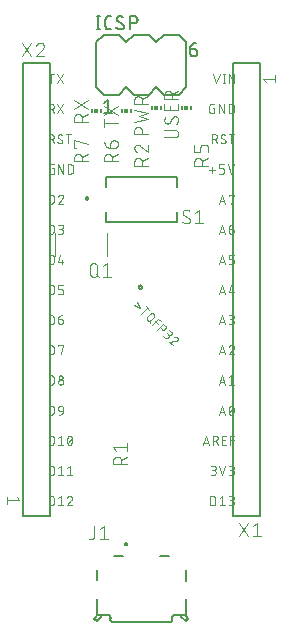
<source format=gbr>
G04 EAGLE Gerber RS-274X export*
G75*
%MOMM*%
%FSLAX34Y34*%
%LPD*%
%INSilkscreen Top*%
%IPPOS*%
%AMOC8*
5,1,8,0,0,1.08239X$1,22.5*%
G01*
%ADD10C,0.076200*%
%ADD11C,0.152400*%
%ADD12C,0.127000*%
%ADD13C,0.200000*%
%ADD14C,0.101600*%
%ADD15R,0.150000X0.300000*%
%ADD16R,0.300000X0.300000*%
%ADD17C,0.203200*%


D10*
X25393Y441516D02*
X25393Y449263D01*
X23241Y449263D02*
X27545Y449263D01*
X35123Y449263D02*
X29958Y441516D01*
X35123Y441516D02*
X29958Y449263D01*
X23241Y423736D02*
X23241Y415989D01*
X23241Y423736D02*
X25393Y423736D01*
X25484Y423734D01*
X25576Y423728D01*
X25666Y423719D01*
X25757Y423705D01*
X25846Y423688D01*
X25935Y423667D01*
X26023Y423642D01*
X26110Y423613D01*
X26195Y423581D01*
X26279Y423545D01*
X26362Y423506D01*
X26443Y423463D01*
X26521Y423416D01*
X26598Y423367D01*
X26673Y423314D01*
X26745Y423258D01*
X26815Y423199D01*
X26882Y423138D01*
X26947Y423073D01*
X27008Y423006D01*
X27067Y422936D01*
X27123Y422864D01*
X27176Y422789D01*
X27225Y422712D01*
X27272Y422634D01*
X27315Y422553D01*
X27354Y422470D01*
X27390Y422386D01*
X27422Y422301D01*
X27451Y422214D01*
X27476Y422126D01*
X27497Y422037D01*
X27514Y421948D01*
X27528Y421857D01*
X27537Y421767D01*
X27543Y421675D01*
X27545Y421584D01*
X27543Y421493D01*
X27537Y421401D01*
X27528Y421311D01*
X27514Y421220D01*
X27497Y421131D01*
X27476Y421042D01*
X27451Y420954D01*
X27422Y420867D01*
X27390Y420782D01*
X27354Y420698D01*
X27315Y420615D01*
X27272Y420534D01*
X27225Y420456D01*
X27176Y420379D01*
X27123Y420304D01*
X27067Y420232D01*
X27008Y420162D01*
X26947Y420095D01*
X26882Y420030D01*
X26815Y419969D01*
X26745Y419910D01*
X26673Y419854D01*
X26598Y419801D01*
X26521Y419752D01*
X26443Y419705D01*
X26362Y419662D01*
X26279Y419623D01*
X26195Y419587D01*
X26110Y419555D01*
X26023Y419526D01*
X25935Y419501D01*
X25846Y419480D01*
X25757Y419463D01*
X25666Y419449D01*
X25576Y419440D01*
X25484Y419434D01*
X25393Y419432D01*
X23241Y419432D01*
X25823Y419432D02*
X27545Y415989D01*
X30416Y415989D02*
X35581Y423736D01*
X30416Y423736D02*
X35581Y415989D01*
X23241Y398209D02*
X23241Y390462D01*
X23241Y398209D02*
X25393Y398209D01*
X25484Y398207D01*
X25576Y398201D01*
X25666Y398192D01*
X25757Y398178D01*
X25846Y398161D01*
X25935Y398140D01*
X26023Y398115D01*
X26110Y398086D01*
X26195Y398054D01*
X26279Y398018D01*
X26362Y397979D01*
X26443Y397936D01*
X26521Y397889D01*
X26598Y397840D01*
X26673Y397787D01*
X26745Y397731D01*
X26815Y397672D01*
X26882Y397611D01*
X26947Y397546D01*
X27008Y397479D01*
X27067Y397409D01*
X27123Y397337D01*
X27176Y397262D01*
X27225Y397185D01*
X27272Y397107D01*
X27315Y397026D01*
X27354Y396943D01*
X27390Y396859D01*
X27422Y396774D01*
X27451Y396687D01*
X27476Y396599D01*
X27497Y396510D01*
X27514Y396421D01*
X27528Y396330D01*
X27537Y396240D01*
X27543Y396148D01*
X27545Y396057D01*
X27543Y395966D01*
X27537Y395874D01*
X27528Y395784D01*
X27514Y395693D01*
X27497Y395604D01*
X27476Y395515D01*
X27451Y395427D01*
X27422Y395340D01*
X27390Y395255D01*
X27354Y395171D01*
X27315Y395088D01*
X27272Y395007D01*
X27225Y394929D01*
X27176Y394852D01*
X27123Y394777D01*
X27067Y394705D01*
X27008Y394635D01*
X26947Y394568D01*
X26882Y394503D01*
X26815Y394442D01*
X26745Y394383D01*
X26673Y394327D01*
X26598Y394274D01*
X26521Y394225D01*
X26443Y394178D01*
X26362Y394135D01*
X26279Y394096D01*
X26195Y394060D01*
X26110Y394028D01*
X26023Y393999D01*
X25935Y393974D01*
X25846Y393953D01*
X25757Y393936D01*
X25666Y393922D01*
X25576Y393913D01*
X25484Y393907D01*
X25393Y393905D01*
X23241Y393905D01*
X25823Y393905D02*
X27545Y390462D01*
X33174Y390461D02*
X33256Y390463D01*
X33338Y390469D01*
X33419Y390479D01*
X33500Y390492D01*
X33580Y390510D01*
X33659Y390531D01*
X33737Y390556D01*
X33814Y390584D01*
X33889Y390617D01*
X33963Y390652D01*
X34035Y390692D01*
X34105Y390734D01*
X34173Y390780D01*
X34238Y390829D01*
X34302Y390882D01*
X34362Y390937D01*
X34420Y390995D01*
X34475Y391055D01*
X34528Y391119D01*
X34577Y391184D01*
X34623Y391252D01*
X34665Y391322D01*
X34705Y391394D01*
X34740Y391468D01*
X34773Y391543D01*
X34801Y391620D01*
X34826Y391698D01*
X34847Y391777D01*
X34865Y391857D01*
X34878Y391938D01*
X34888Y392019D01*
X34894Y392101D01*
X34896Y392183D01*
X33174Y390461D02*
X33054Y390463D01*
X32935Y390469D01*
X32816Y390479D01*
X32697Y390492D01*
X32578Y390510D01*
X32461Y390532D01*
X32344Y390557D01*
X32228Y390586D01*
X32113Y390619D01*
X31999Y390656D01*
X31886Y390697D01*
X31775Y390741D01*
X31665Y390789D01*
X31557Y390840D01*
X31451Y390895D01*
X31347Y390953D01*
X31244Y391015D01*
X31144Y391080D01*
X31046Y391149D01*
X30950Y391220D01*
X30856Y391295D01*
X30766Y391373D01*
X30677Y391453D01*
X30592Y391537D01*
X30806Y396487D02*
X30808Y396569D01*
X30814Y396651D01*
X30824Y396732D01*
X30837Y396813D01*
X30855Y396893D01*
X30876Y396972D01*
X30901Y397050D01*
X30929Y397127D01*
X30962Y397202D01*
X30997Y397276D01*
X31037Y397348D01*
X31079Y397418D01*
X31125Y397486D01*
X31174Y397551D01*
X31227Y397615D01*
X31282Y397675D01*
X31340Y397733D01*
X31400Y397788D01*
X31464Y397841D01*
X31529Y397890D01*
X31597Y397936D01*
X31667Y397978D01*
X31739Y398018D01*
X31813Y398053D01*
X31888Y398086D01*
X31965Y398114D01*
X32043Y398139D01*
X32122Y398160D01*
X32202Y398178D01*
X32283Y398191D01*
X32364Y398201D01*
X32446Y398207D01*
X32528Y398209D01*
X32637Y398207D01*
X32746Y398202D01*
X32855Y398192D01*
X32964Y398179D01*
X33072Y398163D01*
X33179Y398143D01*
X33286Y398119D01*
X33392Y398091D01*
X33497Y398060D01*
X33600Y398026D01*
X33703Y397988D01*
X33804Y397946D01*
X33904Y397901D01*
X34002Y397853D01*
X34098Y397801D01*
X34193Y397747D01*
X34286Y397689D01*
X34376Y397627D01*
X34465Y397563D01*
X31668Y394981D02*
X31597Y395025D01*
X31530Y395071D01*
X31464Y395121D01*
X31401Y395174D01*
X31340Y395230D01*
X31282Y395289D01*
X31227Y395350D01*
X31175Y395414D01*
X31126Y395481D01*
X31080Y395549D01*
X31037Y395620D01*
X30998Y395692D01*
X30962Y395767D01*
X30930Y395843D01*
X30902Y395920D01*
X30877Y395999D01*
X30855Y396078D01*
X30838Y396159D01*
X30824Y396240D01*
X30815Y396322D01*
X30809Y396405D01*
X30807Y396487D01*
X34035Y393690D02*
X34105Y393646D01*
X34173Y393599D01*
X34239Y393549D01*
X34302Y393496D01*
X34363Y393440D01*
X34421Y393382D01*
X34476Y393320D01*
X34528Y393256D01*
X34577Y393190D01*
X34623Y393121D01*
X34666Y393051D01*
X34705Y392978D01*
X34741Y392904D01*
X34773Y392828D01*
X34801Y392750D01*
X34826Y392672D01*
X34848Y392592D01*
X34865Y392511D01*
X34878Y392430D01*
X34888Y392348D01*
X34894Y392266D01*
X34896Y392183D01*
X34035Y393689D02*
X31668Y394981D01*
X39636Y398209D02*
X39636Y390462D01*
X37484Y398209D02*
X41788Y398209D01*
X27545Y369238D02*
X26254Y369238D01*
X27545Y369238D02*
X27545Y364935D01*
X24963Y364935D01*
X24963Y364934D02*
X24881Y364936D01*
X24799Y364942D01*
X24718Y364952D01*
X24637Y364965D01*
X24557Y364983D01*
X24478Y365004D01*
X24400Y365029D01*
X24323Y365057D01*
X24248Y365090D01*
X24174Y365125D01*
X24102Y365165D01*
X24032Y365207D01*
X23964Y365253D01*
X23899Y365302D01*
X23835Y365355D01*
X23775Y365410D01*
X23717Y365468D01*
X23662Y365528D01*
X23609Y365592D01*
X23560Y365657D01*
X23514Y365725D01*
X23472Y365795D01*
X23432Y365867D01*
X23397Y365941D01*
X23364Y366016D01*
X23336Y366093D01*
X23311Y366171D01*
X23290Y366250D01*
X23272Y366330D01*
X23259Y366411D01*
X23249Y366492D01*
X23243Y366574D01*
X23241Y366656D01*
X23241Y370960D01*
X23243Y371042D01*
X23249Y371124D01*
X23259Y371205D01*
X23272Y371286D01*
X23290Y371366D01*
X23311Y371445D01*
X23336Y371523D01*
X23364Y371600D01*
X23397Y371675D01*
X23432Y371749D01*
X23472Y371821D01*
X23514Y371891D01*
X23560Y371959D01*
X23609Y372024D01*
X23662Y372088D01*
X23717Y372148D01*
X23775Y372206D01*
X23835Y372261D01*
X23899Y372314D01*
X23964Y372363D01*
X24032Y372409D01*
X24102Y372451D01*
X24174Y372491D01*
X24248Y372526D01*
X24323Y372559D01*
X24400Y372587D01*
X24478Y372612D01*
X24557Y372633D01*
X24637Y372651D01*
X24718Y372664D01*
X24799Y372674D01*
X24881Y372680D01*
X24963Y372682D01*
X27545Y372682D01*
X31410Y372682D02*
X31410Y364935D01*
X35714Y364935D02*
X31410Y372682D01*
X35714Y372682D02*
X35714Y364935D01*
X39578Y364935D02*
X39578Y372682D01*
X41730Y372682D01*
X41821Y372680D01*
X41913Y372674D01*
X42003Y372665D01*
X42094Y372651D01*
X42183Y372634D01*
X42272Y372613D01*
X42360Y372588D01*
X42447Y372559D01*
X42532Y372527D01*
X42616Y372491D01*
X42699Y372452D01*
X42780Y372409D01*
X42858Y372362D01*
X42935Y372313D01*
X43010Y372260D01*
X43082Y372204D01*
X43152Y372145D01*
X43219Y372084D01*
X43284Y372019D01*
X43345Y371952D01*
X43404Y371882D01*
X43460Y371810D01*
X43513Y371735D01*
X43562Y371658D01*
X43609Y371580D01*
X43652Y371499D01*
X43691Y371416D01*
X43727Y371332D01*
X43759Y371247D01*
X43788Y371160D01*
X43813Y371072D01*
X43834Y370983D01*
X43851Y370894D01*
X43865Y370803D01*
X43874Y370713D01*
X43880Y370621D01*
X43882Y370530D01*
X43882Y367086D01*
X43880Y366995D01*
X43874Y366903D01*
X43865Y366813D01*
X43851Y366722D01*
X43834Y366633D01*
X43813Y366544D01*
X43788Y366456D01*
X43759Y366369D01*
X43727Y366284D01*
X43691Y366200D01*
X43652Y366117D01*
X43609Y366036D01*
X43562Y365958D01*
X43513Y365881D01*
X43460Y365806D01*
X43404Y365734D01*
X43345Y365664D01*
X43284Y365597D01*
X43219Y365532D01*
X43152Y365471D01*
X43082Y365412D01*
X43010Y365356D01*
X42935Y365303D01*
X42858Y365254D01*
X42780Y365207D01*
X42699Y365164D01*
X42616Y365125D01*
X42532Y365089D01*
X42447Y365057D01*
X42360Y365028D01*
X42272Y365003D01*
X42183Y364982D01*
X42094Y364965D01*
X42003Y364951D01*
X41913Y364942D01*
X41821Y364936D01*
X41730Y364934D01*
X41730Y364935D02*
X39578Y364935D01*
X23241Y347155D02*
X23241Y339408D01*
X23241Y347155D02*
X25393Y347155D01*
X25484Y347153D01*
X25576Y347147D01*
X25666Y347138D01*
X25757Y347124D01*
X25846Y347107D01*
X25935Y347086D01*
X26023Y347061D01*
X26110Y347032D01*
X26195Y347000D01*
X26279Y346964D01*
X26362Y346925D01*
X26443Y346882D01*
X26521Y346835D01*
X26598Y346786D01*
X26673Y346733D01*
X26745Y346677D01*
X26815Y346618D01*
X26882Y346557D01*
X26947Y346492D01*
X27008Y346425D01*
X27067Y346355D01*
X27123Y346283D01*
X27176Y346208D01*
X27225Y346131D01*
X27272Y346053D01*
X27315Y345972D01*
X27354Y345889D01*
X27390Y345805D01*
X27422Y345720D01*
X27451Y345633D01*
X27476Y345545D01*
X27497Y345456D01*
X27514Y345367D01*
X27528Y345276D01*
X27537Y345186D01*
X27543Y345094D01*
X27545Y345003D01*
X27545Y341559D01*
X27543Y341468D01*
X27537Y341376D01*
X27528Y341286D01*
X27514Y341195D01*
X27497Y341106D01*
X27476Y341017D01*
X27451Y340929D01*
X27422Y340842D01*
X27390Y340757D01*
X27354Y340673D01*
X27315Y340590D01*
X27272Y340509D01*
X27225Y340431D01*
X27176Y340354D01*
X27123Y340279D01*
X27067Y340207D01*
X27008Y340137D01*
X26947Y340070D01*
X26882Y340005D01*
X26815Y339944D01*
X26745Y339885D01*
X26673Y339829D01*
X26598Y339776D01*
X26521Y339727D01*
X26443Y339680D01*
X26362Y339637D01*
X26279Y339598D01*
X26195Y339562D01*
X26110Y339530D01*
X26023Y339501D01*
X25935Y339476D01*
X25846Y339455D01*
X25757Y339438D01*
X25666Y339424D01*
X25576Y339415D01*
X25484Y339409D01*
X25393Y339407D01*
X25393Y339408D02*
X23241Y339408D01*
X33521Y347155D02*
X33608Y347153D01*
X33695Y347147D01*
X33781Y347137D01*
X33867Y347124D01*
X33952Y347106D01*
X34036Y347085D01*
X34120Y347060D01*
X34202Y347031D01*
X34282Y346999D01*
X34361Y346963D01*
X34439Y346924D01*
X34514Y346881D01*
X34588Y346835D01*
X34660Y346785D01*
X34729Y346732D01*
X34795Y346677D01*
X34860Y346618D01*
X34921Y346557D01*
X34980Y346492D01*
X35035Y346426D01*
X35088Y346357D01*
X35138Y346285D01*
X35184Y346211D01*
X35227Y346136D01*
X35266Y346058D01*
X35302Y345979D01*
X35334Y345899D01*
X35363Y345817D01*
X35388Y345733D01*
X35409Y345649D01*
X35427Y345564D01*
X35440Y345478D01*
X35450Y345392D01*
X35456Y345305D01*
X35458Y345218D01*
X33521Y347154D02*
X33423Y347152D01*
X33326Y347146D01*
X33228Y347137D01*
X33131Y347123D01*
X33035Y347106D01*
X32940Y347085D01*
X32845Y347060D01*
X32752Y347032D01*
X32659Y347000D01*
X32568Y346964D01*
X32479Y346925D01*
X32391Y346882D01*
X32304Y346836D01*
X32220Y346787D01*
X32138Y346734D01*
X32058Y346678D01*
X31980Y346619D01*
X31904Y346557D01*
X31831Y346492D01*
X31761Y346424D01*
X31693Y346354D01*
X31628Y346281D01*
X31566Y346205D01*
X31507Y346127D01*
X31451Y346047D01*
X31399Y345964D01*
X31349Y345880D01*
X31303Y345794D01*
X31261Y345706D01*
X31222Y345616D01*
X31186Y345525D01*
X31154Y345433D01*
X34812Y343712D02*
X34875Y343774D01*
X34936Y343839D01*
X34993Y343907D01*
X35047Y343977D01*
X35099Y344049D01*
X35147Y344124D01*
X35192Y344200D01*
X35234Y344278D01*
X35272Y344358D01*
X35307Y344440D01*
X35338Y344522D01*
X35366Y344607D01*
X35390Y344692D01*
X35411Y344778D01*
X35428Y344865D01*
X35441Y344953D01*
X35450Y345041D01*
X35456Y345129D01*
X35458Y345218D01*
X34813Y343711D02*
X31154Y339408D01*
X35458Y339408D01*
X23241Y321628D02*
X23241Y313881D01*
X23241Y321628D02*
X25393Y321628D01*
X25484Y321626D01*
X25576Y321620D01*
X25666Y321611D01*
X25757Y321597D01*
X25846Y321580D01*
X25935Y321559D01*
X26023Y321534D01*
X26110Y321505D01*
X26195Y321473D01*
X26279Y321437D01*
X26362Y321398D01*
X26443Y321355D01*
X26521Y321308D01*
X26598Y321259D01*
X26673Y321206D01*
X26745Y321150D01*
X26815Y321091D01*
X26882Y321030D01*
X26947Y320965D01*
X27008Y320898D01*
X27067Y320828D01*
X27123Y320756D01*
X27176Y320681D01*
X27225Y320604D01*
X27272Y320526D01*
X27315Y320445D01*
X27354Y320362D01*
X27390Y320278D01*
X27422Y320193D01*
X27451Y320106D01*
X27476Y320018D01*
X27497Y319929D01*
X27514Y319840D01*
X27528Y319749D01*
X27537Y319659D01*
X27543Y319567D01*
X27545Y319476D01*
X27545Y316032D01*
X27543Y315941D01*
X27537Y315849D01*
X27528Y315759D01*
X27514Y315668D01*
X27497Y315579D01*
X27476Y315490D01*
X27451Y315402D01*
X27422Y315315D01*
X27390Y315230D01*
X27354Y315146D01*
X27315Y315063D01*
X27272Y314982D01*
X27225Y314904D01*
X27176Y314827D01*
X27123Y314752D01*
X27067Y314680D01*
X27008Y314610D01*
X26947Y314543D01*
X26882Y314478D01*
X26815Y314417D01*
X26745Y314358D01*
X26673Y314302D01*
X26598Y314249D01*
X26521Y314200D01*
X26443Y314153D01*
X26362Y314110D01*
X26279Y314071D01*
X26195Y314035D01*
X26110Y314003D01*
X26023Y313974D01*
X25935Y313949D01*
X25846Y313928D01*
X25757Y313911D01*
X25666Y313897D01*
X25576Y313888D01*
X25484Y313882D01*
X25393Y313880D01*
X25393Y313881D02*
X23241Y313881D01*
X31154Y313881D02*
X33306Y313881D01*
X33306Y313880D02*
X33397Y313882D01*
X33489Y313888D01*
X33579Y313897D01*
X33670Y313911D01*
X33759Y313928D01*
X33848Y313949D01*
X33936Y313974D01*
X34023Y314003D01*
X34108Y314035D01*
X34192Y314071D01*
X34275Y314110D01*
X34356Y314153D01*
X34434Y314200D01*
X34511Y314249D01*
X34586Y314302D01*
X34658Y314358D01*
X34728Y314417D01*
X34795Y314478D01*
X34860Y314543D01*
X34921Y314610D01*
X34980Y314680D01*
X35036Y314752D01*
X35089Y314827D01*
X35138Y314904D01*
X35185Y314982D01*
X35228Y315063D01*
X35267Y315146D01*
X35303Y315230D01*
X35335Y315315D01*
X35364Y315402D01*
X35389Y315490D01*
X35410Y315579D01*
X35427Y315668D01*
X35441Y315759D01*
X35450Y315849D01*
X35456Y315941D01*
X35458Y316032D01*
X35456Y316123D01*
X35450Y316215D01*
X35441Y316305D01*
X35427Y316396D01*
X35410Y316485D01*
X35389Y316574D01*
X35364Y316662D01*
X35335Y316749D01*
X35303Y316834D01*
X35267Y316918D01*
X35228Y317001D01*
X35185Y317082D01*
X35138Y317160D01*
X35089Y317237D01*
X35036Y317312D01*
X34980Y317384D01*
X34921Y317454D01*
X34860Y317521D01*
X34795Y317586D01*
X34728Y317647D01*
X34658Y317706D01*
X34586Y317762D01*
X34511Y317815D01*
X34434Y317864D01*
X34356Y317911D01*
X34275Y317954D01*
X34192Y317993D01*
X34108Y318029D01*
X34023Y318061D01*
X33936Y318090D01*
X33848Y318115D01*
X33759Y318136D01*
X33670Y318153D01*
X33579Y318167D01*
X33489Y318176D01*
X33397Y318182D01*
X33306Y318184D01*
X33737Y321628D02*
X31154Y321628D01*
X33737Y321628D02*
X33819Y321626D01*
X33901Y321620D01*
X33982Y321610D01*
X34063Y321597D01*
X34143Y321579D01*
X34222Y321558D01*
X34300Y321533D01*
X34377Y321505D01*
X34452Y321472D01*
X34526Y321437D01*
X34598Y321397D01*
X34668Y321355D01*
X34736Y321309D01*
X34801Y321260D01*
X34865Y321207D01*
X34925Y321152D01*
X34983Y321094D01*
X35038Y321034D01*
X35091Y320970D01*
X35140Y320905D01*
X35186Y320837D01*
X35228Y320767D01*
X35268Y320695D01*
X35303Y320621D01*
X35336Y320546D01*
X35364Y320469D01*
X35389Y320391D01*
X35410Y320312D01*
X35428Y320232D01*
X35441Y320151D01*
X35451Y320070D01*
X35457Y319988D01*
X35459Y319906D01*
X35457Y319824D01*
X35451Y319742D01*
X35441Y319661D01*
X35428Y319580D01*
X35410Y319500D01*
X35389Y319421D01*
X35364Y319343D01*
X35336Y319266D01*
X35303Y319191D01*
X35268Y319117D01*
X35228Y319045D01*
X35186Y318975D01*
X35140Y318907D01*
X35091Y318842D01*
X35038Y318778D01*
X34983Y318718D01*
X34925Y318660D01*
X34865Y318605D01*
X34801Y318552D01*
X34736Y318503D01*
X34668Y318457D01*
X34598Y318415D01*
X34526Y318375D01*
X34452Y318340D01*
X34377Y318307D01*
X34300Y318279D01*
X34222Y318254D01*
X34143Y318233D01*
X34063Y318215D01*
X33982Y318202D01*
X33901Y318192D01*
X33819Y318186D01*
X33737Y318184D01*
X32015Y318184D01*
X23241Y296101D02*
X23241Y288354D01*
X23241Y296101D02*
X25393Y296101D01*
X25484Y296099D01*
X25576Y296093D01*
X25666Y296084D01*
X25757Y296070D01*
X25846Y296053D01*
X25935Y296032D01*
X26023Y296007D01*
X26110Y295978D01*
X26195Y295946D01*
X26279Y295910D01*
X26362Y295871D01*
X26443Y295828D01*
X26521Y295781D01*
X26598Y295732D01*
X26673Y295679D01*
X26745Y295623D01*
X26815Y295564D01*
X26882Y295503D01*
X26947Y295438D01*
X27008Y295371D01*
X27067Y295301D01*
X27123Y295229D01*
X27176Y295154D01*
X27225Y295077D01*
X27272Y294999D01*
X27315Y294918D01*
X27354Y294835D01*
X27390Y294751D01*
X27422Y294666D01*
X27451Y294579D01*
X27476Y294491D01*
X27497Y294402D01*
X27514Y294313D01*
X27528Y294222D01*
X27537Y294132D01*
X27543Y294040D01*
X27545Y293949D01*
X27545Y290505D01*
X27543Y290414D01*
X27537Y290322D01*
X27528Y290232D01*
X27514Y290141D01*
X27497Y290052D01*
X27476Y289963D01*
X27451Y289875D01*
X27422Y289788D01*
X27390Y289703D01*
X27354Y289619D01*
X27315Y289536D01*
X27272Y289455D01*
X27225Y289377D01*
X27176Y289300D01*
X27123Y289225D01*
X27067Y289153D01*
X27008Y289083D01*
X26947Y289016D01*
X26882Y288951D01*
X26815Y288890D01*
X26745Y288831D01*
X26673Y288775D01*
X26598Y288722D01*
X26521Y288673D01*
X26443Y288626D01*
X26362Y288583D01*
X26279Y288544D01*
X26195Y288508D01*
X26110Y288476D01*
X26023Y288447D01*
X25935Y288422D01*
X25846Y288401D01*
X25757Y288384D01*
X25666Y288370D01*
X25576Y288361D01*
X25484Y288355D01*
X25393Y288353D01*
X25393Y288354D02*
X23241Y288354D01*
X31154Y290075D02*
X32876Y296101D01*
X31154Y290075D02*
X35458Y290075D01*
X34167Y288354D02*
X34167Y291797D01*
X23241Y270574D02*
X23241Y262827D01*
X23241Y270574D02*
X25393Y270574D01*
X25484Y270572D01*
X25576Y270566D01*
X25666Y270557D01*
X25757Y270543D01*
X25846Y270526D01*
X25935Y270505D01*
X26023Y270480D01*
X26110Y270451D01*
X26195Y270419D01*
X26279Y270383D01*
X26362Y270344D01*
X26443Y270301D01*
X26521Y270254D01*
X26598Y270205D01*
X26673Y270152D01*
X26745Y270096D01*
X26815Y270037D01*
X26882Y269976D01*
X26947Y269911D01*
X27008Y269844D01*
X27067Y269774D01*
X27123Y269702D01*
X27176Y269627D01*
X27225Y269550D01*
X27272Y269472D01*
X27315Y269391D01*
X27354Y269308D01*
X27390Y269224D01*
X27422Y269139D01*
X27451Y269052D01*
X27476Y268964D01*
X27497Y268875D01*
X27514Y268786D01*
X27528Y268695D01*
X27537Y268605D01*
X27543Y268513D01*
X27545Y268422D01*
X27545Y264978D01*
X27543Y264887D01*
X27537Y264795D01*
X27528Y264705D01*
X27514Y264614D01*
X27497Y264525D01*
X27476Y264436D01*
X27451Y264348D01*
X27422Y264261D01*
X27390Y264176D01*
X27354Y264092D01*
X27315Y264009D01*
X27272Y263928D01*
X27225Y263850D01*
X27176Y263773D01*
X27123Y263698D01*
X27067Y263626D01*
X27008Y263556D01*
X26947Y263489D01*
X26882Y263424D01*
X26815Y263363D01*
X26745Y263304D01*
X26673Y263248D01*
X26598Y263195D01*
X26521Y263146D01*
X26443Y263099D01*
X26362Y263056D01*
X26279Y263017D01*
X26195Y262981D01*
X26110Y262949D01*
X26023Y262920D01*
X25935Y262895D01*
X25846Y262874D01*
X25757Y262857D01*
X25666Y262843D01*
X25576Y262834D01*
X25484Y262828D01*
X25393Y262826D01*
X25393Y262827D02*
X23241Y262827D01*
X31154Y262827D02*
X33737Y262827D01*
X33737Y262826D02*
X33819Y262828D01*
X33901Y262834D01*
X33982Y262844D01*
X34063Y262857D01*
X34143Y262875D01*
X34222Y262896D01*
X34300Y262921D01*
X34377Y262949D01*
X34452Y262982D01*
X34526Y263017D01*
X34598Y263057D01*
X34668Y263099D01*
X34736Y263145D01*
X34801Y263194D01*
X34865Y263247D01*
X34925Y263302D01*
X34983Y263360D01*
X35038Y263420D01*
X35091Y263484D01*
X35140Y263549D01*
X35186Y263617D01*
X35228Y263687D01*
X35268Y263759D01*
X35303Y263833D01*
X35336Y263908D01*
X35364Y263985D01*
X35389Y264063D01*
X35410Y264142D01*
X35428Y264222D01*
X35441Y264303D01*
X35451Y264384D01*
X35457Y264466D01*
X35459Y264548D01*
X35458Y264548D02*
X35458Y265409D01*
X35459Y265409D02*
X35457Y265491D01*
X35451Y265573D01*
X35441Y265654D01*
X35428Y265735D01*
X35410Y265815D01*
X35389Y265894D01*
X35364Y265972D01*
X35336Y266049D01*
X35303Y266124D01*
X35268Y266198D01*
X35228Y266270D01*
X35186Y266340D01*
X35140Y266408D01*
X35091Y266473D01*
X35038Y266537D01*
X34983Y266597D01*
X34925Y266655D01*
X34865Y266710D01*
X34801Y266763D01*
X34736Y266812D01*
X34668Y266858D01*
X34598Y266900D01*
X34526Y266940D01*
X34452Y266975D01*
X34377Y267008D01*
X34300Y267036D01*
X34222Y267061D01*
X34143Y267082D01*
X34063Y267100D01*
X33982Y267113D01*
X33901Y267123D01*
X33819Y267129D01*
X33737Y267131D01*
X33737Y267130D02*
X31154Y267130D01*
X31154Y270574D01*
X35458Y270574D01*
X23241Y245047D02*
X23241Y237300D01*
X23241Y245047D02*
X25393Y245047D01*
X25484Y245045D01*
X25576Y245039D01*
X25666Y245030D01*
X25757Y245016D01*
X25846Y244999D01*
X25935Y244978D01*
X26023Y244953D01*
X26110Y244924D01*
X26195Y244892D01*
X26279Y244856D01*
X26362Y244817D01*
X26443Y244774D01*
X26521Y244727D01*
X26598Y244678D01*
X26673Y244625D01*
X26745Y244569D01*
X26815Y244510D01*
X26882Y244449D01*
X26947Y244384D01*
X27008Y244317D01*
X27067Y244247D01*
X27123Y244175D01*
X27176Y244100D01*
X27225Y244023D01*
X27272Y243945D01*
X27315Y243864D01*
X27354Y243781D01*
X27390Y243697D01*
X27422Y243612D01*
X27451Y243525D01*
X27476Y243437D01*
X27497Y243348D01*
X27514Y243259D01*
X27528Y243168D01*
X27537Y243078D01*
X27543Y242986D01*
X27545Y242895D01*
X27545Y239451D01*
X27543Y239360D01*
X27537Y239268D01*
X27528Y239178D01*
X27514Y239087D01*
X27497Y238998D01*
X27476Y238909D01*
X27451Y238821D01*
X27422Y238734D01*
X27390Y238649D01*
X27354Y238565D01*
X27315Y238482D01*
X27272Y238401D01*
X27225Y238323D01*
X27176Y238246D01*
X27123Y238171D01*
X27067Y238099D01*
X27008Y238029D01*
X26947Y237962D01*
X26882Y237897D01*
X26815Y237836D01*
X26745Y237777D01*
X26673Y237721D01*
X26598Y237668D01*
X26521Y237619D01*
X26443Y237572D01*
X26362Y237529D01*
X26279Y237490D01*
X26195Y237454D01*
X26110Y237422D01*
X26023Y237393D01*
X25935Y237368D01*
X25846Y237347D01*
X25757Y237330D01*
X25666Y237316D01*
X25576Y237307D01*
X25484Y237301D01*
X25393Y237299D01*
X25393Y237300D02*
X23241Y237300D01*
X31154Y241603D02*
X33737Y241603D01*
X33737Y241604D02*
X33819Y241602D01*
X33901Y241596D01*
X33982Y241586D01*
X34063Y241573D01*
X34143Y241555D01*
X34222Y241534D01*
X34300Y241509D01*
X34377Y241481D01*
X34452Y241448D01*
X34526Y241413D01*
X34598Y241373D01*
X34668Y241331D01*
X34736Y241285D01*
X34801Y241236D01*
X34865Y241183D01*
X34925Y241128D01*
X34983Y241070D01*
X35038Y241010D01*
X35091Y240946D01*
X35140Y240881D01*
X35186Y240813D01*
X35228Y240743D01*
X35268Y240671D01*
X35303Y240597D01*
X35336Y240522D01*
X35364Y240445D01*
X35389Y240367D01*
X35410Y240288D01*
X35428Y240208D01*
X35441Y240127D01*
X35451Y240046D01*
X35457Y239964D01*
X35459Y239882D01*
X35458Y239882D02*
X35458Y239451D01*
X35456Y239360D01*
X35450Y239268D01*
X35441Y239178D01*
X35427Y239087D01*
X35410Y238998D01*
X35389Y238909D01*
X35364Y238821D01*
X35335Y238734D01*
X35303Y238649D01*
X35267Y238565D01*
X35228Y238482D01*
X35185Y238401D01*
X35138Y238323D01*
X35089Y238246D01*
X35036Y238171D01*
X34980Y238099D01*
X34921Y238029D01*
X34860Y237962D01*
X34795Y237897D01*
X34728Y237836D01*
X34658Y237777D01*
X34586Y237721D01*
X34511Y237668D01*
X34434Y237619D01*
X34356Y237572D01*
X34275Y237529D01*
X34192Y237490D01*
X34108Y237454D01*
X34023Y237422D01*
X33936Y237393D01*
X33848Y237368D01*
X33759Y237347D01*
X33670Y237330D01*
X33579Y237316D01*
X33489Y237307D01*
X33397Y237301D01*
X33306Y237299D01*
X33215Y237301D01*
X33123Y237307D01*
X33033Y237316D01*
X32942Y237330D01*
X32853Y237347D01*
X32764Y237368D01*
X32676Y237393D01*
X32589Y237422D01*
X32504Y237454D01*
X32420Y237490D01*
X32337Y237529D01*
X32256Y237572D01*
X32178Y237619D01*
X32101Y237668D01*
X32026Y237721D01*
X31954Y237777D01*
X31884Y237836D01*
X31817Y237897D01*
X31752Y237962D01*
X31691Y238029D01*
X31632Y238099D01*
X31576Y238171D01*
X31523Y238246D01*
X31474Y238323D01*
X31427Y238401D01*
X31384Y238482D01*
X31345Y238565D01*
X31309Y238649D01*
X31277Y238734D01*
X31248Y238821D01*
X31223Y238909D01*
X31202Y238998D01*
X31185Y239087D01*
X31171Y239178D01*
X31162Y239268D01*
X31156Y239360D01*
X31154Y239451D01*
X31154Y241603D01*
X31156Y241718D01*
X31162Y241833D01*
X31171Y241948D01*
X31185Y242062D01*
X31202Y242176D01*
X31223Y242289D01*
X31248Y242401D01*
X31276Y242513D01*
X31309Y242623D01*
X31345Y242732D01*
X31384Y242840D01*
X31427Y242947D01*
X31474Y243052D01*
X31524Y243156D01*
X31578Y243258D01*
X31635Y243358D01*
X31695Y243456D01*
X31758Y243552D01*
X31825Y243645D01*
X31895Y243737D01*
X31968Y243826D01*
X32043Y243913D01*
X32122Y243997D01*
X32203Y244078D01*
X32287Y244156D01*
X32374Y244232D01*
X32463Y244305D01*
X32555Y244375D01*
X32648Y244442D01*
X32744Y244505D01*
X32842Y244565D01*
X32942Y244622D01*
X33044Y244676D01*
X33148Y244726D01*
X33253Y244773D01*
X33360Y244816D01*
X33468Y244855D01*
X33577Y244891D01*
X33687Y244924D01*
X33799Y244952D01*
X33911Y244977D01*
X34024Y244998D01*
X34138Y245015D01*
X34252Y245029D01*
X34367Y245038D01*
X34482Y245044D01*
X34597Y245046D01*
X23241Y219520D02*
X23241Y211773D01*
X23241Y219520D02*
X25393Y219520D01*
X25484Y219518D01*
X25576Y219512D01*
X25666Y219503D01*
X25757Y219489D01*
X25846Y219472D01*
X25935Y219451D01*
X26023Y219426D01*
X26110Y219397D01*
X26195Y219365D01*
X26279Y219329D01*
X26362Y219290D01*
X26443Y219247D01*
X26521Y219200D01*
X26598Y219151D01*
X26673Y219098D01*
X26745Y219042D01*
X26815Y218983D01*
X26882Y218922D01*
X26947Y218857D01*
X27008Y218790D01*
X27067Y218720D01*
X27123Y218648D01*
X27176Y218573D01*
X27225Y218496D01*
X27272Y218418D01*
X27315Y218337D01*
X27354Y218254D01*
X27390Y218170D01*
X27422Y218085D01*
X27451Y217998D01*
X27476Y217910D01*
X27497Y217821D01*
X27514Y217732D01*
X27528Y217641D01*
X27537Y217551D01*
X27543Y217459D01*
X27545Y217368D01*
X27545Y213924D01*
X27543Y213833D01*
X27537Y213741D01*
X27528Y213651D01*
X27514Y213560D01*
X27497Y213471D01*
X27476Y213382D01*
X27451Y213294D01*
X27422Y213207D01*
X27390Y213122D01*
X27354Y213038D01*
X27315Y212955D01*
X27272Y212874D01*
X27225Y212796D01*
X27176Y212719D01*
X27123Y212644D01*
X27067Y212572D01*
X27008Y212502D01*
X26947Y212435D01*
X26882Y212370D01*
X26815Y212309D01*
X26745Y212250D01*
X26673Y212194D01*
X26598Y212141D01*
X26521Y212092D01*
X26443Y212045D01*
X26362Y212002D01*
X26279Y211963D01*
X26195Y211927D01*
X26110Y211895D01*
X26023Y211866D01*
X25935Y211841D01*
X25846Y211820D01*
X25757Y211803D01*
X25666Y211789D01*
X25576Y211780D01*
X25484Y211774D01*
X25393Y211772D01*
X25393Y211773D02*
X23241Y211773D01*
X31154Y218659D02*
X31154Y219520D01*
X35458Y219520D01*
X33306Y211773D01*
X23241Y193993D02*
X23241Y186246D01*
X23241Y193993D02*
X25393Y193993D01*
X25484Y193991D01*
X25576Y193985D01*
X25666Y193976D01*
X25757Y193962D01*
X25846Y193945D01*
X25935Y193924D01*
X26023Y193899D01*
X26110Y193870D01*
X26195Y193838D01*
X26279Y193802D01*
X26362Y193763D01*
X26443Y193720D01*
X26521Y193673D01*
X26598Y193624D01*
X26673Y193571D01*
X26745Y193515D01*
X26815Y193456D01*
X26882Y193395D01*
X26947Y193330D01*
X27008Y193263D01*
X27067Y193193D01*
X27123Y193121D01*
X27176Y193046D01*
X27225Y192969D01*
X27272Y192891D01*
X27315Y192810D01*
X27354Y192727D01*
X27390Y192643D01*
X27422Y192558D01*
X27451Y192471D01*
X27476Y192383D01*
X27497Y192294D01*
X27514Y192205D01*
X27528Y192114D01*
X27537Y192024D01*
X27543Y191932D01*
X27545Y191841D01*
X27545Y188397D01*
X27543Y188306D01*
X27537Y188214D01*
X27528Y188124D01*
X27514Y188033D01*
X27497Y187944D01*
X27476Y187855D01*
X27451Y187767D01*
X27422Y187680D01*
X27390Y187595D01*
X27354Y187511D01*
X27315Y187428D01*
X27272Y187347D01*
X27225Y187269D01*
X27176Y187192D01*
X27123Y187117D01*
X27067Y187045D01*
X27008Y186975D01*
X26947Y186908D01*
X26882Y186843D01*
X26815Y186782D01*
X26745Y186723D01*
X26673Y186667D01*
X26598Y186614D01*
X26521Y186565D01*
X26443Y186518D01*
X26362Y186475D01*
X26279Y186436D01*
X26195Y186400D01*
X26110Y186368D01*
X26023Y186339D01*
X25935Y186314D01*
X25846Y186293D01*
X25757Y186276D01*
X25666Y186262D01*
X25576Y186253D01*
X25484Y186247D01*
X25393Y186245D01*
X25393Y186246D02*
X23241Y186246D01*
X31154Y188397D02*
X31156Y188488D01*
X31162Y188580D01*
X31171Y188670D01*
X31185Y188761D01*
X31202Y188850D01*
X31223Y188939D01*
X31248Y189027D01*
X31277Y189114D01*
X31309Y189199D01*
X31345Y189283D01*
X31384Y189366D01*
X31427Y189447D01*
X31474Y189525D01*
X31523Y189602D01*
X31576Y189677D01*
X31632Y189749D01*
X31691Y189819D01*
X31752Y189886D01*
X31817Y189951D01*
X31884Y190012D01*
X31954Y190071D01*
X32026Y190127D01*
X32101Y190180D01*
X32178Y190229D01*
X32256Y190276D01*
X32337Y190319D01*
X32420Y190358D01*
X32504Y190394D01*
X32589Y190426D01*
X32676Y190455D01*
X32764Y190480D01*
X32853Y190501D01*
X32942Y190518D01*
X33033Y190532D01*
X33123Y190541D01*
X33215Y190547D01*
X33306Y190549D01*
X33397Y190547D01*
X33489Y190541D01*
X33579Y190532D01*
X33670Y190518D01*
X33759Y190501D01*
X33848Y190480D01*
X33936Y190455D01*
X34023Y190426D01*
X34108Y190394D01*
X34192Y190358D01*
X34275Y190319D01*
X34356Y190276D01*
X34434Y190229D01*
X34511Y190180D01*
X34586Y190127D01*
X34658Y190071D01*
X34728Y190012D01*
X34795Y189951D01*
X34860Y189886D01*
X34921Y189819D01*
X34980Y189749D01*
X35036Y189677D01*
X35089Y189602D01*
X35138Y189525D01*
X35185Y189447D01*
X35228Y189366D01*
X35267Y189283D01*
X35303Y189199D01*
X35335Y189114D01*
X35364Y189027D01*
X35389Y188939D01*
X35410Y188850D01*
X35427Y188761D01*
X35441Y188670D01*
X35450Y188580D01*
X35456Y188488D01*
X35458Y188397D01*
X35456Y188306D01*
X35450Y188214D01*
X35441Y188124D01*
X35427Y188033D01*
X35410Y187944D01*
X35389Y187855D01*
X35364Y187767D01*
X35335Y187680D01*
X35303Y187595D01*
X35267Y187511D01*
X35228Y187428D01*
X35185Y187347D01*
X35138Y187269D01*
X35089Y187192D01*
X35036Y187117D01*
X34980Y187045D01*
X34921Y186975D01*
X34860Y186908D01*
X34795Y186843D01*
X34728Y186782D01*
X34658Y186723D01*
X34586Y186667D01*
X34511Y186614D01*
X34434Y186565D01*
X34356Y186518D01*
X34275Y186475D01*
X34192Y186436D01*
X34108Y186400D01*
X34023Y186368D01*
X33936Y186339D01*
X33848Y186314D01*
X33759Y186293D01*
X33670Y186276D01*
X33579Y186262D01*
X33489Y186253D01*
X33397Y186247D01*
X33306Y186245D01*
X33215Y186247D01*
X33123Y186253D01*
X33033Y186262D01*
X32942Y186276D01*
X32853Y186293D01*
X32764Y186314D01*
X32676Y186339D01*
X32589Y186368D01*
X32504Y186400D01*
X32420Y186436D01*
X32337Y186475D01*
X32256Y186518D01*
X32178Y186565D01*
X32101Y186614D01*
X32026Y186667D01*
X31954Y186723D01*
X31884Y186782D01*
X31817Y186843D01*
X31752Y186908D01*
X31691Y186975D01*
X31632Y187045D01*
X31576Y187117D01*
X31523Y187192D01*
X31474Y187269D01*
X31427Y187347D01*
X31384Y187428D01*
X31345Y187511D01*
X31309Y187595D01*
X31277Y187680D01*
X31248Y187767D01*
X31223Y187855D01*
X31202Y187944D01*
X31185Y188033D01*
X31171Y188124D01*
X31162Y188214D01*
X31156Y188306D01*
X31154Y188397D01*
X31584Y192271D02*
X31586Y192353D01*
X31592Y192435D01*
X31602Y192516D01*
X31615Y192597D01*
X31633Y192677D01*
X31654Y192756D01*
X31679Y192834D01*
X31707Y192911D01*
X31740Y192986D01*
X31775Y193060D01*
X31815Y193132D01*
X31857Y193202D01*
X31903Y193270D01*
X31952Y193335D01*
X32005Y193399D01*
X32060Y193459D01*
X32118Y193517D01*
X32178Y193572D01*
X32242Y193625D01*
X32307Y193674D01*
X32375Y193720D01*
X32445Y193762D01*
X32517Y193802D01*
X32591Y193837D01*
X32666Y193870D01*
X32743Y193898D01*
X32821Y193923D01*
X32900Y193944D01*
X32980Y193962D01*
X33061Y193975D01*
X33142Y193985D01*
X33224Y193991D01*
X33306Y193993D01*
X33388Y193991D01*
X33470Y193985D01*
X33551Y193975D01*
X33632Y193962D01*
X33712Y193944D01*
X33791Y193923D01*
X33869Y193898D01*
X33946Y193870D01*
X34021Y193837D01*
X34095Y193802D01*
X34167Y193762D01*
X34237Y193720D01*
X34305Y193674D01*
X34370Y193625D01*
X34434Y193572D01*
X34494Y193517D01*
X34552Y193459D01*
X34607Y193399D01*
X34660Y193335D01*
X34709Y193270D01*
X34755Y193202D01*
X34797Y193132D01*
X34837Y193060D01*
X34872Y192986D01*
X34905Y192911D01*
X34933Y192834D01*
X34958Y192756D01*
X34979Y192677D01*
X34997Y192597D01*
X35010Y192516D01*
X35020Y192435D01*
X35026Y192353D01*
X35028Y192271D01*
X35026Y192189D01*
X35020Y192107D01*
X35010Y192026D01*
X34997Y191945D01*
X34979Y191865D01*
X34958Y191786D01*
X34933Y191708D01*
X34905Y191631D01*
X34872Y191556D01*
X34837Y191482D01*
X34797Y191410D01*
X34755Y191340D01*
X34709Y191272D01*
X34660Y191207D01*
X34607Y191143D01*
X34552Y191083D01*
X34494Y191025D01*
X34434Y190970D01*
X34370Y190917D01*
X34305Y190868D01*
X34237Y190822D01*
X34167Y190780D01*
X34095Y190740D01*
X34021Y190705D01*
X33946Y190672D01*
X33869Y190644D01*
X33791Y190619D01*
X33712Y190598D01*
X33632Y190580D01*
X33551Y190567D01*
X33470Y190557D01*
X33388Y190551D01*
X33306Y190549D01*
X33224Y190551D01*
X33142Y190557D01*
X33061Y190567D01*
X32980Y190580D01*
X32900Y190598D01*
X32821Y190619D01*
X32743Y190644D01*
X32666Y190672D01*
X32591Y190705D01*
X32517Y190740D01*
X32445Y190780D01*
X32375Y190822D01*
X32307Y190868D01*
X32242Y190917D01*
X32178Y190970D01*
X32118Y191025D01*
X32060Y191083D01*
X32005Y191143D01*
X31952Y191207D01*
X31903Y191272D01*
X31857Y191340D01*
X31815Y191410D01*
X31775Y191482D01*
X31740Y191556D01*
X31707Y191631D01*
X31679Y191708D01*
X31654Y191786D01*
X31633Y191865D01*
X31615Y191945D01*
X31602Y192026D01*
X31592Y192107D01*
X31586Y192189D01*
X31584Y192271D01*
X23241Y168466D02*
X23241Y160719D01*
X23241Y168466D02*
X25393Y168466D01*
X25484Y168464D01*
X25576Y168458D01*
X25666Y168449D01*
X25757Y168435D01*
X25846Y168418D01*
X25935Y168397D01*
X26023Y168372D01*
X26110Y168343D01*
X26195Y168311D01*
X26279Y168275D01*
X26362Y168236D01*
X26443Y168193D01*
X26521Y168146D01*
X26598Y168097D01*
X26673Y168044D01*
X26745Y167988D01*
X26815Y167929D01*
X26882Y167868D01*
X26947Y167803D01*
X27008Y167736D01*
X27067Y167666D01*
X27123Y167594D01*
X27176Y167519D01*
X27225Y167442D01*
X27272Y167364D01*
X27315Y167283D01*
X27354Y167200D01*
X27390Y167116D01*
X27422Y167031D01*
X27451Y166944D01*
X27476Y166856D01*
X27497Y166767D01*
X27514Y166678D01*
X27528Y166587D01*
X27537Y166497D01*
X27543Y166405D01*
X27545Y166314D01*
X27545Y162870D01*
X27543Y162779D01*
X27537Y162687D01*
X27528Y162597D01*
X27514Y162506D01*
X27497Y162417D01*
X27476Y162328D01*
X27451Y162240D01*
X27422Y162153D01*
X27390Y162068D01*
X27354Y161984D01*
X27315Y161901D01*
X27272Y161820D01*
X27225Y161742D01*
X27176Y161665D01*
X27123Y161590D01*
X27067Y161518D01*
X27008Y161448D01*
X26947Y161381D01*
X26882Y161316D01*
X26815Y161255D01*
X26745Y161196D01*
X26673Y161140D01*
X26598Y161087D01*
X26521Y161038D01*
X26443Y160991D01*
X26362Y160948D01*
X26279Y160909D01*
X26195Y160873D01*
X26110Y160841D01*
X26023Y160812D01*
X25935Y160787D01*
X25846Y160766D01*
X25757Y160749D01*
X25666Y160735D01*
X25576Y160726D01*
X25484Y160720D01*
X25393Y160718D01*
X25393Y160719D02*
X23241Y160719D01*
X32876Y164162D02*
X35458Y164162D01*
X32876Y164161D02*
X32794Y164163D01*
X32712Y164169D01*
X32631Y164179D01*
X32550Y164192D01*
X32470Y164210D01*
X32391Y164231D01*
X32313Y164256D01*
X32236Y164284D01*
X32161Y164317D01*
X32087Y164352D01*
X32015Y164392D01*
X31945Y164434D01*
X31877Y164480D01*
X31812Y164529D01*
X31748Y164582D01*
X31688Y164637D01*
X31630Y164695D01*
X31575Y164755D01*
X31522Y164819D01*
X31473Y164884D01*
X31427Y164952D01*
X31385Y165022D01*
X31345Y165094D01*
X31310Y165168D01*
X31277Y165243D01*
X31249Y165320D01*
X31224Y165398D01*
X31203Y165477D01*
X31185Y165557D01*
X31172Y165638D01*
X31162Y165719D01*
X31156Y165801D01*
X31154Y165883D01*
X31154Y166314D01*
X31156Y166405D01*
X31162Y166497D01*
X31171Y166587D01*
X31185Y166678D01*
X31202Y166767D01*
X31223Y166856D01*
X31248Y166944D01*
X31277Y167031D01*
X31309Y167116D01*
X31345Y167200D01*
X31384Y167283D01*
X31427Y167364D01*
X31474Y167442D01*
X31523Y167519D01*
X31576Y167594D01*
X31632Y167666D01*
X31691Y167736D01*
X31752Y167803D01*
X31817Y167868D01*
X31884Y167929D01*
X31954Y167988D01*
X32026Y168044D01*
X32101Y168097D01*
X32178Y168146D01*
X32256Y168193D01*
X32337Y168236D01*
X32420Y168275D01*
X32504Y168311D01*
X32589Y168343D01*
X32676Y168372D01*
X32764Y168397D01*
X32853Y168418D01*
X32942Y168435D01*
X33033Y168449D01*
X33123Y168458D01*
X33215Y168464D01*
X33306Y168466D01*
X33397Y168464D01*
X33489Y168458D01*
X33579Y168449D01*
X33670Y168435D01*
X33759Y168418D01*
X33848Y168397D01*
X33936Y168372D01*
X34023Y168343D01*
X34108Y168311D01*
X34192Y168275D01*
X34275Y168236D01*
X34356Y168193D01*
X34434Y168146D01*
X34511Y168097D01*
X34586Y168044D01*
X34658Y167988D01*
X34728Y167929D01*
X34795Y167868D01*
X34860Y167803D01*
X34921Y167736D01*
X34980Y167666D01*
X35036Y167594D01*
X35089Y167519D01*
X35138Y167442D01*
X35185Y167364D01*
X35228Y167283D01*
X35267Y167200D01*
X35303Y167116D01*
X35335Y167031D01*
X35364Y166944D01*
X35389Y166856D01*
X35410Y166767D01*
X35427Y166678D01*
X35441Y166587D01*
X35450Y166497D01*
X35456Y166405D01*
X35458Y166314D01*
X35458Y164162D01*
X35456Y164047D01*
X35450Y163932D01*
X35441Y163817D01*
X35427Y163703D01*
X35410Y163589D01*
X35389Y163476D01*
X35364Y163364D01*
X35336Y163252D01*
X35303Y163142D01*
X35267Y163033D01*
X35228Y162925D01*
X35185Y162818D01*
X35138Y162713D01*
X35088Y162609D01*
X35034Y162507D01*
X34977Y162407D01*
X34917Y162309D01*
X34854Y162213D01*
X34787Y162120D01*
X34717Y162028D01*
X34644Y161939D01*
X34569Y161852D01*
X34490Y161768D01*
X34409Y161687D01*
X34325Y161608D01*
X34238Y161533D01*
X34149Y161460D01*
X34057Y161390D01*
X33964Y161323D01*
X33868Y161260D01*
X33770Y161200D01*
X33670Y161143D01*
X33568Y161089D01*
X33464Y161039D01*
X33359Y160992D01*
X33252Y160949D01*
X33144Y160910D01*
X33035Y160874D01*
X32925Y160841D01*
X32813Y160813D01*
X32701Y160788D01*
X32588Y160767D01*
X32474Y160750D01*
X32360Y160736D01*
X32245Y160727D01*
X32130Y160721D01*
X32015Y160719D01*
X23241Y142939D02*
X23241Y135192D01*
X23241Y142939D02*
X25393Y142939D01*
X25484Y142937D01*
X25576Y142931D01*
X25666Y142922D01*
X25757Y142908D01*
X25846Y142891D01*
X25935Y142870D01*
X26023Y142845D01*
X26110Y142816D01*
X26195Y142784D01*
X26279Y142748D01*
X26362Y142709D01*
X26443Y142666D01*
X26521Y142619D01*
X26598Y142570D01*
X26673Y142517D01*
X26745Y142461D01*
X26815Y142402D01*
X26882Y142341D01*
X26947Y142276D01*
X27008Y142209D01*
X27067Y142139D01*
X27123Y142067D01*
X27176Y141992D01*
X27225Y141915D01*
X27272Y141837D01*
X27315Y141756D01*
X27354Y141673D01*
X27390Y141589D01*
X27422Y141504D01*
X27451Y141417D01*
X27476Y141329D01*
X27497Y141240D01*
X27514Y141151D01*
X27528Y141060D01*
X27537Y140970D01*
X27543Y140878D01*
X27545Y140787D01*
X27545Y137343D01*
X27543Y137252D01*
X27537Y137160D01*
X27528Y137070D01*
X27514Y136979D01*
X27497Y136890D01*
X27476Y136801D01*
X27451Y136713D01*
X27422Y136626D01*
X27390Y136541D01*
X27354Y136457D01*
X27315Y136374D01*
X27272Y136293D01*
X27225Y136215D01*
X27176Y136138D01*
X27123Y136063D01*
X27067Y135991D01*
X27008Y135921D01*
X26947Y135854D01*
X26882Y135789D01*
X26815Y135728D01*
X26745Y135669D01*
X26673Y135613D01*
X26598Y135560D01*
X26521Y135511D01*
X26443Y135464D01*
X26362Y135421D01*
X26279Y135382D01*
X26195Y135346D01*
X26110Y135314D01*
X26023Y135285D01*
X25935Y135260D01*
X25846Y135239D01*
X25757Y135222D01*
X25666Y135208D01*
X25576Y135199D01*
X25484Y135193D01*
X25393Y135191D01*
X25393Y135192D02*
X23241Y135192D01*
X31154Y141217D02*
X33306Y142939D01*
X33306Y135192D01*
X31154Y135192D02*
X35458Y135192D01*
X38813Y139065D02*
X38815Y139217D01*
X38820Y139370D01*
X38829Y139522D01*
X38842Y139674D01*
X38858Y139825D01*
X38878Y139976D01*
X38902Y140127D01*
X38929Y140277D01*
X38960Y140426D01*
X38994Y140575D01*
X39032Y140722D01*
X39073Y140869D01*
X39118Y141015D01*
X39166Y141159D01*
X39218Y141303D01*
X39273Y141445D01*
X39332Y141585D01*
X39393Y141725D01*
X39459Y141862D01*
X39458Y141862D02*
X39486Y141936D01*
X39517Y142009D01*
X39551Y142080D01*
X39589Y142149D01*
X39631Y142216D01*
X39676Y142281D01*
X39724Y142344D01*
X39775Y142404D01*
X39829Y142462D01*
X39885Y142517D01*
X39945Y142569D01*
X40007Y142618D01*
X40071Y142664D01*
X40138Y142707D01*
X40206Y142746D01*
X40276Y142782D01*
X40348Y142814D01*
X40422Y142843D01*
X40497Y142868D01*
X40573Y142889D01*
X40650Y142907D01*
X40728Y142920D01*
X40806Y142930D01*
X40885Y142936D01*
X40964Y142938D01*
X41043Y142936D01*
X41122Y142930D01*
X41200Y142920D01*
X41278Y142907D01*
X41355Y142889D01*
X41431Y142868D01*
X41506Y142843D01*
X41580Y142814D01*
X41652Y142782D01*
X41722Y142746D01*
X41790Y142707D01*
X41857Y142664D01*
X41921Y142618D01*
X41983Y142569D01*
X42043Y142517D01*
X42099Y142462D01*
X42153Y142404D01*
X42204Y142344D01*
X42252Y142281D01*
X42297Y142216D01*
X42339Y142149D01*
X42377Y142080D01*
X42411Y142009D01*
X42443Y141936D01*
X42470Y141862D01*
X42470Y141863D02*
X42536Y141725D01*
X42597Y141585D01*
X42656Y141445D01*
X42711Y141303D01*
X42763Y141159D01*
X42811Y141015D01*
X42856Y140869D01*
X42897Y140722D01*
X42935Y140575D01*
X42969Y140426D01*
X43000Y140277D01*
X43027Y140127D01*
X43051Y139976D01*
X43071Y139825D01*
X43087Y139674D01*
X43100Y139522D01*
X43109Y139370D01*
X43114Y139217D01*
X43116Y139065D01*
X38813Y139065D02*
X38815Y138913D01*
X38820Y138760D01*
X38829Y138608D01*
X38842Y138456D01*
X38858Y138305D01*
X38878Y138154D01*
X38902Y138003D01*
X38929Y137853D01*
X38960Y137704D01*
X38994Y137555D01*
X39032Y137408D01*
X39073Y137261D01*
X39118Y137115D01*
X39166Y136971D01*
X39218Y136828D01*
X39273Y136685D01*
X39332Y136545D01*
X39393Y136405D01*
X39459Y136268D01*
X39458Y136268D02*
X39486Y136194D01*
X39517Y136121D01*
X39551Y136050D01*
X39589Y135981D01*
X39631Y135914D01*
X39676Y135849D01*
X39724Y135786D01*
X39775Y135726D01*
X39829Y135668D01*
X39885Y135613D01*
X39945Y135561D01*
X40007Y135512D01*
X40071Y135466D01*
X40138Y135423D01*
X40206Y135384D01*
X40276Y135348D01*
X40349Y135316D01*
X40422Y135287D01*
X40497Y135262D01*
X40573Y135241D01*
X40650Y135223D01*
X40728Y135210D01*
X40806Y135200D01*
X40885Y135194D01*
X40964Y135192D01*
X42470Y136268D02*
X42536Y136405D01*
X42597Y136545D01*
X42656Y136685D01*
X42711Y136827D01*
X42763Y136971D01*
X42811Y137115D01*
X42856Y137261D01*
X42897Y137408D01*
X42935Y137555D01*
X42969Y137704D01*
X43000Y137853D01*
X43027Y138003D01*
X43051Y138154D01*
X43071Y138305D01*
X43087Y138456D01*
X43100Y138608D01*
X43109Y138760D01*
X43114Y138913D01*
X43116Y139065D01*
X42470Y136268D02*
X42443Y136194D01*
X42411Y136121D01*
X42377Y136050D01*
X42339Y135981D01*
X42297Y135914D01*
X42252Y135849D01*
X42204Y135786D01*
X42153Y135726D01*
X42099Y135668D01*
X42043Y135613D01*
X41983Y135561D01*
X41921Y135512D01*
X41857Y135466D01*
X41790Y135423D01*
X41722Y135384D01*
X41652Y135348D01*
X41580Y135316D01*
X41506Y135287D01*
X41431Y135262D01*
X41355Y135241D01*
X41278Y135223D01*
X41200Y135210D01*
X41122Y135200D01*
X41043Y135194D01*
X40964Y135192D01*
X39243Y136913D02*
X42686Y141217D01*
X23241Y117412D02*
X23241Y109665D01*
X23241Y117412D02*
X25393Y117412D01*
X25484Y117410D01*
X25576Y117404D01*
X25666Y117395D01*
X25757Y117381D01*
X25846Y117364D01*
X25935Y117343D01*
X26023Y117318D01*
X26110Y117289D01*
X26195Y117257D01*
X26279Y117221D01*
X26362Y117182D01*
X26443Y117139D01*
X26521Y117092D01*
X26598Y117043D01*
X26673Y116990D01*
X26745Y116934D01*
X26815Y116875D01*
X26882Y116814D01*
X26947Y116749D01*
X27008Y116682D01*
X27067Y116612D01*
X27123Y116540D01*
X27176Y116465D01*
X27225Y116388D01*
X27272Y116310D01*
X27315Y116229D01*
X27354Y116146D01*
X27390Y116062D01*
X27422Y115977D01*
X27451Y115890D01*
X27476Y115802D01*
X27497Y115713D01*
X27514Y115624D01*
X27528Y115533D01*
X27537Y115443D01*
X27543Y115351D01*
X27545Y115260D01*
X27545Y111816D01*
X27543Y111725D01*
X27537Y111633D01*
X27528Y111543D01*
X27514Y111452D01*
X27497Y111363D01*
X27476Y111274D01*
X27451Y111186D01*
X27422Y111099D01*
X27390Y111014D01*
X27354Y110930D01*
X27315Y110847D01*
X27272Y110766D01*
X27225Y110688D01*
X27176Y110611D01*
X27123Y110536D01*
X27067Y110464D01*
X27008Y110394D01*
X26947Y110327D01*
X26882Y110262D01*
X26815Y110201D01*
X26745Y110142D01*
X26673Y110086D01*
X26598Y110033D01*
X26521Y109984D01*
X26443Y109937D01*
X26362Y109894D01*
X26279Y109855D01*
X26195Y109819D01*
X26110Y109787D01*
X26023Y109758D01*
X25935Y109733D01*
X25846Y109712D01*
X25757Y109695D01*
X25666Y109681D01*
X25576Y109672D01*
X25484Y109666D01*
X25393Y109664D01*
X25393Y109665D02*
X23241Y109665D01*
X31154Y115690D02*
X33306Y117412D01*
X33306Y109665D01*
X31154Y109665D02*
X35458Y109665D01*
X38812Y115690D02*
X40964Y117412D01*
X40964Y109665D01*
X38812Y109665D02*
X43116Y109665D01*
X23241Y91885D02*
X23241Y84138D01*
X23241Y91885D02*
X25393Y91885D01*
X25484Y91883D01*
X25576Y91877D01*
X25666Y91868D01*
X25757Y91854D01*
X25846Y91837D01*
X25935Y91816D01*
X26023Y91791D01*
X26110Y91762D01*
X26195Y91730D01*
X26279Y91694D01*
X26362Y91655D01*
X26443Y91612D01*
X26521Y91565D01*
X26598Y91516D01*
X26673Y91463D01*
X26745Y91407D01*
X26815Y91348D01*
X26882Y91287D01*
X26947Y91222D01*
X27008Y91155D01*
X27067Y91085D01*
X27123Y91013D01*
X27176Y90938D01*
X27225Y90861D01*
X27272Y90783D01*
X27315Y90702D01*
X27354Y90619D01*
X27390Y90535D01*
X27422Y90450D01*
X27451Y90363D01*
X27476Y90275D01*
X27497Y90186D01*
X27514Y90097D01*
X27528Y90006D01*
X27537Y89916D01*
X27543Y89824D01*
X27545Y89733D01*
X27545Y86289D01*
X27543Y86198D01*
X27537Y86106D01*
X27528Y86016D01*
X27514Y85925D01*
X27497Y85836D01*
X27476Y85747D01*
X27451Y85659D01*
X27422Y85572D01*
X27390Y85487D01*
X27354Y85403D01*
X27315Y85320D01*
X27272Y85239D01*
X27225Y85161D01*
X27176Y85084D01*
X27123Y85009D01*
X27067Y84937D01*
X27008Y84867D01*
X26947Y84800D01*
X26882Y84735D01*
X26815Y84674D01*
X26745Y84615D01*
X26673Y84559D01*
X26598Y84506D01*
X26521Y84457D01*
X26443Y84410D01*
X26362Y84367D01*
X26279Y84328D01*
X26195Y84292D01*
X26110Y84260D01*
X26023Y84231D01*
X25935Y84206D01*
X25846Y84185D01*
X25757Y84168D01*
X25666Y84154D01*
X25576Y84145D01*
X25484Y84139D01*
X25393Y84137D01*
X25393Y84138D02*
X23241Y84138D01*
X31154Y90163D02*
X33306Y91885D01*
X33306Y84138D01*
X31154Y84138D02*
X35458Y84138D01*
X43117Y89948D02*
X43115Y90035D01*
X43109Y90122D01*
X43099Y90208D01*
X43086Y90294D01*
X43068Y90379D01*
X43047Y90463D01*
X43022Y90547D01*
X42993Y90629D01*
X42961Y90709D01*
X42925Y90788D01*
X42886Y90866D01*
X42843Y90941D01*
X42797Y91015D01*
X42747Y91087D01*
X42694Y91156D01*
X42639Y91222D01*
X42580Y91287D01*
X42519Y91348D01*
X42454Y91407D01*
X42388Y91462D01*
X42319Y91515D01*
X42247Y91565D01*
X42173Y91611D01*
X42098Y91654D01*
X42020Y91693D01*
X41941Y91729D01*
X41861Y91761D01*
X41779Y91790D01*
X41695Y91815D01*
X41611Y91836D01*
X41526Y91854D01*
X41440Y91867D01*
X41354Y91877D01*
X41267Y91883D01*
X41180Y91885D01*
X41180Y91884D02*
X41082Y91882D01*
X40985Y91876D01*
X40887Y91867D01*
X40790Y91853D01*
X40694Y91836D01*
X40599Y91815D01*
X40504Y91790D01*
X40411Y91762D01*
X40318Y91730D01*
X40227Y91694D01*
X40138Y91655D01*
X40050Y91612D01*
X39963Y91566D01*
X39879Y91517D01*
X39797Y91464D01*
X39717Y91408D01*
X39639Y91349D01*
X39563Y91287D01*
X39490Y91222D01*
X39420Y91154D01*
X39352Y91084D01*
X39287Y91011D01*
X39225Y90935D01*
X39166Y90857D01*
X39110Y90777D01*
X39058Y90694D01*
X39008Y90610D01*
X38962Y90524D01*
X38920Y90436D01*
X38881Y90346D01*
X38845Y90255D01*
X38813Y90163D01*
X42470Y88442D02*
X42533Y88504D01*
X42594Y88569D01*
X42651Y88637D01*
X42705Y88707D01*
X42757Y88779D01*
X42805Y88854D01*
X42850Y88930D01*
X42892Y89008D01*
X42930Y89088D01*
X42965Y89170D01*
X42996Y89252D01*
X43024Y89337D01*
X43048Y89422D01*
X43069Y89508D01*
X43086Y89595D01*
X43099Y89683D01*
X43108Y89771D01*
X43114Y89859D01*
X43116Y89948D01*
X42471Y88441D02*
X38812Y84138D01*
X43116Y84138D01*
X165299Y441516D02*
X162717Y449263D01*
X167881Y449263D02*
X165299Y441516D01*
X171425Y441516D02*
X171425Y449263D01*
X170565Y441516D02*
X172286Y441516D01*
X172286Y449263D02*
X170565Y449263D01*
X175655Y449263D02*
X175655Y441516D01*
X179959Y441516D02*
X175655Y449263D01*
X179959Y449263D02*
X179959Y441516D01*
X163622Y420292D02*
X162331Y420292D01*
X163622Y420292D02*
X163622Y415989D01*
X161039Y415989D01*
X161039Y415988D02*
X160957Y415990D01*
X160875Y415996D01*
X160794Y416006D01*
X160713Y416019D01*
X160633Y416037D01*
X160554Y416058D01*
X160476Y416083D01*
X160399Y416111D01*
X160324Y416144D01*
X160250Y416179D01*
X160178Y416219D01*
X160108Y416261D01*
X160040Y416307D01*
X159975Y416356D01*
X159911Y416409D01*
X159851Y416464D01*
X159793Y416522D01*
X159738Y416582D01*
X159685Y416646D01*
X159636Y416711D01*
X159590Y416779D01*
X159548Y416849D01*
X159508Y416921D01*
X159473Y416995D01*
X159440Y417070D01*
X159412Y417147D01*
X159387Y417225D01*
X159366Y417304D01*
X159348Y417384D01*
X159335Y417465D01*
X159325Y417546D01*
X159319Y417628D01*
X159317Y417710D01*
X159318Y417710D02*
X159318Y422014D01*
X159317Y422014D02*
X159319Y422096D01*
X159325Y422178D01*
X159335Y422259D01*
X159348Y422340D01*
X159366Y422420D01*
X159387Y422499D01*
X159412Y422577D01*
X159440Y422654D01*
X159473Y422729D01*
X159508Y422803D01*
X159548Y422875D01*
X159590Y422945D01*
X159636Y423013D01*
X159685Y423078D01*
X159738Y423142D01*
X159793Y423202D01*
X159851Y423260D01*
X159911Y423315D01*
X159975Y423368D01*
X160040Y423417D01*
X160108Y423463D01*
X160178Y423505D01*
X160250Y423545D01*
X160324Y423580D01*
X160399Y423613D01*
X160476Y423641D01*
X160554Y423666D01*
X160633Y423687D01*
X160713Y423705D01*
X160794Y423718D01*
X160875Y423728D01*
X160957Y423734D01*
X161039Y423736D01*
X163622Y423736D01*
X167487Y423736D02*
X167487Y415989D01*
X171790Y415989D02*
X167487Y423736D01*
X171790Y423736D02*
X171790Y415989D01*
X175655Y415989D02*
X175655Y423736D01*
X177807Y423736D01*
X177898Y423734D01*
X177990Y423728D01*
X178080Y423719D01*
X178171Y423705D01*
X178260Y423688D01*
X178349Y423667D01*
X178437Y423642D01*
X178524Y423613D01*
X178609Y423581D01*
X178693Y423545D01*
X178776Y423506D01*
X178857Y423463D01*
X178935Y423416D01*
X179012Y423367D01*
X179087Y423314D01*
X179159Y423258D01*
X179229Y423199D01*
X179296Y423138D01*
X179361Y423073D01*
X179422Y423006D01*
X179481Y422936D01*
X179537Y422864D01*
X179590Y422789D01*
X179639Y422712D01*
X179686Y422634D01*
X179729Y422553D01*
X179768Y422470D01*
X179804Y422386D01*
X179836Y422301D01*
X179865Y422214D01*
X179890Y422126D01*
X179911Y422037D01*
X179928Y421948D01*
X179942Y421857D01*
X179951Y421767D01*
X179957Y421675D01*
X179959Y421584D01*
X179959Y418140D01*
X179957Y418049D01*
X179951Y417957D01*
X179942Y417867D01*
X179928Y417776D01*
X179911Y417687D01*
X179890Y417598D01*
X179865Y417510D01*
X179836Y417423D01*
X179804Y417338D01*
X179768Y417254D01*
X179729Y417171D01*
X179686Y417090D01*
X179639Y417012D01*
X179590Y416935D01*
X179537Y416860D01*
X179481Y416788D01*
X179422Y416718D01*
X179361Y416651D01*
X179296Y416586D01*
X179229Y416525D01*
X179159Y416466D01*
X179087Y416410D01*
X179012Y416357D01*
X178935Y416308D01*
X178857Y416261D01*
X178776Y416218D01*
X178693Y416179D01*
X178609Y416143D01*
X178524Y416111D01*
X178437Y416082D01*
X178349Y416057D01*
X178260Y416036D01*
X178171Y416019D01*
X178080Y416005D01*
X177990Y415996D01*
X177898Y415990D01*
X177807Y415988D01*
X177807Y415989D02*
X175655Y415989D01*
X161412Y398209D02*
X161412Y390462D01*
X161412Y398209D02*
X163564Y398209D01*
X163655Y398207D01*
X163747Y398201D01*
X163837Y398192D01*
X163928Y398178D01*
X164017Y398161D01*
X164106Y398140D01*
X164194Y398115D01*
X164281Y398086D01*
X164366Y398054D01*
X164450Y398018D01*
X164533Y397979D01*
X164614Y397936D01*
X164692Y397889D01*
X164769Y397840D01*
X164844Y397787D01*
X164916Y397731D01*
X164986Y397672D01*
X165053Y397611D01*
X165118Y397546D01*
X165179Y397479D01*
X165238Y397409D01*
X165294Y397337D01*
X165347Y397262D01*
X165396Y397185D01*
X165443Y397107D01*
X165486Y397026D01*
X165525Y396943D01*
X165561Y396859D01*
X165593Y396774D01*
X165622Y396687D01*
X165647Y396599D01*
X165668Y396510D01*
X165685Y396421D01*
X165699Y396330D01*
X165708Y396240D01*
X165714Y396148D01*
X165716Y396057D01*
X165714Y395966D01*
X165708Y395874D01*
X165699Y395784D01*
X165685Y395693D01*
X165668Y395604D01*
X165647Y395515D01*
X165622Y395427D01*
X165593Y395340D01*
X165561Y395255D01*
X165525Y395171D01*
X165486Y395088D01*
X165443Y395007D01*
X165396Y394929D01*
X165347Y394852D01*
X165294Y394777D01*
X165238Y394705D01*
X165179Y394635D01*
X165118Y394568D01*
X165053Y394503D01*
X164986Y394442D01*
X164916Y394383D01*
X164844Y394327D01*
X164769Y394274D01*
X164692Y394225D01*
X164614Y394178D01*
X164533Y394135D01*
X164450Y394096D01*
X164366Y394060D01*
X164281Y394028D01*
X164194Y393999D01*
X164106Y393974D01*
X164017Y393953D01*
X163928Y393936D01*
X163837Y393922D01*
X163747Y393913D01*
X163655Y393907D01*
X163564Y393905D01*
X161412Y393905D01*
X163995Y393905D02*
X165716Y390462D01*
X171345Y390461D02*
X171427Y390463D01*
X171509Y390469D01*
X171590Y390479D01*
X171671Y390492D01*
X171751Y390510D01*
X171830Y390531D01*
X171908Y390556D01*
X171985Y390584D01*
X172060Y390617D01*
X172134Y390652D01*
X172206Y390692D01*
X172276Y390734D01*
X172344Y390780D01*
X172409Y390829D01*
X172473Y390882D01*
X172533Y390937D01*
X172591Y390995D01*
X172646Y391055D01*
X172699Y391119D01*
X172748Y391184D01*
X172794Y391252D01*
X172836Y391322D01*
X172876Y391394D01*
X172911Y391468D01*
X172944Y391543D01*
X172972Y391620D01*
X172997Y391698D01*
X173018Y391777D01*
X173036Y391857D01*
X173049Y391938D01*
X173059Y392019D01*
X173065Y392101D01*
X173067Y392183D01*
X171345Y390461D02*
X171225Y390463D01*
X171106Y390469D01*
X170987Y390479D01*
X170868Y390492D01*
X170749Y390510D01*
X170632Y390532D01*
X170515Y390557D01*
X170399Y390586D01*
X170284Y390619D01*
X170170Y390656D01*
X170057Y390697D01*
X169946Y390741D01*
X169836Y390789D01*
X169728Y390840D01*
X169622Y390895D01*
X169518Y390953D01*
X169415Y391015D01*
X169315Y391080D01*
X169217Y391149D01*
X169121Y391220D01*
X169027Y391295D01*
X168937Y391373D01*
X168848Y391453D01*
X168763Y391537D01*
X168978Y396487D02*
X168980Y396569D01*
X168986Y396651D01*
X168996Y396732D01*
X169009Y396813D01*
X169027Y396893D01*
X169048Y396972D01*
X169073Y397050D01*
X169101Y397127D01*
X169134Y397202D01*
X169169Y397276D01*
X169209Y397348D01*
X169251Y397418D01*
X169297Y397486D01*
X169346Y397551D01*
X169399Y397615D01*
X169454Y397675D01*
X169512Y397733D01*
X169572Y397788D01*
X169636Y397841D01*
X169701Y397890D01*
X169769Y397936D01*
X169839Y397978D01*
X169911Y398018D01*
X169985Y398053D01*
X170060Y398086D01*
X170137Y398114D01*
X170215Y398139D01*
X170294Y398160D01*
X170374Y398178D01*
X170455Y398191D01*
X170536Y398201D01*
X170618Y398207D01*
X170700Y398209D01*
X170809Y398207D01*
X170918Y398202D01*
X171027Y398192D01*
X171136Y398179D01*
X171244Y398163D01*
X171351Y398143D01*
X171458Y398119D01*
X171564Y398091D01*
X171669Y398060D01*
X171772Y398026D01*
X171875Y397988D01*
X171976Y397946D01*
X172076Y397901D01*
X172174Y397853D01*
X172270Y397801D01*
X172365Y397747D01*
X172458Y397689D01*
X172548Y397627D01*
X172637Y397563D01*
X169840Y394981D02*
X169769Y395025D01*
X169702Y395071D01*
X169636Y395121D01*
X169573Y395174D01*
X169512Y395230D01*
X169454Y395289D01*
X169399Y395350D01*
X169347Y395414D01*
X169298Y395481D01*
X169252Y395549D01*
X169209Y395620D01*
X169170Y395692D01*
X169134Y395767D01*
X169102Y395843D01*
X169074Y395920D01*
X169049Y395999D01*
X169027Y396078D01*
X169010Y396159D01*
X168996Y396240D01*
X168987Y396322D01*
X168981Y396405D01*
X168979Y396487D01*
X172206Y393690D02*
X172276Y393646D01*
X172344Y393599D01*
X172410Y393549D01*
X172473Y393496D01*
X172534Y393440D01*
X172592Y393382D01*
X172647Y393320D01*
X172699Y393256D01*
X172748Y393190D01*
X172794Y393121D01*
X172837Y393051D01*
X172876Y392978D01*
X172912Y392904D01*
X172944Y392828D01*
X172972Y392750D01*
X172997Y392672D01*
X173019Y392592D01*
X173036Y392511D01*
X173049Y392430D01*
X173059Y392348D01*
X173065Y392266D01*
X173067Y392183D01*
X172206Y393689D02*
X169839Y394981D01*
X177807Y398209D02*
X177807Y390462D01*
X175655Y398209D02*
X179959Y398209D01*
X164132Y367947D02*
X158968Y367947D01*
X161550Y365365D02*
X161550Y370530D01*
X167567Y364935D02*
X170149Y364935D01*
X170149Y364934D02*
X170231Y364936D01*
X170313Y364942D01*
X170394Y364952D01*
X170475Y364965D01*
X170555Y364983D01*
X170634Y365004D01*
X170712Y365029D01*
X170789Y365057D01*
X170864Y365090D01*
X170938Y365125D01*
X171010Y365165D01*
X171080Y365207D01*
X171148Y365253D01*
X171213Y365302D01*
X171277Y365355D01*
X171337Y365410D01*
X171395Y365468D01*
X171450Y365528D01*
X171503Y365592D01*
X171552Y365657D01*
X171598Y365725D01*
X171640Y365795D01*
X171680Y365867D01*
X171715Y365941D01*
X171748Y366016D01*
X171776Y366093D01*
X171801Y366171D01*
X171822Y366250D01*
X171840Y366330D01*
X171853Y366411D01*
X171863Y366492D01*
X171869Y366574D01*
X171871Y366656D01*
X171871Y367517D01*
X171869Y367599D01*
X171863Y367681D01*
X171853Y367762D01*
X171840Y367843D01*
X171822Y367923D01*
X171801Y368002D01*
X171776Y368080D01*
X171748Y368157D01*
X171715Y368232D01*
X171680Y368306D01*
X171640Y368378D01*
X171598Y368448D01*
X171552Y368516D01*
X171503Y368581D01*
X171450Y368645D01*
X171395Y368705D01*
X171337Y368763D01*
X171277Y368818D01*
X171213Y368871D01*
X171148Y368920D01*
X171080Y368966D01*
X171010Y369008D01*
X170938Y369048D01*
X170864Y369083D01*
X170789Y369116D01*
X170712Y369144D01*
X170634Y369169D01*
X170555Y369190D01*
X170475Y369208D01*
X170394Y369221D01*
X170313Y369231D01*
X170231Y369237D01*
X170149Y369239D01*
X170149Y369238D02*
X167567Y369238D01*
X167567Y372682D01*
X171871Y372682D01*
X174794Y372682D02*
X177377Y364935D01*
X179959Y372682D01*
X170149Y347155D02*
X167567Y339408D01*
X172731Y339408D02*
X170149Y347155D01*
X172086Y341344D02*
X168212Y341344D01*
X175655Y346294D02*
X175655Y347155D01*
X179959Y347155D01*
X177807Y339408D01*
X170149Y321628D02*
X167567Y313881D01*
X172731Y313881D02*
X170149Y321628D01*
X172086Y315817D02*
X168212Y315817D01*
X175655Y318184D02*
X178237Y318184D01*
X178237Y318185D02*
X178319Y318183D01*
X178401Y318177D01*
X178482Y318167D01*
X178563Y318154D01*
X178643Y318136D01*
X178722Y318115D01*
X178800Y318090D01*
X178877Y318062D01*
X178952Y318029D01*
X179026Y317994D01*
X179098Y317954D01*
X179168Y317912D01*
X179236Y317866D01*
X179301Y317817D01*
X179365Y317764D01*
X179425Y317709D01*
X179483Y317651D01*
X179538Y317591D01*
X179591Y317527D01*
X179640Y317462D01*
X179686Y317394D01*
X179728Y317324D01*
X179768Y317252D01*
X179803Y317178D01*
X179836Y317103D01*
X179864Y317026D01*
X179889Y316948D01*
X179910Y316869D01*
X179928Y316789D01*
X179941Y316708D01*
X179951Y316627D01*
X179957Y316545D01*
X179959Y316463D01*
X179959Y316032D01*
X179957Y315941D01*
X179951Y315849D01*
X179942Y315759D01*
X179928Y315668D01*
X179911Y315579D01*
X179890Y315490D01*
X179865Y315402D01*
X179836Y315315D01*
X179804Y315230D01*
X179768Y315146D01*
X179729Y315063D01*
X179686Y314982D01*
X179639Y314904D01*
X179590Y314827D01*
X179537Y314752D01*
X179481Y314680D01*
X179422Y314610D01*
X179361Y314543D01*
X179296Y314478D01*
X179229Y314417D01*
X179159Y314358D01*
X179087Y314302D01*
X179012Y314249D01*
X178935Y314200D01*
X178857Y314153D01*
X178776Y314110D01*
X178693Y314071D01*
X178609Y314035D01*
X178524Y314003D01*
X178437Y313974D01*
X178349Y313949D01*
X178260Y313928D01*
X178171Y313911D01*
X178080Y313897D01*
X177990Y313888D01*
X177898Y313882D01*
X177807Y313880D01*
X177716Y313882D01*
X177624Y313888D01*
X177534Y313897D01*
X177443Y313911D01*
X177354Y313928D01*
X177265Y313949D01*
X177177Y313974D01*
X177090Y314003D01*
X177005Y314035D01*
X176921Y314071D01*
X176838Y314110D01*
X176757Y314153D01*
X176679Y314200D01*
X176602Y314249D01*
X176527Y314302D01*
X176455Y314358D01*
X176385Y314417D01*
X176318Y314478D01*
X176253Y314543D01*
X176192Y314610D01*
X176133Y314680D01*
X176077Y314752D01*
X176024Y314827D01*
X175975Y314904D01*
X175928Y314982D01*
X175885Y315063D01*
X175846Y315146D01*
X175810Y315230D01*
X175778Y315315D01*
X175749Y315402D01*
X175724Y315490D01*
X175703Y315579D01*
X175686Y315668D01*
X175672Y315759D01*
X175663Y315849D01*
X175657Y315941D01*
X175655Y316032D01*
X175655Y318184D01*
X175657Y318299D01*
X175663Y318414D01*
X175672Y318529D01*
X175686Y318643D01*
X175703Y318757D01*
X175724Y318870D01*
X175749Y318982D01*
X175777Y319094D01*
X175810Y319204D01*
X175846Y319313D01*
X175885Y319421D01*
X175928Y319528D01*
X175975Y319633D01*
X176025Y319737D01*
X176079Y319839D01*
X176136Y319939D01*
X176196Y320037D01*
X176259Y320133D01*
X176326Y320226D01*
X176396Y320318D01*
X176469Y320407D01*
X176544Y320494D01*
X176623Y320578D01*
X176704Y320659D01*
X176788Y320737D01*
X176875Y320813D01*
X176964Y320886D01*
X177056Y320956D01*
X177149Y321023D01*
X177245Y321086D01*
X177343Y321146D01*
X177443Y321203D01*
X177545Y321257D01*
X177649Y321307D01*
X177754Y321354D01*
X177861Y321397D01*
X177969Y321436D01*
X178078Y321472D01*
X178188Y321505D01*
X178300Y321533D01*
X178412Y321558D01*
X178525Y321579D01*
X178639Y321596D01*
X178753Y321610D01*
X178868Y321619D01*
X178983Y321625D01*
X179098Y321627D01*
X170149Y296101D02*
X167567Y288354D01*
X172731Y288354D02*
X170149Y296101D01*
X172086Y290290D02*
X168212Y290290D01*
X175655Y288354D02*
X178237Y288354D01*
X178237Y288353D02*
X178319Y288355D01*
X178401Y288361D01*
X178482Y288371D01*
X178563Y288384D01*
X178643Y288402D01*
X178722Y288423D01*
X178800Y288448D01*
X178877Y288476D01*
X178952Y288509D01*
X179026Y288544D01*
X179098Y288584D01*
X179168Y288626D01*
X179236Y288672D01*
X179301Y288721D01*
X179365Y288774D01*
X179425Y288829D01*
X179483Y288887D01*
X179538Y288947D01*
X179591Y289011D01*
X179640Y289076D01*
X179686Y289144D01*
X179728Y289214D01*
X179768Y289286D01*
X179803Y289360D01*
X179836Y289435D01*
X179864Y289512D01*
X179889Y289590D01*
X179910Y289669D01*
X179928Y289749D01*
X179941Y289830D01*
X179951Y289911D01*
X179957Y289993D01*
X179959Y290075D01*
X179959Y290936D01*
X179957Y291018D01*
X179951Y291100D01*
X179941Y291181D01*
X179928Y291262D01*
X179910Y291342D01*
X179889Y291421D01*
X179864Y291499D01*
X179836Y291576D01*
X179803Y291651D01*
X179768Y291725D01*
X179728Y291797D01*
X179686Y291867D01*
X179640Y291935D01*
X179591Y292000D01*
X179538Y292064D01*
X179483Y292124D01*
X179425Y292182D01*
X179365Y292237D01*
X179301Y292290D01*
X179236Y292339D01*
X179168Y292385D01*
X179098Y292427D01*
X179026Y292467D01*
X178952Y292502D01*
X178877Y292535D01*
X178800Y292563D01*
X178722Y292588D01*
X178643Y292609D01*
X178563Y292627D01*
X178482Y292640D01*
X178401Y292650D01*
X178319Y292656D01*
X178237Y292658D01*
X178237Y292657D02*
X175655Y292657D01*
X175655Y296101D01*
X179959Y296101D01*
X170149Y270574D02*
X167567Y262827D01*
X172731Y262827D02*
X170149Y270574D01*
X172086Y264763D02*
X168212Y264763D01*
X175655Y264548D02*
X177377Y270574D01*
X175655Y264548D02*
X179959Y264548D01*
X178668Y262827D02*
X178668Y266270D01*
X170149Y245047D02*
X167567Y237300D01*
X172731Y237300D02*
X170149Y245047D01*
X172086Y239236D02*
X168212Y239236D01*
X175655Y237300D02*
X177807Y237300D01*
X177807Y237299D02*
X177898Y237301D01*
X177990Y237307D01*
X178080Y237316D01*
X178171Y237330D01*
X178260Y237347D01*
X178349Y237368D01*
X178437Y237393D01*
X178524Y237422D01*
X178609Y237454D01*
X178693Y237490D01*
X178776Y237529D01*
X178857Y237572D01*
X178935Y237619D01*
X179012Y237668D01*
X179087Y237721D01*
X179159Y237777D01*
X179229Y237836D01*
X179296Y237897D01*
X179361Y237962D01*
X179422Y238029D01*
X179481Y238099D01*
X179537Y238171D01*
X179590Y238246D01*
X179639Y238323D01*
X179686Y238401D01*
X179729Y238482D01*
X179768Y238565D01*
X179804Y238649D01*
X179836Y238734D01*
X179865Y238821D01*
X179890Y238909D01*
X179911Y238998D01*
X179928Y239087D01*
X179942Y239178D01*
X179951Y239268D01*
X179957Y239360D01*
X179959Y239451D01*
X179957Y239542D01*
X179951Y239634D01*
X179942Y239724D01*
X179928Y239815D01*
X179911Y239904D01*
X179890Y239993D01*
X179865Y240081D01*
X179836Y240168D01*
X179804Y240253D01*
X179768Y240337D01*
X179729Y240420D01*
X179686Y240501D01*
X179639Y240579D01*
X179590Y240656D01*
X179537Y240731D01*
X179481Y240803D01*
X179422Y240873D01*
X179361Y240940D01*
X179296Y241005D01*
X179229Y241066D01*
X179159Y241125D01*
X179087Y241181D01*
X179012Y241234D01*
X178935Y241283D01*
X178857Y241330D01*
X178776Y241373D01*
X178693Y241412D01*
X178609Y241448D01*
X178524Y241480D01*
X178437Y241509D01*
X178349Y241534D01*
X178260Y241555D01*
X178171Y241572D01*
X178080Y241586D01*
X177990Y241595D01*
X177898Y241601D01*
X177807Y241603D01*
X178237Y245047D02*
X175655Y245047D01*
X178237Y245047D02*
X178319Y245045D01*
X178401Y245039D01*
X178482Y245029D01*
X178563Y245016D01*
X178643Y244998D01*
X178722Y244977D01*
X178800Y244952D01*
X178877Y244924D01*
X178952Y244891D01*
X179026Y244856D01*
X179098Y244816D01*
X179168Y244774D01*
X179236Y244728D01*
X179301Y244679D01*
X179365Y244626D01*
X179425Y244571D01*
X179483Y244513D01*
X179538Y244453D01*
X179591Y244389D01*
X179640Y244324D01*
X179686Y244256D01*
X179728Y244186D01*
X179768Y244114D01*
X179803Y244040D01*
X179836Y243965D01*
X179864Y243888D01*
X179889Y243810D01*
X179910Y243731D01*
X179928Y243651D01*
X179941Y243570D01*
X179951Y243489D01*
X179957Y243407D01*
X179959Y243325D01*
X179957Y243243D01*
X179951Y243161D01*
X179941Y243080D01*
X179928Y242999D01*
X179910Y242919D01*
X179889Y242840D01*
X179864Y242762D01*
X179836Y242685D01*
X179803Y242610D01*
X179768Y242536D01*
X179728Y242464D01*
X179686Y242394D01*
X179640Y242326D01*
X179591Y242261D01*
X179538Y242197D01*
X179483Y242137D01*
X179425Y242079D01*
X179365Y242024D01*
X179301Y241971D01*
X179236Y241922D01*
X179168Y241876D01*
X179098Y241834D01*
X179026Y241794D01*
X178952Y241759D01*
X178877Y241726D01*
X178800Y241698D01*
X178722Y241673D01*
X178643Y241652D01*
X178563Y241634D01*
X178482Y241621D01*
X178401Y241611D01*
X178319Y241605D01*
X178237Y241603D01*
X176516Y241603D01*
X170149Y219520D02*
X167567Y211773D01*
X172731Y211773D02*
X170149Y219520D01*
X172086Y213709D02*
X168212Y213709D01*
X178022Y219520D02*
X178109Y219518D01*
X178196Y219512D01*
X178282Y219502D01*
X178368Y219489D01*
X178453Y219471D01*
X178537Y219450D01*
X178621Y219425D01*
X178703Y219396D01*
X178783Y219364D01*
X178862Y219328D01*
X178940Y219289D01*
X179015Y219246D01*
X179089Y219200D01*
X179161Y219150D01*
X179230Y219097D01*
X179296Y219042D01*
X179361Y218983D01*
X179422Y218922D01*
X179481Y218857D01*
X179536Y218791D01*
X179589Y218722D01*
X179639Y218650D01*
X179685Y218576D01*
X179728Y218501D01*
X179767Y218423D01*
X179803Y218344D01*
X179835Y218264D01*
X179864Y218182D01*
X179889Y218098D01*
X179910Y218014D01*
X179928Y217929D01*
X179941Y217843D01*
X179951Y217757D01*
X179957Y217670D01*
X179959Y217583D01*
X178022Y219519D02*
X177924Y219517D01*
X177827Y219511D01*
X177729Y219502D01*
X177632Y219488D01*
X177536Y219471D01*
X177441Y219450D01*
X177346Y219425D01*
X177253Y219397D01*
X177160Y219365D01*
X177069Y219329D01*
X176980Y219290D01*
X176892Y219247D01*
X176805Y219201D01*
X176721Y219152D01*
X176639Y219099D01*
X176559Y219043D01*
X176481Y218984D01*
X176405Y218922D01*
X176332Y218857D01*
X176262Y218789D01*
X176194Y218719D01*
X176129Y218646D01*
X176067Y218570D01*
X176008Y218492D01*
X175952Y218412D01*
X175900Y218329D01*
X175850Y218245D01*
X175804Y218159D01*
X175762Y218071D01*
X175723Y217981D01*
X175687Y217890D01*
X175655Y217798D01*
X179313Y216077D02*
X179376Y216139D01*
X179437Y216204D01*
X179494Y216272D01*
X179548Y216342D01*
X179600Y216414D01*
X179648Y216489D01*
X179693Y216565D01*
X179735Y216643D01*
X179773Y216723D01*
X179808Y216805D01*
X179839Y216887D01*
X179867Y216972D01*
X179891Y217057D01*
X179912Y217143D01*
X179929Y217230D01*
X179942Y217318D01*
X179951Y217406D01*
X179957Y217494D01*
X179959Y217583D01*
X179313Y216076D02*
X175655Y211773D01*
X179959Y211773D01*
X170149Y193993D02*
X167567Y186246D01*
X172731Y186246D02*
X170149Y193993D01*
X172086Y188182D02*
X168212Y188182D01*
X175655Y192271D02*
X177807Y193993D01*
X177807Y186246D01*
X175655Y186246D02*
X179959Y186246D01*
X170149Y168466D02*
X167567Y160719D01*
X172731Y160719D02*
X170149Y168466D01*
X172086Y162655D02*
X168212Y162655D01*
X175655Y164592D02*
X175657Y164744D01*
X175662Y164897D01*
X175671Y165049D01*
X175684Y165201D01*
X175700Y165352D01*
X175720Y165503D01*
X175744Y165654D01*
X175771Y165804D01*
X175802Y165953D01*
X175836Y166102D01*
X175874Y166249D01*
X175915Y166396D01*
X175960Y166542D01*
X176008Y166686D01*
X176060Y166830D01*
X176115Y166972D01*
X176174Y167112D01*
X176235Y167252D01*
X176301Y167389D01*
X176329Y167463D01*
X176360Y167536D01*
X176394Y167607D01*
X176432Y167676D01*
X176474Y167743D01*
X176519Y167808D01*
X176567Y167871D01*
X176618Y167931D01*
X176672Y167989D01*
X176728Y168044D01*
X176788Y168096D01*
X176850Y168145D01*
X176914Y168191D01*
X176981Y168234D01*
X177049Y168273D01*
X177119Y168309D01*
X177191Y168341D01*
X177265Y168370D01*
X177340Y168395D01*
X177416Y168416D01*
X177493Y168434D01*
X177571Y168447D01*
X177649Y168457D01*
X177728Y168463D01*
X177807Y168465D01*
X177886Y168463D01*
X177965Y168457D01*
X178043Y168447D01*
X178121Y168434D01*
X178198Y168416D01*
X178274Y168395D01*
X178349Y168370D01*
X178423Y168341D01*
X178495Y168309D01*
X178565Y168273D01*
X178633Y168234D01*
X178700Y168191D01*
X178764Y168145D01*
X178826Y168096D01*
X178886Y168044D01*
X178942Y167989D01*
X178996Y167931D01*
X179047Y167871D01*
X179095Y167808D01*
X179140Y167743D01*
X179182Y167676D01*
X179220Y167607D01*
X179254Y167536D01*
X179286Y167463D01*
X179313Y167389D01*
X179313Y167390D02*
X179379Y167252D01*
X179440Y167112D01*
X179499Y166972D01*
X179554Y166830D01*
X179606Y166686D01*
X179654Y166542D01*
X179699Y166396D01*
X179740Y166249D01*
X179778Y166102D01*
X179812Y165953D01*
X179843Y165804D01*
X179870Y165654D01*
X179894Y165503D01*
X179914Y165352D01*
X179930Y165201D01*
X179943Y165049D01*
X179952Y164897D01*
X179957Y164744D01*
X179959Y164592D01*
X175656Y164592D02*
X175658Y164440D01*
X175663Y164287D01*
X175672Y164135D01*
X175685Y163983D01*
X175701Y163832D01*
X175721Y163681D01*
X175745Y163530D01*
X175772Y163380D01*
X175803Y163231D01*
X175837Y163082D01*
X175875Y162935D01*
X175916Y162788D01*
X175961Y162642D01*
X176009Y162498D01*
X176061Y162355D01*
X176116Y162212D01*
X176175Y162072D01*
X176236Y161932D01*
X176302Y161795D01*
X176301Y161795D02*
X176329Y161721D01*
X176360Y161648D01*
X176394Y161577D01*
X176432Y161508D01*
X176474Y161441D01*
X176519Y161376D01*
X176567Y161313D01*
X176618Y161253D01*
X176672Y161195D01*
X176728Y161140D01*
X176788Y161088D01*
X176850Y161039D01*
X176914Y160993D01*
X176981Y160950D01*
X177049Y160911D01*
X177119Y160875D01*
X177192Y160843D01*
X177265Y160814D01*
X177340Y160789D01*
X177416Y160768D01*
X177493Y160750D01*
X177571Y160737D01*
X177649Y160727D01*
X177728Y160721D01*
X177807Y160719D01*
X179313Y161795D02*
X179379Y161932D01*
X179440Y162072D01*
X179499Y162212D01*
X179554Y162354D01*
X179606Y162498D01*
X179654Y162642D01*
X179699Y162788D01*
X179740Y162935D01*
X179778Y163082D01*
X179812Y163231D01*
X179843Y163380D01*
X179870Y163530D01*
X179894Y163681D01*
X179914Y163832D01*
X179930Y163983D01*
X179943Y164135D01*
X179952Y164287D01*
X179957Y164440D01*
X179959Y164592D01*
X179313Y161795D02*
X179286Y161721D01*
X179254Y161648D01*
X179220Y161577D01*
X179182Y161508D01*
X179140Y161441D01*
X179095Y161376D01*
X179047Y161313D01*
X178996Y161253D01*
X178942Y161195D01*
X178886Y161140D01*
X178826Y161088D01*
X178764Y161039D01*
X178700Y160993D01*
X178633Y160950D01*
X178565Y160911D01*
X178495Y160875D01*
X178423Y160843D01*
X178349Y160814D01*
X178274Y160789D01*
X178198Y160768D01*
X178121Y160750D01*
X178043Y160737D01*
X177965Y160727D01*
X177886Y160721D01*
X177807Y160719D01*
X176086Y162440D02*
X179529Y166744D01*
X156188Y142939D02*
X153606Y135192D01*
X158770Y135192D02*
X156188Y142939D01*
X158125Y137128D02*
X154251Y137128D01*
X162002Y135192D02*
X162002Y142939D01*
X164154Y142939D01*
X164245Y142937D01*
X164337Y142931D01*
X164427Y142922D01*
X164518Y142908D01*
X164607Y142891D01*
X164696Y142870D01*
X164784Y142845D01*
X164871Y142816D01*
X164956Y142784D01*
X165040Y142748D01*
X165123Y142709D01*
X165204Y142666D01*
X165282Y142619D01*
X165359Y142570D01*
X165434Y142517D01*
X165506Y142461D01*
X165576Y142402D01*
X165643Y142341D01*
X165708Y142276D01*
X165769Y142209D01*
X165828Y142139D01*
X165884Y142067D01*
X165937Y141992D01*
X165986Y141915D01*
X166033Y141837D01*
X166076Y141756D01*
X166115Y141673D01*
X166151Y141589D01*
X166183Y141504D01*
X166212Y141417D01*
X166237Y141329D01*
X166258Y141240D01*
X166275Y141151D01*
X166289Y141060D01*
X166298Y140970D01*
X166304Y140878D01*
X166306Y140787D01*
X166304Y140696D01*
X166298Y140604D01*
X166289Y140514D01*
X166275Y140423D01*
X166258Y140334D01*
X166237Y140245D01*
X166212Y140157D01*
X166183Y140070D01*
X166151Y139985D01*
X166115Y139901D01*
X166076Y139818D01*
X166033Y139737D01*
X165986Y139659D01*
X165937Y139582D01*
X165884Y139507D01*
X165828Y139435D01*
X165769Y139365D01*
X165708Y139298D01*
X165643Y139233D01*
X165576Y139172D01*
X165506Y139113D01*
X165434Y139057D01*
X165359Y139004D01*
X165282Y138955D01*
X165204Y138908D01*
X165123Y138865D01*
X165040Y138826D01*
X164956Y138790D01*
X164871Y138758D01*
X164784Y138729D01*
X164696Y138704D01*
X164607Y138683D01*
X164518Y138666D01*
X164427Y138652D01*
X164337Y138643D01*
X164245Y138637D01*
X164154Y138635D01*
X162002Y138635D01*
X164584Y138635D02*
X166306Y135192D01*
X169879Y135192D02*
X173322Y135192D01*
X169879Y135192D02*
X169879Y142939D01*
X173322Y142939D01*
X172461Y139495D02*
X169879Y139495D01*
X176516Y142939D02*
X176516Y135192D01*
X176516Y142939D02*
X179959Y142939D01*
X179959Y139495D02*
X176516Y139495D01*
X162491Y109665D02*
X160339Y109665D01*
X162491Y109664D02*
X162582Y109666D01*
X162674Y109672D01*
X162764Y109681D01*
X162855Y109695D01*
X162944Y109712D01*
X163033Y109733D01*
X163121Y109758D01*
X163208Y109787D01*
X163293Y109819D01*
X163377Y109855D01*
X163460Y109894D01*
X163541Y109937D01*
X163619Y109984D01*
X163696Y110033D01*
X163771Y110086D01*
X163843Y110142D01*
X163913Y110201D01*
X163980Y110262D01*
X164045Y110327D01*
X164106Y110394D01*
X164165Y110464D01*
X164221Y110536D01*
X164274Y110611D01*
X164323Y110688D01*
X164370Y110766D01*
X164413Y110847D01*
X164452Y110930D01*
X164488Y111014D01*
X164520Y111099D01*
X164549Y111186D01*
X164574Y111274D01*
X164595Y111363D01*
X164612Y111452D01*
X164626Y111543D01*
X164635Y111633D01*
X164641Y111725D01*
X164643Y111816D01*
X164641Y111907D01*
X164635Y111999D01*
X164626Y112089D01*
X164612Y112180D01*
X164595Y112269D01*
X164574Y112358D01*
X164549Y112446D01*
X164520Y112533D01*
X164488Y112618D01*
X164452Y112702D01*
X164413Y112785D01*
X164370Y112866D01*
X164323Y112944D01*
X164274Y113021D01*
X164221Y113096D01*
X164165Y113168D01*
X164106Y113238D01*
X164045Y113305D01*
X163980Y113370D01*
X163913Y113431D01*
X163843Y113490D01*
X163771Y113546D01*
X163696Y113599D01*
X163619Y113648D01*
X163541Y113695D01*
X163460Y113738D01*
X163377Y113777D01*
X163293Y113813D01*
X163208Y113845D01*
X163121Y113874D01*
X163033Y113899D01*
X162944Y113920D01*
X162855Y113937D01*
X162764Y113951D01*
X162674Y113960D01*
X162582Y113966D01*
X162491Y113968D01*
X162921Y117412D02*
X160339Y117412D01*
X162921Y117412D02*
X163003Y117410D01*
X163085Y117404D01*
X163166Y117394D01*
X163247Y117381D01*
X163327Y117363D01*
X163406Y117342D01*
X163484Y117317D01*
X163561Y117289D01*
X163636Y117256D01*
X163710Y117221D01*
X163782Y117181D01*
X163852Y117139D01*
X163920Y117093D01*
X163985Y117044D01*
X164049Y116991D01*
X164109Y116936D01*
X164167Y116878D01*
X164222Y116818D01*
X164275Y116754D01*
X164324Y116689D01*
X164370Y116621D01*
X164412Y116551D01*
X164452Y116479D01*
X164487Y116405D01*
X164520Y116330D01*
X164548Y116253D01*
X164573Y116175D01*
X164594Y116096D01*
X164612Y116016D01*
X164625Y115935D01*
X164635Y115854D01*
X164641Y115772D01*
X164643Y115690D01*
X164641Y115608D01*
X164635Y115526D01*
X164625Y115445D01*
X164612Y115364D01*
X164594Y115284D01*
X164573Y115205D01*
X164548Y115127D01*
X164520Y115050D01*
X164487Y114975D01*
X164452Y114901D01*
X164412Y114829D01*
X164370Y114759D01*
X164324Y114691D01*
X164275Y114626D01*
X164222Y114562D01*
X164167Y114502D01*
X164109Y114444D01*
X164049Y114389D01*
X163985Y114336D01*
X163920Y114287D01*
X163852Y114241D01*
X163782Y114199D01*
X163710Y114159D01*
X163636Y114124D01*
X163561Y114091D01*
X163484Y114063D01*
X163406Y114038D01*
X163327Y114017D01*
X163247Y113999D01*
X163166Y113986D01*
X163085Y113976D01*
X163003Y113970D01*
X162921Y113968D01*
X161200Y113968D01*
X167567Y117412D02*
X170149Y109665D01*
X172731Y117412D01*
X175655Y109665D02*
X177807Y109665D01*
X177807Y109664D02*
X177898Y109666D01*
X177990Y109672D01*
X178080Y109681D01*
X178171Y109695D01*
X178260Y109712D01*
X178349Y109733D01*
X178437Y109758D01*
X178524Y109787D01*
X178609Y109819D01*
X178693Y109855D01*
X178776Y109894D01*
X178857Y109937D01*
X178935Y109984D01*
X179012Y110033D01*
X179087Y110086D01*
X179159Y110142D01*
X179229Y110201D01*
X179296Y110262D01*
X179361Y110327D01*
X179422Y110394D01*
X179481Y110464D01*
X179537Y110536D01*
X179590Y110611D01*
X179639Y110688D01*
X179686Y110766D01*
X179729Y110847D01*
X179768Y110930D01*
X179804Y111014D01*
X179836Y111099D01*
X179865Y111186D01*
X179890Y111274D01*
X179911Y111363D01*
X179928Y111452D01*
X179942Y111543D01*
X179951Y111633D01*
X179957Y111725D01*
X179959Y111816D01*
X179957Y111907D01*
X179951Y111999D01*
X179942Y112089D01*
X179928Y112180D01*
X179911Y112269D01*
X179890Y112358D01*
X179865Y112446D01*
X179836Y112533D01*
X179804Y112618D01*
X179768Y112702D01*
X179729Y112785D01*
X179686Y112866D01*
X179639Y112944D01*
X179590Y113021D01*
X179537Y113096D01*
X179481Y113168D01*
X179422Y113238D01*
X179361Y113305D01*
X179296Y113370D01*
X179229Y113431D01*
X179159Y113490D01*
X179087Y113546D01*
X179012Y113599D01*
X178935Y113648D01*
X178857Y113695D01*
X178776Y113738D01*
X178693Y113777D01*
X178609Y113813D01*
X178524Y113845D01*
X178437Y113874D01*
X178349Y113899D01*
X178260Y113920D01*
X178171Y113937D01*
X178080Y113951D01*
X177990Y113960D01*
X177898Y113966D01*
X177807Y113968D01*
X178237Y117412D02*
X175655Y117412D01*
X178237Y117412D02*
X178319Y117410D01*
X178401Y117404D01*
X178482Y117394D01*
X178563Y117381D01*
X178643Y117363D01*
X178722Y117342D01*
X178800Y117317D01*
X178877Y117289D01*
X178952Y117256D01*
X179026Y117221D01*
X179098Y117181D01*
X179168Y117139D01*
X179236Y117093D01*
X179301Y117044D01*
X179365Y116991D01*
X179425Y116936D01*
X179483Y116878D01*
X179538Y116818D01*
X179591Y116754D01*
X179640Y116689D01*
X179686Y116621D01*
X179728Y116551D01*
X179768Y116479D01*
X179803Y116405D01*
X179836Y116330D01*
X179864Y116253D01*
X179889Y116175D01*
X179910Y116096D01*
X179928Y116016D01*
X179941Y115935D01*
X179951Y115854D01*
X179957Y115772D01*
X179959Y115690D01*
X179957Y115608D01*
X179951Y115526D01*
X179941Y115445D01*
X179928Y115364D01*
X179910Y115284D01*
X179889Y115205D01*
X179864Y115127D01*
X179836Y115050D01*
X179803Y114975D01*
X179768Y114901D01*
X179728Y114829D01*
X179686Y114759D01*
X179640Y114691D01*
X179591Y114626D01*
X179538Y114562D01*
X179483Y114502D01*
X179425Y114444D01*
X179365Y114389D01*
X179301Y114336D01*
X179236Y114287D01*
X179168Y114241D01*
X179098Y114199D01*
X179026Y114159D01*
X178952Y114124D01*
X178877Y114091D01*
X178800Y114063D01*
X178722Y114038D01*
X178643Y114017D01*
X178563Y113999D01*
X178482Y113986D01*
X178401Y113976D01*
X178319Y113970D01*
X178237Y113968D01*
X176516Y113968D01*
X160084Y91885D02*
X160084Y84138D01*
X160084Y91885D02*
X162236Y91885D01*
X162327Y91883D01*
X162419Y91877D01*
X162509Y91868D01*
X162600Y91854D01*
X162689Y91837D01*
X162778Y91816D01*
X162866Y91791D01*
X162953Y91762D01*
X163038Y91730D01*
X163122Y91694D01*
X163205Y91655D01*
X163286Y91612D01*
X163364Y91565D01*
X163441Y91516D01*
X163516Y91463D01*
X163588Y91407D01*
X163658Y91348D01*
X163725Y91287D01*
X163790Y91222D01*
X163851Y91155D01*
X163910Y91085D01*
X163966Y91013D01*
X164019Y90938D01*
X164068Y90861D01*
X164115Y90783D01*
X164158Y90702D01*
X164197Y90619D01*
X164233Y90535D01*
X164265Y90450D01*
X164294Y90363D01*
X164319Y90275D01*
X164340Y90186D01*
X164357Y90097D01*
X164371Y90006D01*
X164380Y89916D01*
X164386Y89824D01*
X164388Y89733D01*
X164388Y86289D01*
X164386Y86198D01*
X164380Y86106D01*
X164371Y86016D01*
X164357Y85925D01*
X164340Y85836D01*
X164319Y85747D01*
X164294Y85659D01*
X164265Y85572D01*
X164233Y85487D01*
X164197Y85403D01*
X164158Y85320D01*
X164115Y85239D01*
X164068Y85161D01*
X164019Y85084D01*
X163966Y85009D01*
X163910Y84937D01*
X163851Y84867D01*
X163790Y84800D01*
X163725Y84735D01*
X163658Y84674D01*
X163588Y84615D01*
X163516Y84559D01*
X163441Y84506D01*
X163364Y84457D01*
X163286Y84410D01*
X163205Y84367D01*
X163122Y84328D01*
X163038Y84292D01*
X162953Y84260D01*
X162866Y84231D01*
X162778Y84206D01*
X162689Y84185D01*
X162600Y84168D01*
X162509Y84154D01*
X162419Y84145D01*
X162327Y84139D01*
X162236Y84137D01*
X162236Y84138D02*
X160084Y84138D01*
X167997Y90163D02*
X170149Y91885D01*
X170149Y84138D01*
X167997Y84138D02*
X172301Y84138D01*
X175655Y84138D02*
X177807Y84138D01*
X177807Y84137D02*
X177898Y84139D01*
X177990Y84145D01*
X178080Y84154D01*
X178171Y84168D01*
X178260Y84185D01*
X178349Y84206D01*
X178437Y84231D01*
X178524Y84260D01*
X178609Y84292D01*
X178693Y84328D01*
X178776Y84367D01*
X178857Y84410D01*
X178935Y84457D01*
X179012Y84506D01*
X179087Y84559D01*
X179159Y84615D01*
X179229Y84674D01*
X179296Y84735D01*
X179361Y84800D01*
X179422Y84867D01*
X179481Y84937D01*
X179537Y85009D01*
X179590Y85084D01*
X179639Y85161D01*
X179686Y85239D01*
X179729Y85320D01*
X179768Y85403D01*
X179804Y85487D01*
X179836Y85572D01*
X179865Y85659D01*
X179890Y85747D01*
X179911Y85836D01*
X179928Y85925D01*
X179942Y86016D01*
X179951Y86106D01*
X179957Y86198D01*
X179959Y86289D01*
X179957Y86380D01*
X179951Y86472D01*
X179942Y86562D01*
X179928Y86653D01*
X179911Y86742D01*
X179890Y86831D01*
X179865Y86919D01*
X179836Y87006D01*
X179804Y87091D01*
X179768Y87175D01*
X179729Y87258D01*
X179686Y87339D01*
X179639Y87417D01*
X179590Y87494D01*
X179537Y87569D01*
X179481Y87641D01*
X179422Y87711D01*
X179361Y87778D01*
X179296Y87843D01*
X179229Y87904D01*
X179159Y87963D01*
X179087Y88019D01*
X179012Y88072D01*
X178935Y88121D01*
X178857Y88168D01*
X178776Y88211D01*
X178693Y88250D01*
X178609Y88286D01*
X178524Y88318D01*
X178437Y88347D01*
X178349Y88372D01*
X178260Y88393D01*
X178171Y88410D01*
X178080Y88424D01*
X177990Y88433D01*
X177898Y88439D01*
X177807Y88441D01*
X178237Y91885D02*
X175655Y91885D01*
X178237Y91885D02*
X178319Y91883D01*
X178401Y91877D01*
X178482Y91867D01*
X178563Y91854D01*
X178643Y91836D01*
X178722Y91815D01*
X178800Y91790D01*
X178877Y91762D01*
X178952Y91729D01*
X179026Y91694D01*
X179098Y91654D01*
X179168Y91612D01*
X179236Y91566D01*
X179301Y91517D01*
X179365Y91464D01*
X179425Y91409D01*
X179483Y91351D01*
X179538Y91291D01*
X179591Y91227D01*
X179640Y91162D01*
X179686Y91094D01*
X179728Y91024D01*
X179768Y90952D01*
X179803Y90878D01*
X179836Y90803D01*
X179864Y90726D01*
X179889Y90648D01*
X179910Y90569D01*
X179928Y90489D01*
X179941Y90408D01*
X179951Y90327D01*
X179957Y90245D01*
X179959Y90163D01*
X179957Y90081D01*
X179951Y89999D01*
X179941Y89918D01*
X179928Y89837D01*
X179910Y89757D01*
X179889Y89678D01*
X179864Y89600D01*
X179836Y89523D01*
X179803Y89448D01*
X179768Y89374D01*
X179728Y89302D01*
X179686Y89232D01*
X179640Y89164D01*
X179591Y89099D01*
X179538Y89035D01*
X179483Y88975D01*
X179425Y88917D01*
X179365Y88862D01*
X179301Y88809D01*
X179236Y88760D01*
X179168Y88714D01*
X179098Y88672D01*
X179026Y88632D01*
X178952Y88597D01*
X178877Y88564D01*
X178800Y88536D01*
X178722Y88511D01*
X178643Y88490D01*
X178563Y88472D01*
X178482Y88459D01*
X178401Y88449D01*
X178319Y88443D01*
X178237Y88441D01*
X176516Y88441D01*
D11*
X82550Y482600D02*
X69850Y482600D01*
X82550Y482600D02*
X88900Y476250D01*
X95250Y482600D01*
X107950Y482600D01*
X114300Y476250D01*
X69850Y482600D02*
X63500Y476250D01*
X114300Y476250D02*
X120650Y482600D01*
X133350Y482600D01*
X139700Y476250D01*
X139700Y438150D01*
X88900Y438150D02*
X82550Y431800D01*
X107950Y431800D02*
X114300Y438150D01*
X107950Y431800D02*
X95250Y431800D01*
X88900Y438150D01*
X63500Y438150D02*
X63500Y476250D01*
X63500Y438150D02*
X69850Y431800D01*
X82550Y431800D01*
X133350Y431800D02*
X139700Y438150D01*
X133350Y431800D02*
X120650Y431800D01*
X114300Y438150D01*
D12*
X73660Y427355D02*
X70485Y424815D01*
X73660Y427355D02*
X73660Y415925D01*
X70485Y415925D02*
X76835Y415925D01*
X142875Y470535D02*
X146685Y470535D01*
X146785Y470533D01*
X146884Y470527D01*
X146984Y470517D01*
X147082Y470504D01*
X147181Y470486D01*
X147278Y470465D01*
X147374Y470440D01*
X147470Y470411D01*
X147564Y470378D01*
X147657Y470342D01*
X147748Y470302D01*
X147838Y470258D01*
X147926Y470211D01*
X148012Y470161D01*
X148096Y470107D01*
X148178Y470050D01*
X148257Y469990D01*
X148335Y469926D01*
X148409Y469860D01*
X148481Y469791D01*
X148550Y469719D01*
X148616Y469645D01*
X148680Y469567D01*
X148740Y469488D01*
X148797Y469406D01*
X148851Y469322D01*
X148901Y469236D01*
X148948Y469148D01*
X148992Y469058D01*
X149032Y468967D01*
X149068Y468874D01*
X149101Y468780D01*
X149130Y468684D01*
X149155Y468588D01*
X149176Y468491D01*
X149194Y468392D01*
X149207Y468294D01*
X149217Y468194D01*
X149223Y468095D01*
X149225Y467995D01*
X149225Y467360D01*
X149223Y467249D01*
X149217Y467139D01*
X149208Y467028D01*
X149194Y466918D01*
X149177Y466809D01*
X149156Y466700D01*
X149131Y466592D01*
X149102Y466485D01*
X149070Y466379D01*
X149034Y466274D01*
X148994Y466171D01*
X148951Y466069D01*
X148904Y465968D01*
X148853Y465869D01*
X148800Y465772D01*
X148743Y465678D01*
X148682Y465585D01*
X148619Y465494D01*
X148552Y465405D01*
X148482Y465319D01*
X148409Y465236D01*
X148334Y465154D01*
X148256Y465076D01*
X148174Y465001D01*
X148091Y464928D01*
X148005Y464858D01*
X147916Y464791D01*
X147825Y464728D01*
X147732Y464667D01*
X147637Y464610D01*
X147541Y464557D01*
X147442Y464506D01*
X147341Y464459D01*
X147239Y464416D01*
X147136Y464376D01*
X147031Y464340D01*
X146925Y464308D01*
X146818Y464279D01*
X146710Y464254D01*
X146601Y464233D01*
X146492Y464216D01*
X146382Y464202D01*
X146271Y464193D01*
X146161Y464187D01*
X146050Y464185D01*
X145939Y464187D01*
X145829Y464193D01*
X145718Y464202D01*
X145608Y464216D01*
X145499Y464233D01*
X145390Y464254D01*
X145282Y464279D01*
X145175Y464308D01*
X145069Y464340D01*
X144964Y464376D01*
X144861Y464416D01*
X144759Y464459D01*
X144658Y464506D01*
X144559Y464557D01*
X144463Y464610D01*
X144368Y464667D01*
X144275Y464728D01*
X144184Y464791D01*
X144095Y464858D01*
X144009Y464928D01*
X143926Y465001D01*
X143844Y465076D01*
X143766Y465154D01*
X143691Y465236D01*
X143618Y465319D01*
X143548Y465405D01*
X143481Y465494D01*
X143418Y465585D01*
X143357Y465678D01*
X143300Y465773D01*
X143247Y465869D01*
X143196Y465968D01*
X143149Y466069D01*
X143106Y466171D01*
X143066Y466274D01*
X143030Y466379D01*
X142998Y466485D01*
X142969Y466592D01*
X142944Y466700D01*
X142923Y466809D01*
X142906Y466918D01*
X142892Y467028D01*
X142883Y467139D01*
X142877Y467249D01*
X142875Y467360D01*
X142875Y470535D01*
X142877Y470675D01*
X142883Y470815D01*
X142892Y470955D01*
X142906Y471094D01*
X142923Y471233D01*
X142944Y471371D01*
X142969Y471509D01*
X142998Y471646D01*
X143030Y471782D01*
X143067Y471917D01*
X143107Y472051D01*
X143150Y472184D01*
X143198Y472316D01*
X143248Y472447D01*
X143303Y472576D01*
X143361Y472703D01*
X143422Y472829D01*
X143487Y472953D01*
X143556Y473075D01*
X143627Y473195D01*
X143702Y473313D01*
X143780Y473430D01*
X143862Y473544D01*
X143946Y473655D01*
X144034Y473764D01*
X144124Y473871D01*
X144218Y473976D01*
X144314Y474077D01*
X144413Y474176D01*
X144514Y474272D01*
X144619Y474366D01*
X144726Y474456D01*
X144835Y474544D01*
X144946Y474628D01*
X145060Y474710D01*
X145177Y474788D01*
X145295Y474863D01*
X145415Y474934D01*
X145537Y475003D01*
X145661Y475068D01*
X145787Y475129D01*
X145914Y475187D01*
X146043Y475242D01*
X146174Y475292D01*
X146306Y475340D01*
X146439Y475383D01*
X146573Y475423D01*
X146708Y475460D01*
X146844Y475492D01*
X146981Y475521D01*
X147119Y475546D01*
X147257Y475567D01*
X147396Y475584D01*
X147535Y475598D01*
X147675Y475607D01*
X147815Y475613D01*
X147955Y475615D01*
X65405Y487045D02*
X65405Y498475D01*
X64135Y487045D02*
X66675Y487045D01*
X66675Y498475D02*
X64135Y498475D01*
X73877Y487045D02*
X76417Y487045D01*
X73877Y487045D02*
X73777Y487047D01*
X73678Y487053D01*
X73578Y487063D01*
X73480Y487076D01*
X73381Y487094D01*
X73284Y487115D01*
X73188Y487140D01*
X73092Y487169D01*
X72998Y487202D01*
X72905Y487238D01*
X72814Y487278D01*
X72724Y487322D01*
X72636Y487369D01*
X72550Y487419D01*
X72466Y487473D01*
X72384Y487530D01*
X72305Y487590D01*
X72227Y487654D01*
X72153Y487720D01*
X72081Y487789D01*
X72012Y487861D01*
X71946Y487935D01*
X71882Y488013D01*
X71822Y488092D01*
X71765Y488174D01*
X71711Y488258D01*
X71661Y488344D01*
X71614Y488432D01*
X71570Y488522D01*
X71530Y488613D01*
X71494Y488706D01*
X71461Y488800D01*
X71432Y488896D01*
X71407Y488992D01*
X71386Y489089D01*
X71368Y489188D01*
X71355Y489286D01*
X71345Y489386D01*
X71339Y489485D01*
X71337Y489585D01*
X71337Y495935D01*
X71339Y496035D01*
X71345Y496134D01*
X71355Y496234D01*
X71368Y496332D01*
X71386Y496431D01*
X71407Y496528D01*
X71432Y496624D01*
X71461Y496720D01*
X71494Y496814D01*
X71530Y496907D01*
X71570Y496998D01*
X71614Y497088D01*
X71661Y497176D01*
X71711Y497262D01*
X71765Y497346D01*
X71822Y497428D01*
X71882Y497507D01*
X71946Y497585D01*
X72012Y497659D01*
X72081Y497731D01*
X72153Y497800D01*
X72227Y497866D01*
X72305Y497930D01*
X72384Y497990D01*
X72466Y498047D01*
X72550Y498101D01*
X72636Y498151D01*
X72724Y498198D01*
X72814Y498242D01*
X72905Y498282D01*
X72998Y498318D01*
X73092Y498351D01*
X73188Y498380D01*
X73284Y498405D01*
X73381Y498426D01*
X73480Y498444D01*
X73578Y498457D01*
X73678Y498467D01*
X73777Y498473D01*
X73877Y498475D01*
X76417Y498475D01*
X86868Y489585D02*
X86866Y489485D01*
X86860Y489386D01*
X86850Y489286D01*
X86837Y489188D01*
X86819Y489089D01*
X86798Y488992D01*
X86773Y488896D01*
X86744Y488800D01*
X86711Y488706D01*
X86675Y488613D01*
X86635Y488522D01*
X86591Y488432D01*
X86544Y488344D01*
X86494Y488258D01*
X86440Y488174D01*
X86383Y488092D01*
X86323Y488013D01*
X86259Y487935D01*
X86193Y487861D01*
X86124Y487789D01*
X86052Y487720D01*
X85978Y487654D01*
X85900Y487590D01*
X85821Y487530D01*
X85739Y487473D01*
X85655Y487419D01*
X85569Y487369D01*
X85481Y487322D01*
X85391Y487278D01*
X85300Y487238D01*
X85207Y487202D01*
X85113Y487169D01*
X85017Y487140D01*
X84921Y487115D01*
X84824Y487094D01*
X84725Y487076D01*
X84627Y487063D01*
X84527Y487053D01*
X84428Y487047D01*
X84328Y487045D01*
X84187Y487047D01*
X84046Y487052D01*
X83905Y487062D01*
X83764Y487075D01*
X83624Y487091D01*
X83484Y487112D01*
X83345Y487136D01*
X83206Y487164D01*
X83069Y487195D01*
X82932Y487230D01*
X82796Y487268D01*
X82661Y487310D01*
X82528Y487356D01*
X82395Y487405D01*
X82264Y487458D01*
X82135Y487514D01*
X82006Y487573D01*
X81880Y487636D01*
X81755Y487702D01*
X81632Y487771D01*
X81511Y487844D01*
X81392Y487920D01*
X81274Y487999D01*
X81159Y488080D01*
X81047Y488165D01*
X80936Y488253D01*
X80828Y488344D01*
X80722Y488437D01*
X80619Y488534D01*
X80518Y488633D01*
X80835Y495935D02*
X80837Y496035D01*
X80843Y496134D01*
X80853Y496234D01*
X80866Y496332D01*
X80884Y496431D01*
X80905Y496528D01*
X80930Y496624D01*
X80959Y496720D01*
X80992Y496814D01*
X81028Y496907D01*
X81068Y496998D01*
X81112Y497088D01*
X81159Y497176D01*
X81209Y497262D01*
X81263Y497346D01*
X81320Y497428D01*
X81380Y497507D01*
X81444Y497585D01*
X81510Y497659D01*
X81579Y497731D01*
X81651Y497800D01*
X81725Y497866D01*
X81803Y497930D01*
X81882Y497990D01*
X81964Y498047D01*
X82048Y498101D01*
X82134Y498151D01*
X82222Y498198D01*
X82312Y498242D01*
X82403Y498282D01*
X82496Y498318D01*
X82590Y498351D01*
X82686Y498380D01*
X82782Y498405D01*
X82879Y498426D01*
X82978Y498444D01*
X83076Y498457D01*
X83176Y498467D01*
X83275Y498473D01*
X83375Y498475D01*
X83375Y498476D02*
X83508Y498474D01*
X83641Y498469D01*
X83774Y498459D01*
X83907Y498446D01*
X84039Y498429D01*
X84171Y498409D01*
X84302Y498385D01*
X84432Y498357D01*
X84562Y498326D01*
X84690Y498291D01*
X84818Y498252D01*
X84944Y498210D01*
X85069Y498164D01*
X85193Y498115D01*
X85316Y498063D01*
X85437Y498007D01*
X85556Y497947D01*
X85674Y497885D01*
X85789Y497819D01*
X85903Y497750D01*
X86015Y497677D01*
X86125Y497602D01*
X86233Y497523D01*
X82105Y493712D02*
X82021Y493764D01*
X81938Y493819D01*
X81858Y493878D01*
X81780Y493939D01*
X81705Y494003D01*
X81632Y494071D01*
X81561Y494141D01*
X81494Y494213D01*
X81429Y494288D01*
X81367Y494366D01*
X81308Y494446D01*
X81252Y494528D01*
X81200Y494612D01*
X81151Y494698D01*
X81105Y494786D01*
X81062Y494876D01*
X81023Y494967D01*
X80988Y495060D01*
X80956Y495154D01*
X80928Y495249D01*
X80903Y495345D01*
X80883Y495442D01*
X80865Y495540D01*
X80852Y495638D01*
X80843Y495737D01*
X80837Y495836D01*
X80835Y495935D01*
X85598Y491808D02*
X85682Y491756D01*
X85765Y491701D01*
X85845Y491642D01*
X85923Y491581D01*
X85998Y491517D01*
X86071Y491449D01*
X86142Y491379D01*
X86209Y491307D01*
X86274Y491232D01*
X86336Y491154D01*
X86395Y491074D01*
X86451Y490992D01*
X86503Y490908D01*
X86552Y490822D01*
X86598Y490734D01*
X86641Y490644D01*
X86680Y490553D01*
X86715Y490460D01*
X86747Y490366D01*
X86775Y490271D01*
X86800Y490175D01*
X86820Y490078D01*
X86838Y489980D01*
X86851Y489882D01*
X86860Y489783D01*
X86866Y489684D01*
X86868Y489585D01*
X85598Y491808D02*
X82105Y493713D01*
X92138Y498475D02*
X92138Y487045D01*
X92138Y498475D02*
X95313Y498475D01*
X95424Y498473D01*
X95534Y498467D01*
X95645Y498458D01*
X95755Y498444D01*
X95864Y498427D01*
X95973Y498406D01*
X96081Y498381D01*
X96188Y498352D01*
X96294Y498320D01*
X96399Y498284D01*
X96502Y498244D01*
X96604Y498201D01*
X96705Y498154D01*
X96804Y498103D01*
X96901Y498050D01*
X96995Y497993D01*
X97088Y497932D01*
X97179Y497869D01*
X97268Y497802D01*
X97354Y497732D01*
X97437Y497659D01*
X97519Y497584D01*
X97597Y497506D01*
X97672Y497424D01*
X97745Y497341D01*
X97815Y497255D01*
X97882Y497166D01*
X97945Y497075D01*
X98006Y496982D01*
X98063Y496887D01*
X98116Y496791D01*
X98167Y496692D01*
X98214Y496591D01*
X98257Y496489D01*
X98297Y496386D01*
X98333Y496281D01*
X98365Y496175D01*
X98394Y496068D01*
X98419Y495960D01*
X98440Y495851D01*
X98457Y495742D01*
X98471Y495632D01*
X98480Y495521D01*
X98486Y495411D01*
X98488Y495300D01*
X98486Y495189D01*
X98480Y495079D01*
X98471Y494968D01*
X98457Y494858D01*
X98440Y494749D01*
X98419Y494640D01*
X98394Y494532D01*
X98365Y494425D01*
X98333Y494319D01*
X98297Y494214D01*
X98257Y494111D01*
X98214Y494009D01*
X98167Y493908D01*
X98116Y493809D01*
X98063Y493712D01*
X98006Y493618D01*
X97945Y493525D01*
X97882Y493434D01*
X97815Y493345D01*
X97745Y493259D01*
X97672Y493176D01*
X97597Y493094D01*
X97519Y493016D01*
X97437Y492941D01*
X97354Y492868D01*
X97268Y492798D01*
X97179Y492731D01*
X97088Y492668D01*
X96995Y492607D01*
X96900Y492550D01*
X96804Y492497D01*
X96705Y492446D01*
X96604Y492399D01*
X96502Y492356D01*
X96399Y492316D01*
X96294Y492280D01*
X96188Y492248D01*
X96081Y492219D01*
X95973Y492194D01*
X95864Y492173D01*
X95755Y492156D01*
X95645Y492142D01*
X95534Y492133D01*
X95424Y492127D01*
X95313Y492125D01*
X92138Y492125D01*
X86000Y41200D02*
X78200Y41200D01*
X117400Y41200D02*
X124800Y41200D01*
X64100Y29550D02*
X64100Y20450D01*
X139100Y20350D02*
X139100Y29450D01*
X64100Y4450D02*
X64100Y-8800D01*
X73600Y-8800D01*
X73687Y-8802D01*
X73774Y-8808D01*
X73861Y-8817D01*
X73947Y-8830D01*
X74033Y-8847D01*
X74118Y-8868D01*
X74201Y-8893D01*
X74284Y-8921D01*
X74365Y-8952D01*
X74445Y-8987D01*
X74523Y-9026D01*
X74600Y-9068D01*
X74675Y-9113D01*
X74747Y-9162D01*
X74818Y-9213D01*
X74886Y-9268D01*
X74951Y-9325D01*
X75014Y-9386D01*
X75075Y-9449D01*
X75132Y-9514D01*
X75187Y-9582D01*
X75238Y-9653D01*
X75287Y-9725D01*
X75332Y-9800D01*
X75374Y-9877D01*
X75413Y-9955D01*
X75448Y-10035D01*
X75479Y-10116D01*
X75507Y-10199D01*
X75532Y-10282D01*
X75553Y-10367D01*
X75570Y-10453D01*
X75583Y-10539D01*
X75592Y-10626D01*
X75598Y-10713D01*
X75600Y-10800D01*
X75600Y-11450D01*
X75576Y-11550D01*
X75557Y-11652D01*
X75541Y-11754D01*
X75529Y-11856D01*
X75521Y-11959D01*
X75517Y-12062D01*
X75516Y-12165D01*
X75520Y-12268D01*
X75527Y-12371D01*
X75538Y-12474D01*
X75553Y-12576D01*
X75572Y-12678D01*
X75594Y-12778D01*
X75621Y-12878D01*
X75651Y-12977D01*
X75684Y-13074D01*
X75722Y-13170D01*
X75763Y-13265D01*
X75807Y-13358D01*
X75855Y-13450D01*
X75906Y-13539D01*
X75961Y-13627D01*
X76018Y-13712D01*
X76079Y-13796D01*
X76143Y-13877D01*
X76210Y-13955D01*
X76280Y-14031D01*
X76353Y-14104D01*
X76428Y-14175D01*
X76506Y-14242D01*
X76587Y-14307D01*
X76669Y-14369D01*
X76754Y-14427D01*
X76841Y-14482D01*
X76931Y-14534D01*
X77022Y-14583D01*
X77114Y-14628D01*
X77209Y-14670D01*
X77305Y-14708D01*
X77402Y-14742D01*
X77500Y-14773D01*
X77600Y-14800D01*
X125600Y-14800D01*
X125689Y-14796D01*
X125779Y-14788D01*
X125867Y-14776D01*
X125955Y-14761D01*
X126043Y-14741D01*
X126129Y-14718D01*
X126214Y-14690D01*
X126298Y-14660D01*
X126381Y-14625D01*
X126462Y-14587D01*
X126541Y-14546D01*
X126619Y-14501D01*
X126694Y-14452D01*
X126767Y-14401D01*
X126838Y-14346D01*
X126906Y-14289D01*
X126972Y-14228D01*
X127035Y-14164D01*
X127095Y-14098D01*
X127153Y-14030D01*
X127207Y-13959D01*
X127258Y-13885D01*
X127306Y-13809D01*
X127351Y-13732D01*
X127392Y-13652D01*
X127429Y-13571D01*
X127463Y-13488D01*
X127494Y-13404D01*
X127521Y-13319D01*
X127543Y-13232D01*
X127563Y-13145D01*
X127578Y-13057D01*
X127589Y-12968D01*
X127597Y-12879D01*
X127601Y-12789D01*
X127600Y-12700D01*
X127600Y-10700D01*
X127626Y-10602D01*
X127654Y-10506D01*
X127687Y-10410D01*
X127723Y-10316D01*
X127762Y-10223D01*
X127805Y-10132D01*
X127852Y-10042D01*
X127901Y-9954D01*
X127954Y-9868D01*
X128010Y-9784D01*
X128069Y-9703D01*
X128131Y-9623D01*
X128197Y-9546D01*
X128264Y-9471D01*
X128335Y-9399D01*
X128408Y-9330D01*
X128484Y-9264D01*
X128563Y-9200D01*
X128643Y-9139D01*
X128726Y-9082D01*
X128811Y-9027D01*
X128898Y-8976D01*
X128987Y-8928D01*
X129077Y-8883D01*
X129169Y-8842D01*
X129263Y-8804D01*
X129358Y-8770D01*
X129454Y-8740D01*
X129551Y-8713D01*
X129649Y-8689D01*
X129748Y-8669D01*
X129848Y-8653D01*
X129948Y-8641D01*
X130049Y-8633D01*
X130149Y-8628D01*
X130250Y-8627D01*
X130351Y-8630D01*
X130452Y-8637D01*
X130552Y-8647D01*
X130652Y-8661D01*
X130751Y-8679D01*
X130850Y-8700D01*
X139100Y-8700D01*
X139100Y5050D01*
D13*
X87650Y51400D02*
X87652Y51463D01*
X87658Y51525D01*
X87668Y51587D01*
X87681Y51649D01*
X87699Y51709D01*
X87720Y51768D01*
X87745Y51826D01*
X87774Y51882D01*
X87806Y51936D01*
X87841Y51988D01*
X87879Y52037D01*
X87921Y52085D01*
X87965Y52129D01*
X88013Y52171D01*
X88062Y52209D01*
X88114Y52244D01*
X88168Y52276D01*
X88224Y52305D01*
X88282Y52330D01*
X88341Y52351D01*
X88401Y52369D01*
X88463Y52382D01*
X88525Y52392D01*
X88587Y52398D01*
X88650Y52400D01*
X88713Y52398D01*
X88775Y52392D01*
X88837Y52382D01*
X88899Y52369D01*
X88959Y52351D01*
X89018Y52330D01*
X89076Y52305D01*
X89132Y52276D01*
X89186Y52244D01*
X89238Y52209D01*
X89287Y52171D01*
X89335Y52129D01*
X89379Y52085D01*
X89421Y52037D01*
X89459Y51988D01*
X89494Y51936D01*
X89526Y51882D01*
X89555Y51826D01*
X89580Y51768D01*
X89601Y51709D01*
X89619Y51649D01*
X89632Y51587D01*
X89642Y51525D01*
X89648Y51463D01*
X89650Y51400D01*
X89648Y51337D01*
X89642Y51275D01*
X89632Y51213D01*
X89619Y51151D01*
X89601Y51091D01*
X89580Y51032D01*
X89555Y50974D01*
X89526Y50918D01*
X89494Y50864D01*
X89459Y50812D01*
X89421Y50763D01*
X89379Y50715D01*
X89335Y50671D01*
X89287Y50629D01*
X89238Y50591D01*
X89186Y50556D01*
X89132Y50524D01*
X89076Y50495D01*
X89018Y50470D01*
X88959Y50449D01*
X88899Y50431D01*
X88837Y50418D01*
X88775Y50408D01*
X88713Y50402D01*
X88650Y50400D01*
X88587Y50402D01*
X88525Y50408D01*
X88463Y50418D01*
X88401Y50431D01*
X88341Y50449D01*
X88282Y50470D01*
X88224Y50495D01*
X88168Y50524D01*
X88114Y50556D01*
X88062Y50591D01*
X88013Y50629D01*
X87965Y50671D01*
X87921Y50715D01*
X87879Y50763D01*
X87841Y50812D01*
X87806Y50864D01*
X87774Y50918D01*
X87745Y50974D01*
X87720Y51032D01*
X87699Y51091D01*
X87681Y51151D01*
X87668Y51213D01*
X87658Y51275D01*
X87652Y51337D01*
X87650Y51400D01*
D12*
X64100Y-9300D02*
X61600Y-11800D01*
X64100Y-14300D01*
X67850Y-10550D01*
X67850Y-9300D01*
X139100Y-9300D02*
X141600Y-11800D01*
X139100Y-14300D01*
X135350Y-10550D01*
X135350Y-9300D01*
D14*
X61674Y57786D02*
X61674Y66881D01*
X61674Y57786D02*
X61672Y57686D01*
X61666Y57587D01*
X61657Y57488D01*
X61644Y57389D01*
X61626Y57291D01*
X61606Y57194D01*
X61581Y57098D01*
X61553Y57002D01*
X61521Y56908D01*
X61486Y56815D01*
X61447Y56723D01*
X61404Y56633D01*
X61358Y56545D01*
X61309Y56458D01*
X61257Y56374D01*
X61201Y56291D01*
X61142Y56211D01*
X61080Y56133D01*
X61016Y56057D01*
X60948Y55984D01*
X60878Y55914D01*
X60805Y55846D01*
X60729Y55782D01*
X60651Y55720D01*
X60571Y55661D01*
X60488Y55605D01*
X60404Y55553D01*
X60317Y55504D01*
X60229Y55458D01*
X60139Y55415D01*
X60047Y55376D01*
X59954Y55341D01*
X59860Y55309D01*
X59764Y55281D01*
X59668Y55256D01*
X59571Y55236D01*
X59473Y55218D01*
X59374Y55205D01*
X59275Y55196D01*
X59176Y55190D01*
X59076Y55188D01*
X57777Y55188D01*
X66951Y64282D02*
X70199Y66881D01*
X70199Y55188D01*
X66951Y55188D02*
X73447Y55188D01*
D15*
X110550Y420600D03*
X118050Y420600D03*
D16*
X114300Y420600D03*
D14*
X107442Y398018D02*
X95758Y398018D01*
X95758Y401264D01*
X95760Y401377D01*
X95766Y401490D01*
X95776Y401603D01*
X95790Y401716D01*
X95807Y401828D01*
X95829Y401939D01*
X95854Y402049D01*
X95884Y402159D01*
X95917Y402267D01*
X95954Y402374D01*
X95994Y402480D01*
X96039Y402584D01*
X96087Y402687D01*
X96138Y402788D01*
X96193Y402887D01*
X96251Y402984D01*
X96313Y403079D01*
X96378Y403172D01*
X96446Y403262D01*
X96517Y403350D01*
X96592Y403436D01*
X96669Y403519D01*
X96749Y403599D01*
X96832Y403676D01*
X96918Y403751D01*
X97006Y403822D01*
X97096Y403890D01*
X97189Y403955D01*
X97284Y404017D01*
X97381Y404075D01*
X97480Y404130D01*
X97581Y404181D01*
X97684Y404229D01*
X97788Y404274D01*
X97894Y404314D01*
X98001Y404351D01*
X98109Y404384D01*
X98219Y404414D01*
X98329Y404439D01*
X98440Y404461D01*
X98552Y404478D01*
X98665Y404492D01*
X98778Y404502D01*
X98891Y404508D01*
X99004Y404510D01*
X99117Y404508D01*
X99230Y404502D01*
X99343Y404492D01*
X99456Y404478D01*
X99568Y404461D01*
X99679Y404439D01*
X99789Y404414D01*
X99899Y404384D01*
X100007Y404351D01*
X100114Y404314D01*
X100220Y404274D01*
X100324Y404229D01*
X100427Y404181D01*
X100528Y404130D01*
X100627Y404075D01*
X100724Y404017D01*
X100819Y403955D01*
X100912Y403890D01*
X101002Y403822D01*
X101090Y403751D01*
X101176Y403676D01*
X101259Y403599D01*
X101339Y403519D01*
X101416Y403436D01*
X101491Y403350D01*
X101562Y403262D01*
X101630Y403172D01*
X101695Y403079D01*
X101757Y402984D01*
X101815Y402887D01*
X101870Y402788D01*
X101921Y402687D01*
X101969Y402584D01*
X102014Y402480D01*
X102054Y402374D01*
X102091Y402267D01*
X102124Y402159D01*
X102154Y402049D01*
X102179Y401939D01*
X102201Y401828D01*
X102218Y401716D01*
X102232Y401603D01*
X102242Y401490D01*
X102248Y401377D01*
X102250Y401264D01*
X102249Y401264D02*
X102249Y398018D01*
X95758Y408474D02*
X107442Y411071D01*
X99653Y413667D01*
X107442Y416264D01*
X95758Y418860D01*
X95758Y423830D02*
X107442Y423830D01*
X95758Y423830D02*
X95758Y427076D01*
X95760Y427189D01*
X95766Y427302D01*
X95776Y427415D01*
X95790Y427528D01*
X95807Y427640D01*
X95829Y427751D01*
X95854Y427861D01*
X95884Y427971D01*
X95917Y428079D01*
X95954Y428186D01*
X95994Y428292D01*
X96039Y428396D01*
X96087Y428499D01*
X96138Y428600D01*
X96193Y428699D01*
X96251Y428796D01*
X96313Y428891D01*
X96378Y428984D01*
X96446Y429074D01*
X96517Y429162D01*
X96592Y429248D01*
X96669Y429331D01*
X96749Y429411D01*
X96832Y429488D01*
X96918Y429563D01*
X97006Y429634D01*
X97096Y429702D01*
X97189Y429767D01*
X97284Y429829D01*
X97381Y429887D01*
X97480Y429942D01*
X97581Y429993D01*
X97684Y430041D01*
X97788Y430086D01*
X97894Y430126D01*
X98001Y430163D01*
X98109Y430196D01*
X98219Y430226D01*
X98329Y430251D01*
X98440Y430273D01*
X98552Y430290D01*
X98665Y430304D01*
X98778Y430314D01*
X98891Y430320D01*
X99004Y430322D01*
X99117Y430320D01*
X99230Y430314D01*
X99343Y430304D01*
X99456Y430290D01*
X99568Y430273D01*
X99679Y430251D01*
X99789Y430226D01*
X99899Y430196D01*
X100007Y430163D01*
X100114Y430126D01*
X100220Y430086D01*
X100324Y430041D01*
X100427Y429993D01*
X100528Y429942D01*
X100627Y429887D01*
X100724Y429829D01*
X100819Y429767D01*
X100912Y429702D01*
X101002Y429634D01*
X101090Y429563D01*
X101176Y429488D01*
X101259Y429411D01*
X101339Y429331D01*
X101416Y429248D01*
X101491Y429162D01*
X101562Y429074D01*
X101630Y428984D01*
X101695Y428891D01*
X101757Y428796D01*
X101815Y428699D01*
X101870Y428600D01*
X101921Y428499D01*
X101969Y428396D01*
X102014Y428292D01*
X102054Y428186D01*
X102091Y428079D01*
X102124Y427971D01*
X102154Y427861D01*
X102179Y427751D01*
X102201Y427640D01*
X102218Y427528D01*
X102232Y427415D01*
X102242Y427302D01*
X102248Y427189D01*
X102250Y427076D01*
X102249Y427076D02*
X102249Y423830D01*
X102249Y427725D02*
X107442Y430321D01*
X28800Y314300D02*
X28800Y295300D01*
X72800Y295300D02*
X72800Y314300D01*
X58057Y285806D02*
X58057Y280614D01*
X58057Y285806D02*
X58059Y285919D01*
X58065Y286032D01*
X58075Y286145D01*
X58089Y286258D01*
X58106Y286370D01*
X58128Y286481D01*
X58153Y286591D01*
X58183Y286701D01*
X58216Y286809D01*
X58253Y286916D01*
X58293Y287022D01*
X58338Y287126D01*
X58386Y287229D01*
X58437Y287330D01*
X58492Y287429D01*
X58550Y287526D01*
X58612Y287621D01*
X58677Y287714D01*
X58745Y287804D01*
X58816Y287892D01*
X58891Y287978D01*
X58968Y288061D01*
X59048Y288141D01*
X59131Y288218D01*
X59217Y288293D01*
X59305Y288364D01*
X59395Y288432D01*
X59488Y288497D01*
X59583Y288559D01*
X59680Y288617D01*
X59779Y288672D01*
X59880Y288723D01*
X59983Y288771D01*
X60087Y288816D01*
X60193Y288856D01*
X60300Y288893D01*
X60408Y288926D01*
X60518Y288956D01*
X60628Y288981D01*
X60739Y289003D01*
X60851Y289020D01*
X60964Y289034D01*
X61077Y289044D01*
X61190Y289050D01*
X61303Y289052D01*
X61416Y289050D01*
X61529Y289044D01*
X61642Y289034D01*
X61755Y289020D01*
X61867Y289003D01*
X61978Y288981D01*
X62088Y288956D01*
X62198Y288926D01*
X62306Y288893D01*
X62413Y288856D01*
X62519Y288816D01*
X62623Y288771D01*
X62726Y288723D01*
X62827Y288672D01*
X62926Y288617D01*
X63023Y288559D01*
X63118Y288497D01*
X63211Y288432D01*
X63301Y288364D01*
X63389Y288293D01*
X63475Y288218D01*
X63558Y288141D01*
X63638Y288061D01*
X63715Y287978D01*
X63790Y287892D01*
X63861Y287804D01*
X63929Y287714D01*
X63994Y287621D01*
X64056Y287526D01*
X64114Y287429D01*
X64169Y287330D01*
X64220Y287229D01*
X64268Y287126D01*
X64313Y287022D01*
X64353Y286916D01*
X64390Y286809D01*
X64423Y286701D01*
X64453Y286591D01*
X64478Y286481D01*
X64500Y286370D01*
X64517Y286258D01*
X64531Y286145D01*
X64541Y286032D01*
X64547Y285919D01*
X64549Y285806D01*
X64548Y285806D02*
X64548Y280614D01*
X64549Y280614D02*
X64547Y280501D01*
X64541Y280388D01*
X64531Y280275D01*
X64517Y280162D01*
X64500Y280050D01*
X64478Y279939D01*
X64453Y279829D01*
X64423Y279719D01*
X64390Y279611D01*
X64353Y279504D01*
X64313Y279398D01*
X64268Y279294D01*
X64220Y279191D01*
X64169Y279090D01*
X64114Y278991D01*
X64056Y278894D01*
X63994Y278799D01*
X63929Y278706D01*
X63861Y278616D01*
X63790Y278528D01*
X63715Y278442D01*
X63638Y278359D01*
X63558Y278279D01*
X63475Y278202D01*
X63389Y278127D01*
X63301Y278056D01*
X63211Y277988D01*
X63118Y277923D01*
X63023Y277861D01*
X62926Y277803D01*
X62827Y277748D01*
X62726Y277697D01*
X62623Y277649D01*
X62519Y277604D01*
X62413Y277564D01*
X62306Y277527D01*
X62198Y277494D01*
X62088Y277464D01*
X61978Y277439D01*
X61867Y277417D01*
X61755Y277400D01*
X61642Y277386D01*
X61529Y277376D01*
X61416Y277370D01*
X61303Y277368D01*
X61190Y277370D01*
X61077Y277376D01*
X60964Y277386D01*
X60851Y277400D01*
X60739Y277417D01*
X60628Y277439D01*
X60518Y277464D01*
X60408Y277494D01*
X60300Y277527D01*
X60193Y277564D01*
X60087Y277604D01*
X59983Y277649D01*
X59880Y277697D01*
X59779Y277748D01*
X59680Y277803D01*
X59583Y277861D01*
X59488Y277923D01*
X59395Y277988D01*
X59305Y278056D01*
X59217Y278127D01*
X59131Y278202D01*
X59048Y278279D01*
X58968Y278359D01*
X58891Y278442D01*
X58816Y278528D01*
X58745Y278616D01*
X58677Y278706D01*
X58612Y278799D01*
X58550Y278894D01*
X58492Y278991D01*
X58437Y279090D01*
X58386Y279191D01*
X58338Y279294D01*
X58293Y279398D01*
X58253Y279504D01*
X58216Y279611D01*
X58183Y279719D01*
X58153Y279829D01*
X58128Y279939D01*
X58106Y280050D01*
X58089Y280162D01*
X58075Y280275D01*
X58065Y280388D01*
X58059Y280501D01*
X58057Y280614D01*
X63250Y279964D02*
X65846Y277368D01*
X69201Y286456D02*
X72446Y289052D01*
X72446Y277368D01*
X69201Y277368D02*
X75692Y277368D01*
X77978Y118805D02*
X89662Y118805D01*
X77978Y118805D02*
X77978Y122050D01*
X77980Y122163D01*
X77986Y122276D01*
X77996Y122389D01*
X78010Y122502D01*
X78027Y122614D01*
X78049Y122725D01*
X78074Y122835D01*
X78104Y122945D01*
X78137Y123053D01*
X78174Y123160D01*
X78214Y123266D01*
X78259Y123370D01*
X78307Y123473D01*
X78358Y123574D01*
X78413Y123673D01*
X78471Y123770D01*
X78533Y123865D01*
X78598Y123958D01*
X78666Y124048D01*
X78737Y124136D01*
X78812Y124222D01*
X78889Y124305D01*
X78969Y124385D01*
X79052Y124462D01*
X79138Y124537D01*
X79226Y124608D01*
X79316Y124676D01*
X79409Y124741D01*
X79504Y124803D01*
X79601Y124861D01*
X79700Y124916D01*
X79801Y124967D01*
X79904Y125015D01*
X80008Y125060D01*
X80114Y125100D01*
X80221Y125137D01*
X80329Y125170D01*
X80439Y125200D01*
X80549Y125225D01*
X80660Y125247D01*
X80772Y125264D01*
X80885Y125278D01*
X80998Y125288D01*
X81111Y125294D01*
X81224Y125296D01*
X81337Y125294D01*
X81450Y125288D01*
X81563Y125278D01*
X81676Y125264D01*
X81788Y125247D01*
X81899Y125225D01*
X82009Y125200D01*
X82119Y125170D01*
X82227Y125137D01*
X82334Y125100D01*
X82440Y125060D01*
X82544Y125015D01*
X82647Y124967D01*
X82748Y124916D01*
X82847Y124861D01*
X82944Y124803D01*
X83039Y124741D01*
X83132Y124676D01*
X83222Y124608D01*
X83310Y124537D01*
X83396Y124462D01*
X83479Y124385D01*
X83559Y124305D01*
X83636Y124222D01*
X83711Y124136D01*
X83782Y124048D01*
X83850Y123958D01*
X83915Y123865D01*
X83977Y123770D01*
X84035Y123673D01*
X84090Y123574D01*
X84141Y123473D01*
X84189Y123370D01*
X84234Y123266D01*
X84274Y123160D01*
X84311Y123053D01*
X84344Y122945D01*
X84374Y122835D01*
X84399Y122725D01*
X84421Y122614D01*
X84438Y122502D01*
X84452Y122389D01*
X84462Y122276D01*
X84468Y122163D01*
X84470Y122050D01*
X84469Y122050D02*
X84469Y118805D01*
X84469Y122699D02*
X89662Y125296D01*
X80574Y130161D02*
X77978Y133406D01*
X89662Y133406D01*
X89662Y130161D02*
X89662Y136652D01*
X95758Y371535D02*
X107442Y371535D01*
X95758Y371535D02*
X95758Y374780D01*
X95760Y374893D01*
X95766Y375006D01*
X95776Y375119D01*
X95790Y375232D01*
X95807Y375344D01*
X95829Y375455D01*
X95854Y375565D01*
X95884Y375675D01*
X95917Y375783D01*
X95954Y375890D01*
X95994Y375996D01*
X96039Y376100D01*
X96087Y376203D01*
X96138Y376304D01*
X96193Y376403D01*
X96251Y376500D01*
X96313Y376595D01*
X96378Y376688D01*
X96446Y376778D01*
X96517Y376866D01*
X96592Y376952D01*
X96669Y377035D01*
X96749Y377115D01*
X96832Y377192D01*
X96918Y377267D01*
X97006Y377338D01*
X97096Y377406D01*
X97189Y377471D01*
X97284Y377533D01*
X97381Y377591D01*
X97480Y377646D01*
X97581Y377697D01*
X97684Y377745D01*
X97788Y377790D01*
X97894Y377830D01*
X98001Y377867D01*
X98109Y377900D01*
X98219Y377930D01*
X98329Y377955D01*
X98440Y377977D01*
X98552Y377994D01*
X98665Y378008D01*
X98778Y378018D01*
X98891Y378024D01*
X99004Y378026D01*
X99117Y378024D01*
X99230Y378018D01*
X99343Y378008D01*
X99456Y377994D01*
X99568Y377977D01*
X99679Y377955D01*
X99789Y377930D01*
X99899Y377900D01*
X100007Y377867D01*
X100114Y377830D01*
X100220Y377790D01*
X100324Y377745D01*
X100427Y377697D01*
X100528Y377646D01*
X100627Y377591D01*
X100724Y377533D01*
X100819Y377471D01*
X100912Y377406D01*
X101002Y377338D01*
X101090Y377267D01*
X101176Y377192D01*
X101259Y377115D01*
X101339Y377035D01*
X101416Y376952D01*
X101491Y376866D01*
X101562Y376778D01*
X101630Y376688D01*
X101695Y376595D01*
X101757Y376500D01*
X101815Y376403D01*
X101870Y376304D01*
X101921Y376203D01*
X101969Y376100D01*
X102014Y375996D01*
X102054Y375890D01*
X102091Y375783D01*
X102124Y375675D01*
X102154Y375565D01*
X102179Y375455D01*
X102201Y375344D01*
X102218Y375232D01*
X102232Y375119D01*
X102242Y375006D01*
X102248Y374893D01*
X102250Y374780D01*
X102249Y374780D02*
X102249Y371535D01*
X102249Y375429D02*
X107442Y378026D01*
X98679Y389382D02*
X98572Y389380D01*
X98466Y389374D01*
X98360Y389364D01*
X98254Y389351D01*
X98148Y389333D01*
X98044Y389312D01*
X97940Y389287D01*
X97837Y389258D01*
X97736Y389226D01*
X97636Y389189D01*
X97537Y389149D01*
X97439Y389106D01*
X97343Y389059D01*
X97249Y389008D01*
X97157Y388954D01*
X97067Y388897D01*
X96979Y388837D01*
X96894Y388773D01*
X96811Y388706D01*
X96730Y388636D01*
X96652Y388564D01*
X96576Y388488D01*
X96504Y388410D01*
X96434Y388329D01*
X96367Y388246D01*
X96303Y388161D01*
X96243Y388073D01*
X96186Y387983D01*
X96132Y387891D01*
X96081Y387797D01*
X96034Y387701D01*
X95991Y387603D01*
X95951Y387504D01*
X95914Y387404D01*
X95882Y387303D01*
X95853Y387200D01*
X95828Y387096D01*
X95807Y386992D01*
X95789Y386886D01*
X95776Y386780D01*
X95766Y386674D01*
X95760Y386568D01*
X95758Y386461D01*
X95760Y386340D01*
X95766Y386219D01*
X95776Y386099D01*
X95789Y385978D01*
X95807Y385859D01*
X95828Y385739D01*
X95853Y385621D01*
X95882Y385504D01*
X95915Y385387D01*
X95951Y385272D01*
X95992Y385158D01*
X96035Y385045D01*
X96083Y384933D01*
X96134Y384824D01*
X96189Y384716D01*
X96247Y384609D01*
X96308Y384505D01*
X96373Y384403D01*
X96441Y384303D01*
X96512Y384205D01*
X96586Y384109D01*
X96663Y384016D01*
X96744Y383926D01*
X96827Y383838D01*
X96913Y383753D01*
X97002Y383670D01*
X97093Y383591D01*
X97187Y383514D01*
X97283Y383441D01*
X97381Y383371D01*
X97482Y383304D01*
X97585Y383240D01*
X97690Y383180D01*
X97797Y383122D01*
X97905Y383069D01*
X98015Y383019D01*
X98127Y382973D01*
X98240Y382930D01*
X98355Y382891D01*
X100951Y388408D02*
X100873Y388487D01*
X100793Y388563D01*
X100710Y388636D01*
X100624Y388706D01*
X100537Y388773D01*
X100446Y388837D01*
X100354Y388897D01*
X100260Y388955D01*
X100163Y389009D01*
X100065Y389059D01*
X99965Y389106D01*
X99864Y389150D01*
X99761Y389190D01*
X99656Y389226D01*
X99551Y389258D01*
X99444Y389287D01*
X99337Y389312D01*
X99228Y389334D01*
X99119Y389351D01*
X99010Y389365D01*
X98900Y389374D01*
X98789Y389380D01*
X98679Y389382D01*
X100951Y388408D02*
X107442Y382891D01*
X107442Y389382D01*
X146558Y371535D02*
X158242Y371535D01*
X146558Y371535D02*
X146558Y374780D01*
X146560Y374893D01*
X146566Y375006D01*
X146576Y375119D01*
X146590Y375232D01*
X146607Y375344D01*
X146629Y375455D01*
X146654Y375565D01*
X146684Y375675D01*
X146717Y375783D01*
X146754Y375890D01*
X146794Y375996D01*
X146839Y376100D01*
X146887Y376203D01*
X146938Y376304D01*
X146993Y376403D01*
X147051Y376500D01*
X147113Y376595D01*
X147178Y376688D01*
X147246Y376778D01*
X147317Y376866D01*
X147392Y376952D01*
X147469Y377035D01*
X147549Y377115D01*
X147632Y377192D01*
X147718Y377267D01*
X147806Y377338D01*
X147896Y377406D01*
X147989Y377471D01*
X148084Y377533D01*
X148181Y377591D01*
X148280Y377646D01*
X148381Y377697D01*
X148484Y377745D01*
X148588Y377790D01*
X148694Y377830D01*
X148801Y377867D01*
X148909Y377900D01*
X149019Y377930D01*
X149129Y377955D01*
X149240Y377977D01*
X149352Y377994D01*
X149465Y378008D01*
X149578Y378018D01*
X149691Y378024D01*
X149804Y378026D01*
X149917Y378024D01*
X150030Y378018D01*
X150143Y378008D01*
X150256Y377994D01*
X150368Y377977D01*
X150479Y377955D01*
X150589Y377930D01*
X150699Y377900D01*
X150807Y377867D01*
X150914Y377830D01*
X151020Y377790D01*
X151124Y377745D01*
X151227Y377697D01*
X151328Y377646D01*
X151427Y377591D01*
X151524Y377533D01*
X151619Y377471D01*
X151712Y377406D01*
X151802Y377338D01*
X151890Y377267D01*
X151976Y377192D01*
X152059Y377115D01*
X152139Y377035D01*
X152216Y376952D01*
X152291Y376866D01*
X152362Y376778D01*
X152430Y376688D01*
X152495Y376595D01*
X152557Y376500D01*
X152615Y376403D01*
X152670Y376304D01*
X152721Y376203D01*
X152769Y376100D01*
X152814Y375996D01*
X152854Y375890D01*
X152891Y375783D01*
X152924Y375675D01*
X152954Y375565D01*
X152979Y375455D01*
X153001Y375344D01*
X153018Y375232D01*
X153032Y375119D01*
X153042Y375006D01*
X153048Y374893D01*
X153050Y374780D01*
X153049Y374780D02*
X153049Y371535D01*
X153049Y375429D02*
X158242Y378026D01*
X158242Y382891D02*
X158242Y386786D01*
X158240Y386885D01*
X158234Y386985D01*
X158225Y387084D01*
X158212Y387182D01*
X158195Y387280D01*
X158174Y387378D01*
X158149Y387474D01*
X158121Y387569D01*
X158089Y387663D01*
X158054Y387756D01*
X158015Y387848D01*
X157972Y387938D01*
X157927Y388026D01*
X157877Y388113D01*
X157825Y388197D01*
X157769Y388280D01*
X157711Y388360D01*
X157649Y388438D01*
X157584Y388513D01*
X157516Y388586D01*
X157446Y388656D01*
X157373Y388724D01*
X157298Y388789D01*
X157220Y388851D01*
X157140Y388909D01*
X157057Y388965D01*
X156973Y389017D01*
X156886Y389067D01*
X156798Y389112D01*
X156708Y389155D01*
X156616Y389194D01*
X156523Y389229D01*
X156429Y389261D01*
X156334Y389289D01*
X156238Y389314D01*
X156140Y389335D01*
X156042Y389352D01*
X155944Y389365D01*
X155845Y389374D01*
X155745Y389380D01*
X155646Y389382D01*
X154347Y389382D01*
X154248Y389380D01*
X154148Y389374D01*
X154049Y389365D01*
X153951Y389352D01*
X153853Y389335D01*
X153755Y389314D01*
X153659Y389289D01*
X153564Y389261D01*
X153470Y389229D01*
X153377Y389194D01*
X153285Y389155D01*
X153195Y389112D01*
X153107Y389067D01*
X153020Y389017D01*
X152936Y388965D01*
X152853Y388909D01*
X152773Y388851D01*
X152695Y388789D01*
X152620Y388724D01*
X152547Y388656D01*
X152477Y388586D01*
X152409Y388513D01*
X152344Y388438D01*
X152282Y388360D01*
X152224Y388280D01*
X152168Y388197D01*
X152116Y388113D01*
X152066Y388026D01*
X152021Y387938D01*
X151978Y387848D01*
X151939Y387756D01*
X151904Y387663D01*
X151872Y387569D01*
X151844Y387474D01*
X151819Y387378D01*
X151798Y387280D01*
X151781Y387182D01*
X151768Y387084D01*
X151759Y386985D01*
X151753Y386885D01*
X151751Y386786D01*
X151751Y382891D01*
X146558Y382891D01*
X146558Y389382D01*
X82042Y375158D02*
X70358Y375158D01*
X70358Y378404D01*
X70360Y378517D01*
X70366Y378630D01*
X70376Y378743D01*
X70390Y378856D01*
X70407Y378968D01*
X70429Y379079D01*
X70454Y379189D01*
X70484Y379299D01*
X70517Y379407D01*
X70554Y379514D01*
X70594Y379620D01*
X70639Y379724D01*
X70687Y379827D01*
X70738Y379928D01*
X70793Y380027D01*
X70851Y380124D01*
X70913Y380219D01*
X70978Y380312D01*
X71046Y380402D01*
X71117Y380490D01*
X71192Y380576D01*
X71269Y380659D01*
X71349Y380739D01*
X71432Y380816D01*
X71518Y380891D01*
X71606Y380962D01*
X71696Y381030D01*
X71789Y381095D01*
X71884Y381157D01*
X71981Y381215D01*
X72080Y381270D01*
X72181Y381321D01*
X72284Y381369D01*
X72388Y381414D01*
X72494Y381454D01*
X72601Y381491D01*
X72709Y381524D01*
X72819Y381554D01*
X72929Y381579D01*
X73040Y381601D01*
X73152Y381618D01*
X73265Y381632D01*
X73378Y381642D01*
X73491Y381648D01*
X73604Y381650D01*
X73717Y381648D01*
X73830Y381642D01*
X73943Y381632D01*
X74056Y381618D01*
X74168Y381601D01*
X74279Y381579D01*
X74389Y381554D01*
X74499Y381524D01*
X74607Y381491D01*
X74714Y381454D01*
X74820Y381414D01*
X74924Y381369D01*
X75027Y381321D01*
X75128Y381270D01*
X75227Y381215D01*
X75324Y381157D01*
X75419Y381095D01*
X75512Y381030D01*
X75602Y380962D01*
X75690Y380891D01*
X75776Y380816D01*
X75859Y380739D01*
X75939Y380659D01*
X76016Y380576D01*
X76091Y380490D01*
X76162Y380402D01*
X76230Y380312D01*
X76295Y380219D01*
X76357Y380124D01*
X76415Y380027D01*
X76470Y379928D01*
X76521Y379827D01*
X76569Y379724D01*
X76614Y379620D01*
X76654Y379514D01*
X76691Y379407D01*
X76724Y379299D01*
X76754Y379189D01*
X76779Y379079D01*
X76801Y378968D01*
X76818Y378856D01*
X76832Y378743D01*
X76842Y378630D01*
X76848Y378517D01*
X76850Y378404D01*
X76849Y378404D02*
X76849Y375158D01*
X76849Y379053D02*
X82042Y381649D01*
X75551Y386514D02*
X75551Y390409D01*
X75553Y390508D01*
X75559Y390608D01*
X75568Y390707D01*
X75581Y390805D01*
X75598Y390903D01*
X75619Y391001D01*
X75644Y391097D01*
X75672Y391192D01*
X75704Y391286D01*
X75739Y391379D01*
X75778Y391471D01*
X75821Y391561D01*
X75866Y391649D01*
X75916Y391736D01*
X75968Y391820D01*
X76024Y391903D01*
X76082Y391983D01*
X76144Y392061D01*
X76209Y392136D01*
X76277Y392209D01*
X76347Y392279D01*
X76420Y392347D01*
X76495Y392412D01*
X76573Y392474D01*
X76653Y392532D01*
X76736Y392588D01*
X76820Y392640D01*
X76907Y392690D01*
X76995Y392735D01*
X77085Y392778D01*
X77177Y392817D01*
X77270Y392852D01*
X77364Y392884D01*
X77459Y392912D01*
X77555Y392937D01*
X77653Y392958D01*
X77751Y392975D01*
X77849Y392988D01*
X77948Y392997D01*
X78048Y393003D01*
X78147Y393005D01*
X78796Y393005D01*
X78796Y393006D02*
X78909Y393004D01*
X79022Y392998D01*
X79135Y392988D01*
X79248Y392974D01*
X79360Y392957D01*
X79471Y392935D01*
X79581Y392910D01*
X79691Y392880D01*
X79799Y392847D01*
X79906Y392810D01*
X80012Y392770D01*
X80116Y392725D01*
X80219Y392677D01*
X80320Y392626D01*
X80419Y392571D01*
X80516Y392513D01*
X80611Y392451D01*
X80704Y392386D01*
X80794Y392318D01*
X80882Y392247D01*
X80968Y392172D01*
X81051Y392095D01*
X81131Y392015D01*
X81208Y391932D01*
X81283Y391846D01*
X81354Y391758D01*
X81422Y391668D01*
X81487Y391575D01*
X81549Y391480D01*
X81607Y391383D01*
X81662Y391284D01*
X81713Y391183D01*
X81761Y391080D01*
X81806Y390976D01*
X81846Y390870D01*
X81883Y390763D01*
X81916Y390655D01*
X81946Y390545D01*
X81971Y390435D01*
X81993Y390324D01*
X82010Y390212D01*
X82024Y390099D01*
X82034Y389986D01*
X82040Y389873D01*
X82042Y389760D01*
X82040Y389647D01*
X82034Y389534D01*
X82024Y389421D01*
X82010Y389308D01*
X81993Y389196D01*
X81971Y389085D01*
X81946Y388975D01*
X81916Y388865D01*
X81883Y388757D01*
X81846Y388650D01*
X81806Y388544D01*
X81761Y388440D01*
X81713Y388337D01*
X81662Y388236D01*
X81607Y388137D01*
X81549Y388040D01*
X81487Y387945D01*
X81422Y387852D01*
X81354Y387762D01*
X81283Y387674D01*
X81208Y387588D01*
X81131Y387505D01*
X81051Y387425D01*
X80968Y387348D01*
X80882Y387273D01*
X80794Y387202D01*
X80704Y387134D01*
X80611Y387069D01*
X80516Y387007D01*
X80419Y386949D01*
X80320Y386894D01*
X80219Y386843D01*
X80116Y386795D01*
X80012Y386750D01*
X79906Y386710D01*
X79799Y386673D01*
X79691Y386640D01*
X79581Y386610D01*
X79471Y386585D01*
X79360Y386563D01*
X79248Y386546D01*
X79135Y386532D01*
X79022Y386522D01*
X78909Y386516D01*
X78796Y386514D01*
X75551Y386514D01*
X75408Y386516D01*
X75265Y386522D01*
X75122Y386532D01*
X74980Y386546D01*
X74838Y386563D01*
X74696Y386585D01*
X74555Y386610D01*
X74415Y386640D01*
X74276Y386673D01*
X74138Y386710D01*
X74001Y386751D01*
X73865Y386795D01*
X73730Y386844D01*
X73597Y386896D01*
X73465Y386951D01*
X73335Y387011D01*
X73206Y387074D01*
X73079Y387140D01*
X72955Y387210D01*
X72832Y387283D01*
X72711Y387360D01*
X72592Y387439D01*
X72476Y387523D01*
X72361Y387609D01*
X72250Y387698D01*
X72141Y387791D01*
X72034Y387886D01*
X71930Y387985D01*
X71829Y388086D01*
X71730Y388190D01*
X71635Y388296D01*
X71542Y388406D01*
X71453Y388517D01*
X71367Y388631D01*
X71284Y388748D01*
X71204Y388867D01*
X71127Y388988D01*
X71054Y389110D01*
X70984Y389235D01*
X70918Y389362D01*
X70855Y389491D01*
X70795Y389621D01*
X70740Y389753D01*
X70688Y389886D01*
X70639Y390021D01*
X70595Y390157D01*
X70554Y390294D01*
X70517Y390432D01*
X70484Y390571D01*
X70454Y390711D01*
X70429Y390852D01*
X70407Y390994D01*
X70390Y391136D01*
X70376Y391278D01*
X70366Y391421D01*
X70360Y391564D01*
X70358Y391707D01*
X56642Y375158D02*
X44958Y375158D01*
X44958Y378404D01*
X44960Y378517D01*
X44966Y378630D01*
X44976Y378743D01*
X44990Y378856D01*
X45007Y378968D01*
X45029Y379079D01*
X45054Y379189D01*
X45084Y379299D01*
X45117Y379407D01*
X45154Y379514D01*
X45194Y379620D01*
X45239Y379724D01*
X45287Y379827D01*
X45338Y379928D01*
X45393Y380027D01*
X45451Y380124D01*
X45513Y380219D01*
X45578Y380312D01*
X45646Y380402D01*
X45717Y380490D01*
X45792Y380576D01*
X45869Y380659D01*
X45949Y380739D01*
X46032Y380816D01*
X46118Y380891D01*
X46206Y380962D01*
X46296Y381030D01*
X46389Y381095D01*
X46484Y381157D01*
X46581Y381215D01*
X46680Y381270D01*
X46781Y381321D01*
X46884Y381369D01*
X46988Y381414D01*
X47094Y381454D01*
X47201Y381491D01*
X47309Y381524D01*
X47419Y381554D01*
X47529Y381579D01*
X47640Y381601D01*
X47752Y381618D01*
X47865Y381632D01*
X47978Y381642D01*
X48091Y381648D01*
X48204Y381650D01*
X48317Y381648D01*
X48430Y381642D01*
X48543Y381632D01*
X48656Y381618D01*
X48768Y381601D01*
X48879Y381579D01*
X48989Y381554D01*
X49099Y381524D01*
X49207Y381491D01*
X49314Y381454D01*
X49420Y381414D01*
X49524Y381369D01*
X49627Y381321D01*
X49728Y381270D01*
X49827Y381215D01*
X49924Y381157D01*
X50019Y381095D01*
X50112Y381030D01*
X50202Y380962D01*
X50290Y380891D01*
X50376Y380816D01*
X50459Y380739D01*
X50539Y380659D01*
X50616Y380576D01*
X50691Y380490D01*
X50762Y380402D01*
X50830Y380312D01*
X50895Y380219D01*
X50957Y380124D01*
X51015Y380027D01*
X51070Y379928D01*
X51121Y379827D01*
X51169Y379724D01*
X51214Y379620D01*
X51254Y379514D01*
X51291Y379407D01*
X51324Y379299D01*
X51354Y379189D01*
X51379Y379079D01*
X51401Y378968D01*
X51418Y378856D01*
X51432Y378743D01*
X51442Y378630D01*
X51448Y378517D01*
X51450Y378404D01*
X51449Y378404D02*
X51449Y375158D01*
X51449Y379053D02*
X56642Y381649D01*
X46256Y386514D02*
X44958Y386514D01*
X44958Y393005D01*
X56642Y389760D01*
D15*
X67250Y417600D03*
X59750Y417600D03*
D16*
X63500Y417600D03*
D14*
X56642Y408985D02*
X44958Y408985D01*
X44958Y412231D01*
X44960Y412344D01*
X44966Y412457D01*
X44976Y412570D01*
X44990Y412683D01*
X45007Y412795D01*
X45029Y412906D01*
X45054Y413016D01*
X45084Y413126D01*
X45117Y413234D01*
X45154Y413341D01*
X45194Y413447D01*
X45239Y413551D01*
X45287Y413654D01*
X45338Y413755D01*
X45393Y413854D01*
X45451Y413951D01*
X45513Y414046D01*
X45578Y414139D01*
X45646Y414229D01*
X45717Y414317D01*
X45792Y414403D01*
X45869Y414486D01*
X45949Y414566D01*
X46032Y414643D01*
X46118Y414718D01*
X46206Y414789D01*
X46296Y414857D01*
X46389Y414922D01*
X46484Y414984D01*
X46581Y415042D01*
X46680Y415097D01*
X46781Y415148D01*
X46884Y415196D01*
X46988Y415241D01*
X47094Y415281D01*
X47201Y415318D01*
X47309Y415351D01*
X47419Y415381D01*
X47529Y415406D01*
X47640Y415428D01*
X47752Y415445D01*
X47865Y415459D01*
X47978Y415469D01*
X48091Y415475D01*
X48204Y415477D01*
X48317Y415475D01*
X48430Y415469D01*
X48543Y415459D01*
X48656Y415445D01*
X48768Y415428D01*
X48879Y415406D01*
X48989Y415381D01*
X49099Y415351D01*
X49207Y415318D01*
X49314Y415281D01*
X49420Y415241D01*
X49524Y415196D01*
X49627Y415148D01*
X49728Y415097D01*
X49827Y415042D01*
X49924Y414984D01*
X50019Y414922D01*
X50112Y414857D01*
X50202Y414789D01*
X50290Y414718D01*
X50376Y414643D01*
X50459Y414566D01*
X50539Y414486D01*
X50616Y414403D01*
X50691Y414317D01*
X50762Y414229D01*
X50830Y414139D01*
X50895Y414046D01*
X50957Y413951D01*
X51015Y413854D01*
X51070Y413755D01*
X51121Y413654D01*
X51169Y413551D01*
X51214Y413447D01*
X51254Y413341D01*
X51291Y413234D01*
X51324Y413126D01*
X51354Y413016D01*
X51379Y412906D01*
X51401Y412795D01*
X51418Y412683D01*
X51432Y412570D01*
X51442Y412457D01*
X51448Y412344D01*
X51450Y412231D01*
X51449Y412231D02*
X51449Y408985D01*
X51449Y412880D02*
X56642Y415477D01*
X56642Y419693D02*
X44958Y427482D01*
X44958Y419693D02*
X56642Y427482D01*
D12*
X71600Y361900D02*
X71600Y353200D01*
X71600Y361900D02*
X131600Y361900D01*
X131600Y353200D01*
X71600Y332600D02*
X71600Y323900D01*
X131600Y323900D01*
X131600Y332600D01*
D13*
X54600Y343900D02*
X54602Y343963D01*
X54608Y344025D01*
X54618Y344087D01*
X54631Y344149D01*
X54649Y344209D01*
X54670Y344268D01*
X54695Y344326D01*
X54724Y344382D01*
X54756Y344436D01*
X54791Y344488D01*
X54829Y344537D01*
X54871Y344585D01*
X54915Y344629D01*
X54963Y344671D01*
X55012Y344709D01*
X55064Y344744D01*
X55118Y344776D01*
X55174Y344805D01*
X55232Y344830D01*
X55291Y344851D01*
X55351Y344869D01*
X55413Y344882D01*
X55475Y344892D01*
X55537Y344898D01*
X55600Y344900D01*
X55663Y344898D01*
X55725Y344892D01*
X55787Y344882D01*
X55849Y344869D01*
X55909Y344851D01*
X55968Y344830D01*
X56026Y344805D01*
X56082Y344776D01*
X56136Y344744D01*
X56188Y344709D01*
X56237Y344671D01*
X56285Y344629D01*
X56329Y344585D01*
X56371Y344537D01*
X56409Y344488D01*
X56444Y344436D01*
X56476Y344382D01*
X56505Y344326D01*
X56530Y344268D01*
X56551Y344209D01*
X56569Y344149D01*
X56582Y344087D01*
X56592Y344025D01*
X56598Y343963D01*
X56600Y343900D01*
X56598Y343837D01*
X56592Y343775D01*
X56582Y343713D01*
X56569Y343651D01*
X56551Y343591D01*
X56530Y343532D01*
X56505Y343474D01*
X56476Y343418D01*
X56444Y343364D01*
X56409Y343312D01*
X56371Y343263D01*
X56329Y343215D01*
X56285Y343171D01*
X56237Y343129D01*
X56188Y343091D01*
X56136Y343056D01*
X56082Y343024D01*
X56026Y342995D01*
X55968Y342970D01*
X55909Y342949D01*
X55849Y342931D01*
X55787Y342918D01*
X55725Y342908D01*
X55663Y342902D01*
X55600Y342900D01*
X55537Y342902D01*
X55475Y342908D01*
X55413Y342918D01*
X55351Y342931D01*
X55291Y342949D01*
X55232Y342970D01*
X55174Y342995D01*
X55118Y343024D01*
X55064Y343056D01*
X55012Y343091D01*
X54963Y343129D01*
X54915Y343171D01*
X54871Y343215D01*
X54829Y343263D01*
X54791Y343312D01*
X54756Y343364D01*
X54724Y343418D01*
X54695Y343474D01*
X54670Y343532D01*
X54649Y343591D01*
X54631Y343651D01*
X54618Y343713D01*
X54608Y343775D01*
X54602Y343837D01*
X54600Y343900D01*
D14*
X140203Y322688D02*
X140302Y322690D01*
X140402Y322696D01*
X140501Y322705D01*
X140599Y322718D01*
X140697Y322735D01*
X140795Y322756D01*
X140891Y322781D01*
X140986Y322809D01*
X141080Y322841D01*
X141173Y322876D01*
X141265Y322915D01*
X141355Y322958D01*
X141443Y323003D01*
X141530Y323053D01*
X141614Y323105D01*
X141697Y323161D01*
X141777Y323219D01*
X141855Y323281D01*
X141930Y323346D01*
X142003Y323414D01*
X142073Y323484D01*
X142141Y323557D01*
X142206Y323632D01*
X142268Y323710D01*
X142326Y323790D01*
X142382Y323873D01*
X142434Y323957D01*
X142484Y324044D01*
X142529Y324132D01*
X142572Y324222D01*
X142611Y324314D01*
X142646Y324407D01*
X142678Y324501D01*
X142706Y324596D01*
X142731Y324692D01*
X142752Y324790D01*
X142769Y324888D01*
X142782Y324986D01*
X142791Y325085D01*
X142797Y325185D01*
X142799Y325284D01*
X140203Y322688D02*
X140059Y322690D01*
X139914Y322696D01*
X139770Y322705D01*
X139627Y322718D01*
X139483Y322735D01*
X139340Y322756D01*
X139198Y322781D01*
X139057Y322809D01*
X138916Y322841D01*
X138776Y322877D01*
X138637Y322916D01*
X138499Y322959D01*
X138363Y323006D01*
X138227Y323056D01*
X138093Y323110D01*
X137961Y323167D01*
X137830Y323228D01*
X137701Y323292D01*
X137573Y323360D01*
X137447Y323430D01*
X137323Y323505D01*
X137202Y323582D01*
X137082Y323663D01*
X136964Y323746D01*
X136849Y323833D01*
X136736Y323923D01*
X136625Y324016D01*
X136517Y324111D01*
X136411Y324210D01*
X136308Y324311D01*
X136633Y331776D02*
X136635Y331875D01*
X136641Y331975D01*
X136650Y332074D01*
X136663Y332172D01*
X136680Y332270D01*
X136701Y332368D01*
X136726Y332464D01*
X136754Y332559D01*
X136786Y332653D01*
X136821Y332746D01*
X136860Y332838D01*
X136903Y332928D01*
X136948Y333016D01*
X136998Y333103D01*
X137050Y333187D01*
X137106Y333270D01*
X137164Y333350D01*
X137226Y333428D01*
X137291Y333503D01*
X137359Y333576D01*
X137429Y333646D01*
X137502Y333714D01*
X137577Y333779D01*
X137655Y333841D01*
X137735Y333899D01*
X137818Y333955D01*
X137902Y334007D01*
X137989Y334057D01*
X138077Y334102D01*
X138167Y334145D01*
X138259Y334184D01*
X138352Y334219D01*
X138446Y334251D01*
X138541Y334279D01*
X138638Y334304D01*
X138735Y334325D01*
X138833Y334342D01*
X138931Y334355D01*
X139030Y334364D01*
X139130Y334370D01*
X139229Y334372D01*
X139365Y334370D01*
X139501Y334364D01*
X139637Y334355D01*
X139773Y334342D01*
X139908Y334324D01*
X140042Y334304D01*
X140176Y334279D01*
X140310Y334251D01*
X140442Y334218D01*
X140573Y334183D01*
X140704Y334143D01*
X140833Y334100D01*
X140961Y334054D01*
X141087Y334003D01*
X141213Y333950D01*
X141336Y333892D01*
X141458Y333832D01*
X141578Y333768D01*
X141697Y333700D01*
X141813Y333630D01*
X141927Y333556D01*
X142040Y333479D01*
X142150Y333398D01*
X137931Y329504D02*
X137845Y329557D01*
X137761Y329614D01*
X137679Y329673D01*
X137599Y329736D01*
X137522Y329802D01*
X137447Y329870D01*
X137375Y329942D01*
X137306Y330016D01*
X137240Y330093D01*
X137177Y330172D01*
X137117Y330254D01*
X137060Y330338D01*
X137006Y330424D01*
X136956Y330512D01*
X136909Y330602D01*
X136865Y330693D01*
X136826Y330787D01*
X136789Y330881D01*
X136757Y330977D01*
X136728Y331075D01*
X136703Y331173D01*
X136682Y331272D01*
X136664Y331372D01*
X136651Y331472D01*
X136641Y331573D01*
X136635Y331675D01*
X136633Y331776D01*
X141501Y327556D02*
X141587Y327503D01*
X141671Y327446D01*
X141753Y327387D01*
X141833Y327324D01*
X141910Y327258D01*
X141985Y327190D01*
X142057Y327118D01*
X142126Y327044D01*
X142192Y326967D01*
X142255Y326888D01*
X142315Y326806D01*
X142372Y326722D01*
X142426Y326636D01*
X142476Y326548D01*
X142523Y326458D01*
X142567Y326367D01*
X142606Y326273D01*
X142643Y326179D01*
X142675Y326083D01*
X142704Y325985D01*
X142729Y325887D01*
X142750Y325788D01*
X142768Y325688D01*
X142781Y325588D01*
X142791Y325487D01*
X142797Y325385D01*
X142799Y325284D01*
X141501Y327556D02*
X137931Y329504D01*
X147357Y331776D02*
X150603Y334372D01*
X150603Y322688D01*
X153848Y322688D02*
X147357Y322688D01*
D15*
X92650Y417600D03*
X85150Y417600D03*
D16*
X88900Y417600D03*
D14*
X82042Y407839D02*
X70358Y407839D01*
X70358Y404594D02*
X70358Y411085D01*
X70358Y422402D02*
X82042Y414613D01*
X82042Y422402D02*
X70358Y414613D01*
D10*
X98210Y256279D02*
X100236Y251360D01*
X95317Y253386D01*
X101647Y245898D02*
X106855Y251107D01*
X105408Y252553D02*
X108302Y249660D01*
X109117Y245951D02*
X106802Y243636D01*
X109117Y245951D02*
X109182Y246012D01*
X109249Y246071D01*
X109318Y246127D01*
X109390Y246180D01*
X109465Y246230D01*
X109541Y246276D01*
X109619Y246319D01*
X109699Y246358D01*
X109781Y246394D01*
X109864Y246427D01*
X109949Y246455D01*
X110034Y246480D01*
X110121Y246502D01*
X110209Y246519D01*
X110297Y246532D01*
X110386Y246542D01*
X110475Y246548D01*
X110564Y246550D01*
X110653Y246548D01*
X110742Y246542D01*
X110831Y246532D01*
X110919Y246519D01*
X111007Y246502D01*
X111094Y246480D01*
X111179Y246455D01*
X111264Y246427D01*
X111347Y246394D01*
X111429Y246358D01*
X111509Y246319D01*
X111587Y246276D01*
X111663Y246230D01*
X111738Y246180D01*
X111810Y246127D01*
X111879Y246071D01*
X111946Y246012D01*
X112011Y245951D01*
X112072Y245886D01*
X112131Y245819D01*
X112187Y245750D01*
X112240Y245678D01*
X112290Y245603D01*
X112336Y245527D01*
X112379Y245449D01*
X112418Y245369D01*
X112454Y245287D01*
X112487Y245204D01*
X112515Y245119D01*
X112540Y245034D01*
X112562Y244947D01*
X112579Y244859D01*
X112592Y244771D01*
X112602Y244682D01*
X112608Y244593D01*
X112610Y244504D01*
X112608Y244415D01*
X112602Y244326D01*
X112592Y244237D01*
X112579Y244149D01*
X112561Y244061D01*
X112540Y243974D01*
X112515Y243889D01*
X112487Y243804D01*
X112454Y243721D01*
X112418Y243639D01*
X112379Y243559D01*
X112336Y243481D01*
X112290Y243405D01*
X112240Y243330D01*
X112187Y243258D01*
X112131Y243189D01*
X112072Y243122D01*
X112011Y243057D01*
X109696Y240742D01*
X109631Y240681D01*
X109564Y240622D01*
X109495Y240566D01*
X109423Y240513D01*
X109348Y240463D01*
X109272Y240417D01*
X109194Y240374D01*
X109114Y240335D01*
X109032Y240299D01*
X108949Y240266D01*
X108864Y240238D01*
X108779Y240213D01*
X108692Y240191D01*
X108604Y240174D01*
X108516Y240161D01*
X108427Y240151D01*
X108338Y240145D01*
X108249Y240143D01*
X108160Y240145D01*
X108071Y240151D01*
X107982Y240161D01*
X107894Y240174D01*
X107806Y240191D01*
X107719Y240213D01*
X107634Y240238D01*
X107549Y240266D01*
X107466Y240299D01*
X107384Y240335D01*
X107304Y240374D01*
X107226Y240417D01*
X107150Y240463D01*
X107075Y240513D01*
X107003Y240566D01*
X106934Y240622D01*
X106867Y240681D01*
X106802Y240742D01*
X106741Y240807D01*
X106682Y240874D01*
X106626Y240943D01*
X106573Y241015D01*
X106523Y241090D01*
X106477Y241166D01*
X106434Y241244D01*
X106395Y241324D01*
X106359Y241406D01*
X106326Y241489D01*
X106298Y241574D01*
X106273Y241659D01*
X106252Y241746D01*
X106234Y241834D01*
X106221Y241922D01*
X106211Y242011D01*
X106205Y242100D01*
X106203Y242189D01*
X106205Y242278D01*
X106211Y242367D01*
X106221Y242456D01*
X106234Y242544D01*
X106251Y242632D01*
X106273Y242719D01*
X106298Y242804D01*
X106326Y242889D01*
X106359Y242972D01*
X106395Y243054D01*
X106434Y243134D01*
X106477Y243212D01*
X106523Y243288D01*
X106573Y243363D01*
X106626Y243435D01*
X106682Y243504D01*
X106741Y243571D01*
X106802Y243636D01*
X108828Y241032D02*
X108828Y238717D01*
X110556Y236988D02*
X115765Y242197D01*
X118080Y239882D01*
X115765Y237567D02*
X113450Y239882D01*
X120320Y237642D02*
X115111Y232433D01*
X120320Y237642D02*
X121767Y236195D01*
X121828Y236130D01*
X121887Y236063D01*
X121943Y235994D01*
X121996Y235922D01*
X122046Y235847D01*
X122092Y235771D01*
X122135Y235693D01*
X122174Y235613D01*
X122210Y235531D01*
X122243Y235448D01*
X122271Y235363D01*
X122296Y235278D01*
X122318Y235191D01*
X122335Y235103D01*
X122348Y235015D01*
X122358Y234926D01*
X122364Y234837D01*
X122366Y234748D01*
X122364Y234659D01*
X122358Y234570D01*
X122348Y234481D01*
X122335Y234393D01*
X122318Y234305D01*
X122296Y234218D01*
X122271Y234133D01*
X122243Y234048D01*
X122210Y233965D01*
X122174Y233883D01*
X122135Y233803D01*
X122092Y233725D01*
X122046Y233649D01*
X121996Y233574D01*
X121943Y233502D01*
X121887Y233433D01*
X121828Y233366D01*
X121767Y233301D01*
X121702Y233240D01*
X121635Y233181D01*
X121566Y233125D01*
X121494Y233072D01*
X121419Y233022D01*
X121343Y232976D01*
X121265Y232933D01*
X121185Y232894D01*
X121103Y232858D01*
X121020Y232825D01*
X120935Y232797D01*
X120850Y232772D01*
X120763Y232750D01*
X120675Y232733D01*
X120587Y232720D01*
X120498Y232710D01*
X120409Y232704D01*
X120320Y232702D01*
X120231Y232704D01*
X120142Y232710D01*
X120053Y232720D01*
X119965Y232733D01*
X119877Y232750D01*
X119790Y232772D01*
X119705Y232797D01*
X119620Y232825D01*
X119537Y232858D01*
X119455Y232894D01*
X119375Y232933D01*
X119297Y232976D01*
X119221Y233022D01*
X119146Y233072D01*
X119074Y233125D01*
X119005Y233181D01*
X118938Y233240D01*
X118873Y233301D01*
X117426Y234748D01*
X120028Y227516D02*
X121475Y226070D01*
X121475Y226069D02*
X121540Y226008D01*
X121607Y225949D01*
X121676Y225893D01*
X121748Y225840D01*
X121823Y225790D01*
X121899Y225744D01*
X121977Y225701D01*
X122057Y225662D01*
X122139Y225626D01*
X122222Y225593D01*
X122307Y225565D01*
X122392Y225540D01*
X122479Y225519D01*
X122567Y225501D01*
X122655Y225488D01*
X122744Y225478D01*
X122833Y225472D01*
X122922Y225470D01*
X123011Y225472D01*
X123100Y225478D01*
X123189Y225488D01*
X123277Y225501D01*
X123365Y225518D01*
X123452Y225540D01*
X123537Y225565D01*
X123622Y225593D01*
X123705Y225626D01*
X123787Y225662D01*
X123867Y225701D01*
X123945Y225744D01*
X124021Y225790D01*
X124096Y225840D01*
X124168Y225893D01*
X124237Y225949D01*
X124304Y226008D01*
X124369Y226069D01*
X124430Y226134D01*
X124489Y226201D01*
X124545Y226270D01*
X124598Y226342D01*
X124648Y226417D01*
X124694Y226493D01*
X124737Y226571D01*
X124776Y226651D01*
X124812Y226733D01*
X124845Y226816D01*
X124873Y226901D01*
X124898Y226986D01*
X124920Y227073D01*
X124937Y227161D01*
X124950Y227249D01*
X124960Y227338D01*
X124966Y227427D01*
X124968Y227516D01*
X124966Y227605D01*
X124960Y227694D01*
X124950Y227783D01*
X124937Y227871D01*
X124919Y227959D01*
X124898Y228046D01*
X124873Y228131D01*
X124845Y228216D01*
X124812Y228299D01*
X124776Y228381D01*
X124737Y228461D01*
X124694Y228539D01*
X124648Y228615D01*
X124598Y228690D01*
X124545Y228762D01*
X124489Y228831D01*
X124430Y228898D01*
X124369Y228963D01*
X126973Y230989D02*
X125237Y232725D01*
X126973Y230989D02*
X127028Y230930D01*
X127080Y230870D01*
X127130Y230806D01*
X127176Y230740D01*
X127219Y230673D01*
X127259Y230603D01*
X127295Y230531D01*
X127327Y230457D01*
X127356Y230382D01*
X127382Y230306D01*
X127403Y230229D01*
X127421Y230150D01*
X127434Y230071D01*
X127444Y229991D01*
X127450Y229911D01*
X127452Y229831D01*
X127450Y229751D01*
X127444Y229671D01*
X127434Y229591D01*
X127421Y229512D01*
X127403Y229433D01*
X127382Y229356D01*
X127356Y229280D01*
X127327Y229205D01*
X127295Y229131D01*
X127259Y229059D01*
X127219Y228989D01*
X127176Y228922D01*
X127130Y228856D01*
X127080Y228793D01*
X127028Y228732D01*
X126973Y228673D01*
X126914Y228618D01*
X126854Y228566D01*
X126790Y228516D01*
X126724Y228470D01*
X126657Y228427D01*
X126587Y228387D01*
X126515Y228351D01*
X126441Y228319D01*
X126367Y228290D01*
X126290Y228264D01*
X126213Y228243D01*
X126134Y228225D01*
X126055Y228212D01*
X125975Y228202D01*
X125895Y228196D01*
X125815Y228194D01*
X125735Y228196D01*
X125655Y228202D01*
X125575Y228212D01*
X125496Y228225D01*
X125417Y228243D01*
X125340Y228264D01*
X125264Y228290D01*
X125189Y228319D01*
X125115Y228351D01*
X125043Y228387D01*
X124973Y228427D01*
X124906Y228470D01*
X124840Y228516D01*
X124777Y228566D01*
X124716Y228618D01*
X124657Y228673D01*
X124658Y228674D02*
X123500Y229831D01*
X132001Y225961D02*
X132059Y225899D01*
X132115Y225835D01*
X132168Y225769D01*
X132218Y225699D01*
X132264Y225628D01*
X132307Y225555D01*
X132347Y225480D01*
X132383Y225403D01*
X132416Y225324D01*
X132445Y225244D01*
X132470Y225163D01*
X132491Y225081D01*
X132509Y224997D01*
X132522Y224913D01*
X132532Y224829D01*
X132538Y224744D01*
X132540Y224659D01*
X132538Y224574D01*
X132532Y224489D01*
X132522Y224405D01*
X132509Y224321D01*
X132491Y224237D01*
X132470Y224155D01*
X132445Y224074D01*
X132416Y223994D01*
X132383Y223915D01*
X132347Y223838D01*
X132307Y223763D01*
X132264Y223690D01*
X132218Y223619D01*
X132168Y223550D01*
X132115Y223483D01*
X132059Y223419D01*
X132001Y223357D01*
X132001Y225961D02*
X131932Y226028D01*
X131860Y226091D01*
X131785Y226152D01*
X131709Y226209D01*
X131630Y226264D01*
X131548Y226315D01*
X131465Y226363D01*
X131380Y226407D01*
X131293Y226448D01*
X131205Y226485D01*
X131115Y226519D01*
X131024Y226549D01*
X130932Y226576D01*
X130838Y226598D01*
X130744Y226617D01*
X130650Y226632D01*
X130554Y226643D01*
X130459Y226650D01*
X130363Y226654D01*
X130267Y226653D01*
X130171Y226649D01*
X130075Y226640D01*
X129980Y226628D01*
X129885Y226612D01*
X129791Y226592D01*
X129698Y226569D01*
X129606Y226541D01*
X129516Y226510D01*
X129426Y226475D01*
X129338Y226437D01*
X129252Y226395D01*
X130554Y222778D02*
X130638Y222777D01*
X130722Y222781D01*
X130806Y222788D01*
X130890Y222798D01*
X130973Y222812D01*
X131056Y222830D01*
X131137Y222851D01*
X131218Y222875D01*
X131297Y222903D01*
X131376Y222935D01*
X131452Y222969D01*
X131528Y223007D01*
X131601Y223048D01*
X131673Y223092D01*
X131743Y223139D01*
X131811Y223189D01*
X131877Y223242D01*
X131940Y223298D01*
X132001Y223356D01*
X130554Y222778D02*
X125201Y222344D01*
X128094Y219450D01*
D12*
X99535Y268961D02*
X99537Y269036D01*
X99543Y269110D01*
X99553Y269184D01*
X99566Y269257D01*
X99584Y269330D01*
X99605Y269401D01*
X99630Y269472D01*
X99659Y269541D01*
X99692Y269608D01*
X99728Y269673D01*
X99767Y269737D01*
X99809Y269798D01*
X99855Y269857D01*
X99904Y269914D01*
X99956Y269967D01*
X100010Y270018D01*
X100067Y270067D01*
X100127Y270111D01*
X100189Y270153D01*
X100253Y270192D01*
X100319Y270227D01*
X100386Y270258D01*
X100456Y270286D01*
X100526Y270310D01*
X100598Y270331D01*
X100671Y270347D01*
X100744Y270360D01*
X100819Y270369D01*
X100893Y270374D01*
X100968Y270375D01*
X101042Y270372D01*
X101117Y270365D01*
X101190Y270354D01*
X101264Y270340D01*
X101336Y270321D01*
X101407Y270299D01*
X101477Y270273D01*
X101546Y270243D01*
X101612Y270210D01*
X101677Y270173D01*
X101740Y270133D01*
X101801Y270089D01*
X101859Y270043D01*
X101915Y269993D01*
X101968Y269941D01*
X102019Y269886D01*
X102066Y269828D01*
X102110Y269768D01*
X102151Y269705D01*
X102189Y269641D01*
X102223Y269575D01*
X102254Y269506D01*
X102281Y269437D01*
X102304Y269366D01*
X102323Y269294D01*
X102339Y269221D01*
X102351Y269147D01*
X102359Y269073D01*
X102363Y268998D01*
X102363Y268924D01*
X102359Y268849D01*
X102351Y268775D01*
X102339Y268701D01*
X102323Y268628D01*
X102304Y268556D01*
X102281Y268485D01*
X102254Y268416D01*
X102223Y268347D01*
X102189Y268281D01*
X102151Y268217D01*
X102110Y268154D01*
X102066Y268094D01*
X102019Y268036D01*
X101968Y267981D01*
X101915Y267929D01*
X101859Y267879D01*
X101801Y267833D01*
X101740Y267789D01*
X101677Y267749D01*
X101612Y267712D01*
X101546Y267679D01*
X101477Y267649D01*
X101407Y267623D01*
X101336Y267601D01*
X101264Y267582D01*
X101190Y267568D01*
X101117Y267557D01*
X101042Y267550D01*
X100968Y267547D01*
X100893Y267548D01*
X100819Y267553D01*
X100744Y267562D01*
X100671Y267575D01*
X100598Y267591D01*
X100526Y267612D01*
X100456Y267636D01*
X100386Y267664D01*
X100319Y267695D01*
X100253Y267730D01*
X100189Y267769D01*
X100127Y267811D01*
X100067Y267855D01*
X100010Y267904D01*
X99956Y267955D01*
X99904Y268008D01*
X99855Y268065D01*
X99809Y268124D01*
X99767Y268185D01*
X99728Y268249D01*
X99692Y268314D01*
X99659Y268381D01*
X99630Y268450D01*
X99605Y268521D01*
X99584Y268592D01*
X99566Y268665D01*
X99553Y268738D01*
X99543Y268812D01*
X99537Y268886D01*
X99535Y268961D01*
D15*
X135950Y420600D03*
X143450Y420600D03*
D16*
X139700Y420600D03*
D14*
X129596Y395478D02*
X121158Y395478D01*
X129596Y395478D02*
X129709Y395480D01*
X129822Y395486D01*
X129935Y395496D01*
X130048Y395510D01*
X130160Y395527D01*
X130271Y395549D01*
X130381Y395574D01*
X130491Y395604D01*
X130599Y395637D01*
X130706Y395674D01*
X130812Y395714D01*
X130916Y395759D01*
X131019Y395807D01*
X131120Y395858D01*
X131219Y395913D01*
X131316Y395971D01*
X131411Y396033D01*
X131504Y396098D01*
X131594Y396166D01*
X131682Y396237D01*
X131768Y396312D01*
X131851Y396389D01*
X131931Y396469D01*
X132008Y396552D01*
X132083Y396638D01*
X132154Y396726D01*
X132222Y396816D01*
X132287Y396909D01*
X132349Y397004D01*
X132407Y397101D01*
X132462Y397200D01*
X132513Y397301D01*
X132561Y397404D01*
X132606Y397508D01*
X132646Y397614D01*
X132683Y397721D01*
X132716Y397829D01*
X132746Y397939D01*
X132771Y398049D01*
X132793Y398160D01*
X132810Y398272D01*
X132824Y398385D01*
X132834Y398498D01*
X132840Y398611D01*
X132842Y398724D01*
X132840Y398837D01*
X132834Y398950D01*
X132824Y399063D01*
X132810Y399176D01*
X132793Y399288D01*
X132771Y399399D01*
X132746Y399509D01*
X132716Y399619D01*
X132683Y399727D01*
X132646Y399834D01*
X132606Y399940D01*
X132561Y400044D01*
X132513Y400147D01*
X132462Y400248D01*
X132407Y400347D01*
X132349Y400444D01*
X132287Y400539D01*
X132222Y400632D01*
X132154Y400722D01*
X132083Y400810D01*
X132008Y400896D01*
X131931Y400979D01*
X131851Y401059D01*
X131768Y401136D01*
X131682Y401211D01*
X131594Y401282D01*
X131504Y401350D01*
X131411Y401415D01*
X131316Y401477D01*
X131219Y401535D01*
X131120Y401590D01*
X131019Y401641D01*
X130916Y401689D01*
X130812Y401734D01*
X130706Y401774D01*
X130599Y401811D01*
X130491Y401844D01*
X130381Y401874D01*
X130271Y401899D01*
X130160Y401921D01*
X130048Y401938D01*
X129935Y401952D01*
X129822Y401962D01*
X129709Y401968D01*
X129596Y401970D01*
X129596Y401969D02*
X121158Y401969D01*
X130246Y413399D02*
X130345Y413397D01*
X130445Y413391D01*
X130544Y413382D01*
X130642Y413369D01*
X130740Y413352D01*
X130838Y413331D01*
X130934Y413306D01*
X131029Y413278D01*
X131123Y413246D01*
X131216Y413211D01*
X131308Y413172D01*
X131398Y413129D01*
X131486Y413084D01*
X131573Y413034D01*
X131657Y412982D01*
X131740Y412926D01*
X131820Y412868D01*
X131898Y412806D01*
X131973Y412741D01*
X132046Y412673D01*
X132116Y412603D01*
X132184Y412530D01*
X132249Y412455D01*
X132311Y412377D01*
X132369Y412297D01*
X132425Y412214D01*
X132477Y412130D01*
X132527Y412043D01*
X132572Y411955D01*
X132615Y411865D01*
X132654Y411773D01*
X132689Y411680D01*
X132721Y411586D01*
X132749Y411491D01*
X132774Y411395D01*
X132795Y411297D01*
X132812Y411199D01*
X132825Y411101D01*
X132834Y411002D01*
X132840Y410902D01*
X132842Y410803D01*
X132840Y410659D01*
X132834Y410514D01*
X132825Y410370D01*
X132812Y410227D01*
X132795Y410083D01*
X132774Y409940D01*
X132749Y409798D01*
X132721Y409657D01*
X132689Y409516D01*
X132653Y409376D01*
X132614Y409237D01*
X132571Y409099D01*
X132524Y408963D01*
X132474Y408827D01*
X132420Y408693D01*
X132363Y408561D01*
X132302Y408430D01*
X132238Y408301D01*
X132170Y408173D01*
X132100Y408047D01*
X132025Y407923D01*
X131948Y407802D01*
X131867Y407682D01*
X131784Y407564D01*
X131697Y407449D01*
X131607Y407336D01*
X131514Y407225D01*
X131419Y407117D01*
X131320Y407011D01*
X131219Y406908D01*
X123754Y407233D02*
X123655Y407235D01*
X123555Y407241D01*
X123456Y407250D01*
X123358Y407263D01*
X123260Y407280D01*
X123162Y407301D01*
X123066Y407326D01*
X122971Y407354D01*
X122877Y407386D01*
X122784Y407421D01*
X122692Y407460D01*
X122602Y407503D01*
X122514Y407548D01*
X122427Y407598D01*
X122343Y407650D01*
X122260Y407706D01*
X122180Y407764D01*
X122102Y407826D01*
X122027Y407891D01*
X121954Y407959D01*
X121884Y408029D01*
X121816Y408102D01*
X121751Y408177D01*
X121689Y408255D01*
X121631Y408335D01*
X121575Y408418D01*
X121523Y408502D01*
X121473Y408589D01*
X121428Y408677D01*
X121385Y408767D01*
X121346Y408859D01*
X121311Y408952D01*
X121279Y409046D01*
X121251Y409141D01*
X121226Y409237D01*
X121205Y409335D01*
X121188Y409433D01*
X121175Y409531D01*
X121166Y409630D01*
X121160Y409730D01*
X121158Y409829D01*
X121160Y409965D01*
X121166Y410101D01*
X121175Y410237D01*
X121188Y410373D01*
X121206Y410508D01*
X121226Y410642D01*
X121251Y410776D01*
X121279Y410910D01*
X121312Y411042D01*
X121347Y411173D01*
X121387Y411304D01*
X121430Y411433D01*
X121476Y411561D01*
X121527Y411687D01*
X121580Y411813D01*
X121638Y411936D01*
X121698Y412058D01*
X121762Y412178D01*
X121830Y412297D01*
X121900Y412413D01*
X121974Y412527D01*
X122051Y412640D01*
X122132Y412750D01*
X126026Y408530D02*
X125973Y408444D01*
X125916Y408360D01*
X125857Y408278D01*
X125794Y408198D01*
X125728Y408121D01*
X125660Y408046D01*
X125588Y407974D01*
X125514Y407905D01*
X125437Y407839D01*
X125358Y407776D01*
X125276Y407716D01*
X125192Y407659D01*
X125106Y407605D01*
X125018Y407555D01*
X124928Y407508D01*
X124837Y407464D01*
X124743Y407425D01*
X124649Y407388D01*
X124553Y407356D01*
X124455Y407327D01*
X124357Y407302D01*
X124258Y407281D01*
X124158Y407263D01*
X124058Y407250D01*
X123957Y407240D01*
X123855Y407234D01*
X123754Y407232D01*
X127974Y412101D02*
X128027Y412187D01*
X128084Y412271D01*
X128143Y412353D01*
X128206Y412433D01*
X128272Y412510D01*
X128340Y412585D01*
X128412Y412657D01*
X128486Y412726D01*
X128563Y412792D01*
X128642Y412855D01*
X128724Y412915D01*
X128808Y412972D01*
X128894Y413026D01*
X128982Y413076D01*
X129072Y413123D01*
X129163Y413167D01*
X129257Y413206D01*
X129351Y413243D01*
X129447Y413275D01*
X129545Y413304D01*
X129643Y413329D01*
X129742Y413350D01*
X129842Y413368D01*
X129942Y413381D01*
X130043Y413391D01*
X130145Y413397D01*
X130246Y413399D01*
X127974Y412101D02*
X126026Y408531D01*
X132842Y418361D02*
X132842Y423553D01*
X132842Y418361D02*
X121158Y418361D01*
X121158Y423553D01*
X126351Y422255D02*
X126351Y418361D01*
X121158Y428318D02*
X132842Y428318D01*
X121158Y428318D02*
X121158Y431563D01*
X121160Y431676D01*
X121166Y431789D01*
X121176Y431902D01*
X121190Y432015D01*
X121207Y432127D01*
X121229Y432238D01*
X121254Y432348D01*
X121284Y432458D01*
X121317Y432566D01*
X121354Y432673D01*
X121394Y432779D01*
X121439Y432883D01*
X121487Y432986D01*
X121538Y433087D01*
X121593Y433186D01*
X121651Y433283D01*
X121713Y433378D01*
X121778Y433471D01*
X121846Y433561D01*
X121917Y433649D01*
X121992Y433735D01*
X122069Y433818D01*
X122149Y433898D01*
X122232Y433975D01*
X122318Y434050D01*
X122406Y434121D01*
X122496Y434189D01*
X122589Y434254D01*
X122684Y434316D01*
X122781Y434374D01*
X122880Y434429D01*
X122981Y434480D01*
X123084Y434528D01*
X123188Y434573D01*
X123294Y434613D01*
X123401Y434650D01*
X123509Y434683D01*
X123619Y434713D01*
X123729Y434738D01*
X123840Y434760D01*
X123952Y434777D01*
X124065Y434791D01*
X124178Y434801D01*
X124291Y434807D01*
X124404Y434809D01*
X124517Y434807D01*
X124630Y434801D01*
X124743Y434791D01*
X124856Y434777D01*
X124968Y434760D01*
X125079Y434738D01*
X125189Y434713D01*
X125299Y434683D01*
X125407Y434650D01*
X125514Y434613D01*
X125620Y434573D01*
X125724Y434528D01*
X125827Y434480D01*
X125928Y434429D01*
X126027Y434374D01*
X126124Y434316D01*
X126219Y434254D01*
X126312Y434189D01*
X126402Y434121D01*
X126490Y434050D01*
X126576Y433975D01*
X126659Y433898D01*
X126739Y433818D01*
X126816Y433735D01*
X126891Y433649D01*
X126962Y433561D01*
X127030Y433471D01*
X127095Y433378D01*
X127157Y433283D01*
X127215Y433186D01*
X127270Y433087D01*
X127321Y432986D01*
X127369Y432883D01*
X127414Y432779D01*
X127454Y432673D01*
X127491Y432566D01*
X127524Y432458D01*
X127554Y432348D01*
X127579Y432238D01*
X127601Y432127D01*
X127618Y432015D01*
X127632Y431902D01*
X127642Y431789D01*
X127648Y431676D01*
X127650Y431563D01*
X127649Y431563D02*
X127649Y428318D01*
X127649Y432212D02*
X132842Y434809D01*
D17*
X178950Y458490D02*
X178950Y74910D01*
X178950Y458490D02*
X202050Y458490D01*
X202050Y74910D01*
X178950Y74910D01*
D10*
X207136Y442301D02*
X204861Y445145D01*
X215099Y445145D01*
X215099Y442301D02*
X215099Y447989D01*
D14*
X191911Y69342D02*
X184122Y57658D01*
X191911Y57658D02*
X184122Y69342D01*
X196201Y66746D02*
X199446Y69342D01*
X199446Y57658D01*
X196201Y57658D02*
X202692Y57658D01*
D17*
X24250Y74910D02*
X24250Y458490D01*
X24250Y74910D02*
X1150Y74910D01*
X1150Y458490D01*
X24250Y458490D01*
D10*
X-3936Y91099D02*
X-1661Y88255D01*
X-11899Y88255D01*
X-11899Y91099D02*
X-11899Y85411D01*
D14*
X508Y464058D02*
X8297Y475742D01*
X508Y475742D02*
X8297Y464058D01*
X19078Y472821D02*
X19076Y472928D01*
X19070Y473034D01*
X19060Y473140D01*
X19047Y473246D01*
X19029Y473352D01*
X19008Y473456D01*
X18983Y473560D01*
X18954Y473663D01*
X18922Y473764D01*
X18885Y473864D01*
X18845Y473963D01*
X18802Y474061D01*
X18755Y474157D01*
X18704Y474251D01*
X18650Y474343D01*
X18593Y474433D01*
X18533Y474521D01*
X18469Y474606D01*
X18402Y474689D01*
X18332Y474770D01*
X18260Y474848D01*
X18184Y474924D01*
X18106Y474996D01*
X18025Y475066D01*
X17942Y475133D01*
X17857Y475197D01*
X17769Y475257D01*
X17679Y475314D01*
X17587Y475368D01*
X17493Y475419D01*
X17397Y475466D01*
X17299Y475509D01*
X17200Y475549D01*
X17100Y475586D01*
X16999Y475618D01*
X16896Y475647D01*
X16792Y475672D01*
X16688Y475693D01*
X16582Y475711D01*
X16476Y475724D01*
X16370Y475734D01*
X16264Y475740D01*
X16157Y475742D01*
X16036Y475740D01*
X15915Y475734D01*
X15795Y475724D01*
X15674Y475711D01*
X15555Y475693D01*
X15435Y475672D01*
X15317Y475647D01*
X15200Y475618D01*
X15083Y475585D01*
X14968Y475549D01*
X14854Y475508D01*
X14741Y475465D01*
X14629Y475417D01*
X14520Y475366D01*
X14412Y475311D01*
X14305Y475253D01*
X14201Y475192D01*
X14099Y475127D01*
X13999Y475059D01*
X13901Y474988D01*
X13805Y474914D01*
X13712Y474837D01*
X13622Y474756D01*
X13534Y474673D01*
X13449Y474587D01*
X13366Y474498D01*
X13287Y474407D01*
X13210Y474313D01*
X13137Y474217D01*
X13067Y474119D01*
X13000Y474018D01*
X12936Y473915D01*
X12876Y473810D01*
X12819Y473703D01*
X12765Y473595D01*
X12715Y473485D01*
X12669Y473373D01*
X12626Y473260D01*
X12587Y473145D01*
X18105Y470549D02*
X18184Y470626D01*
X18260Y470707D01*
X18333Y470790D01*
X18403Y470875D01*
X18470Y470963D01*
X18534Y471053D01*
X18594Y471145D01*
X18651Y471240D01*
X18705Y471336D01*
X18756Y471434D01*
X18803Y471534D01*
X18847Y471636D01*
X18887Y471739D01*
X18923Y471843D01*
X18955Y471949D01*
X18984Y472055D01*
X19009Y472163D01*
X19031Y472271D01*
X19048Y472381D01*
X19062Y472490D01*
X19071Y472600D01*
X19077Y472711D01*
X19079Y472821D01*
X18105Y470549D02*
X12587Y464058D01*
X19078Y464058D01*
M02*

</source>
